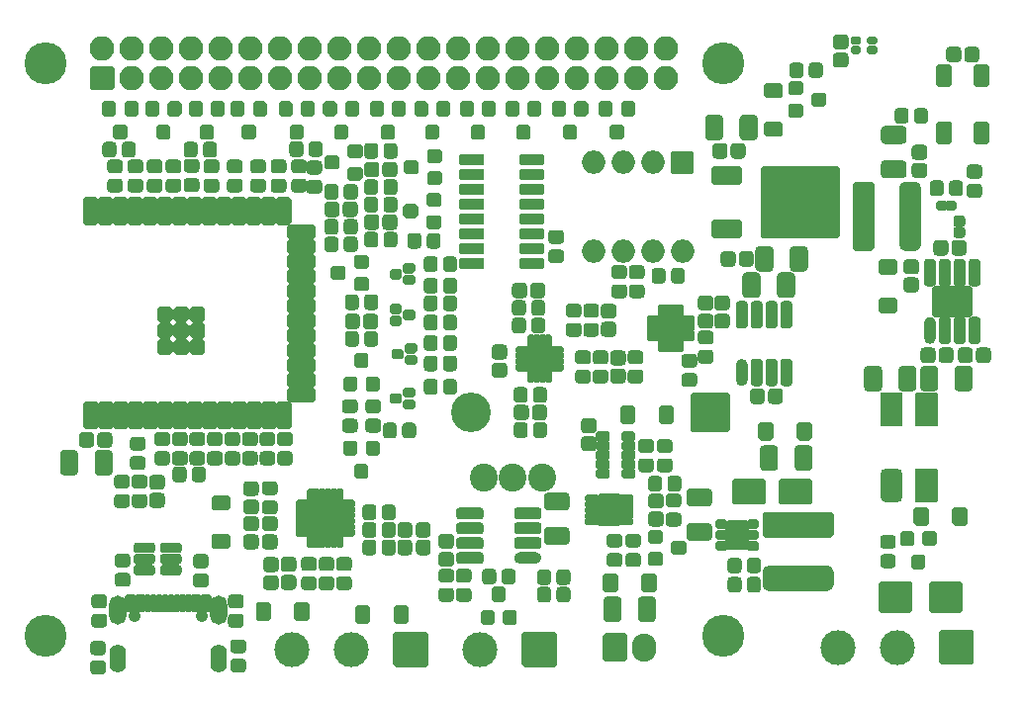
<source format=gbr>
G04 #@! TF.GenerationSoftware,KiCad,Pcbnew,(5.1.9)-1*
G04 #@! TF.CreationDate,2022-02-23T20:10:39+01:00*
G04 #@! TF.ProjectId,AnthC,416e7468-432e-46b6-9963-61645f706362,rev?*
G04 #@! TF.SameCoordinates,Original*
G04 #@! TF.FileFunction,Soldermask,Top*
G04 #@! TF.FilePolarity,Negative*
%FSLAX46Y46*%
G04 Gerber Fmt 4.6, Leading zero omitted, Abs format (unit mm)*
G04 Created by KiCad (PCBNEW (5.1.9)-1) date 2022-02-23 20:10:39*
%MOMM*%
%LPD*%
G01*
G04 APERTURE LIST*
%ADD10C,0.900000*%
%ADD11C,3.400000*%
%ADD12C,0.850000*%
%ADD13O,2.100000X2.100000*%
%ADD14C,2.400000*%
%ADD15C,3.000000*%
%ADD16C,1.000000*%
%ADD17O,2.000000X2.000000*%
%ADD18C,1.050000*%
%ADD19O,1.450000X2.500000*%
%ADD20O,1.400000X2.400000*%
%ADD21O,2.100000X2.400000*%
%ADD22C,3.600000*%
G04 APERTURE END LIST*
G04 #@! TO.C,D12*
G36*
G01*
X263100000Y-98600000D02*
X264100000Y-98600000D01*
G75*
G02*
X264300000Y-98800000I0J-200000D01*
G01*
X264300000Y-100300000D01*
G75*
G02*
X264100000Y-100500000I-200000J0D01*
G01*
X263100000Y-100500000D01*
G75*
G02*
X262900000Y-100300000I0J200000D01*
G01*
X262900000Y-98800000D01*
G75*
G02*
X263100000Y-98600000I200000J0D01*
G01*
G37*
G36*
G01*
X259900000Y-98600000D02*
X260900000Y-98600000D01*
G75*
G02*
X261100000Y-98800000I0J-200000D01*
G01*
X261100000Y-100300000D01*
G75*
G02*
X260900000Y-100500000I-200000J0D01*
G01*
X259900000Y-100500000D01*
G75*
G02*
X259700000Y-100300000I0J200000D01*
G01*
X259700000Y-98800000D01*
G75*
G02*
X259900000Y-98600000I200000J0D01*
G01*
G37*
G36*
G01*
X263100000Y-103500000D02*
X264100000Y-103500000D01*
G75*
G02*
X264300000Y-103700000I0J-200000D01*
G01*
X264300000Y-105200000D01*
G75*
G02*
X264100000Y-105400000I-200000J0D01*
G01*
X263100000Y-105400000D01*
G75*
G02*
X262900000Y-105200000I0J200000D01*
G01*
X262900000Y-103700000D01*
G75*
G02*
X263100000Y-103500000I200000J0D01*
G01*
G37*
G36*
G01*
X259900000Y-103500000D02*
X260900000Y-103500000D01*
G75*
G02*
X261100000Y-103700000I0J-200000D01*
G01*
X261100000Y-105200000D01*
G75*
G02*
X260900000Y-105400000I-200000J0D01*
G01*
X259900000Y-105400000D01*
G75*
G02*
X259700000Y-105200000I0J200000D01*
G01*
X259700000Y-103700000D01*
G75*
G02*
X259900000Y-103500000I200000J0D01*
G01*
G37*
G04 #@! TD*
G04 #@! TO.C,D21*
G36*
G01*
X213350000Y-101750000D02*
X214150000Y-101750000D01*
G75*
G02*
X214350000Y-101950000I0J-200000D01*
G01*
X214350000Y-102850000D01*
G75*
G02*
X214150000Y-103050000I-200000J0D01*
G01*
X213350000Y-103050000D01*
G75*
G02*
X213150000Y-102850000I0J200000D01*
G01*
X213150000Y-101950000D01*
G75*
G02*
X213350000Y-101750000I200000J0D01*
G01*
G37*
G36*
G01*
X211450000Y-101750000D02*
X212250000Y-101750000D01*
G75*
G02*
X212450000Y-101950000I0J-200000D01*
G01*
X212450000Y-102850000D01*
G75*
G02*
X212250000Y-103050000I-200000J0D01*
G01*
X211450000Y-103050000D01*
G75*
G02*
X211250000Y-102850000I0J200000D01*
G01*
X211250000Y-101950000D01*
G75*
G02*
X211450000Y-101750000I200000J0D01*
G01*
G37*
G36*
G01*
X212400000Y-103750000D02*
X213200000Y-103750000D01*
G75*
G02*
X213400000Y-103950000I0J-200000D01*
G01*
X213400000Y-104850000D01*
G75*
G02*
X213200000Y-105050000I-200000J0D01*
G01*
X212400000Y-105050000D01*
G75*
G02*
X212200000Y-104850000I0J200000D01*
G01*
X212200000Y-103950000D01*
G75*
G02*
X212400000Y-103750000I200000J0D01*
G01*
G37*
G04 #@! TD*
G04 #@! TO.C,D32*
G36*
G01*
X194150000Y-101750000D02*
X194950000Y-101750000D01*
G75*
G02*
X195150000Y-101950000I0J-200000D01*
G01*
X195150000Y-102850000D01*
G75*
G02*
X194950000Y-103050000I-200000J0D01*
G01*
X194150000Y-103050000D01*
G75*
G02*
X193950000Y-102850000I0J200000D01*
G01*
X193950000Y-101950000D01*
G75*
G02*
X194150000Y-101750000I200000J0D01*
G01*
G37*
G36*
G01*
X192250000Y-101750000D02*
X193050000Y-101750000D01*
G75*
G02*
X193250000Y-101950000I0J-200000D01*
G01*
X193250000Y-102850000D01*
G75*
G02*
X193050000Y-103050000I-200000J0D01*
G01*
X192250000Y-103050000D01*
G75*
G02*
X192050000Y-102850000I0J200000D01*
G01*
X192050000Y-101950000D01*
G75*
G02*
X192250000Y-101750000I200000J0D01*
G01*
G37*
G36*
G01*
X193200000Y-103750000D02*
X194000000Y-103750000D01*
G75*
G02*
X194200000Y-103950000I0J-200000D01*
G01*
X194200000Y-104850000D01*
G75*
G02*
X194000000Y-105050000I-200000J0D01*
G01*
X193200000Y-105050000D01*
G75*
G02*
X193000000Y-104850000I0J200000D01*
G01*
X193000000Y-103950000D01*
G75*
G02*
X193200000Y-103750000I200000J0D01*
G01*
G37*
G04 #@! TD*
G04 #@! TO.C,D33*
G36*
G01*
X197850000Y-101750000D02*
X198650000Y-101750000D01*
G75*
G02*
X198850000Y-101950000I0J-200000D01*
G01*
X198850000Y-102850000D01*
G75*
G02*
X198650000Y-103050000I-200000J0D01*
G01*
X197850000Y-103050000D01*
G75*
G02*
X197650000Y-102850000I0J200000D01*
G01*
X197650000Y-101950000D01*
G75*
G02*
X197850000Y-101750000I200000J0D01*
G01*
G37*
G36*
G01*
X195950000Y-101750000D02*
X196750000Y-101750000D01*
G75*
G02*
X196950000Y-101950000I0J-200000D01*
G01*
X196950000Y-102850000D01*
G75*
G02*
X196750000Y-103050000I-200000J0D01*
G01*
X195950000Y-103050000D01*
G75*
G02*
X195750000Y-102850000I0J200000D01*
G01*
X195750000Y-101950000D01*
G75*
G02*
X195950000Y-101750000I200000J0D01*
G01*
G37*
G36*
G01*
X196900000Y-103750000D02*
X197700000Y-103750000D01*
G75*
G02*
X197900000Y-103950000I0J-200000D01*
G01*
X197900000Y-104850000D01*
G75*
G02*
X197700000Y-105050000I-200000J0D01*
G01*
X196900000Y-105050000D01*
G75*
G02*
X196700000Y-104850000I0J200000D01*
G01*
X196700000Y-103950000D01*
G75*
G02*
X196900000Y-103750000I200000J0D01*
G01*
G37*
G04 #@! TD*
G04 #@! TO.C,D17*
G36*
G01*
X209350000Y-101750000D02*
X210150000Y-101750000D01*
G75*
G02*
X210350000Y-101950000I0J-200000D01*
G01*
X210350000Y-102850000D01*
G75*
G02*
X210150000Y-103050000I-200000J0D01*
G01*
X209350000Y-103050000D01*
G75*
G02*
X209150000Y-102850000I0J200000D01*
G01*
X209150000Y-101950000D01*
G75*
G02*
X209350000Y-101750000I200000J0D01*
G01*
G37*
G36*
G01*
X207450000Y-101750000D02*
X208250000Y-101750000D01*
G75*
G02*
X208450000Y-101950000I0J-200000D01*
G01*
X208450000Y-102850000D01*
G75*
G02*
X208250000Y-103050000I-200000J0D01*
G01*
X207450000Y-103050000D01*
G75*
G02*
X207250000Y-102850000I0J200000D01*
G01*
X207250000Y-101950000D01*
G75*
G02*
X207450000Y-101750000I200000J0D01*
G01*
G37*
G36*
G01*
X208400000Y-103750000D02*
X209200000Y-103750000D01*
G75*
G02*
X209400000Y-103950000I0J-200000D01*
G01*
X209400000Y-104850000D01*
G75*
G02*
X209200000Y-105050000I-200000J0D01*
G01*
X208400000Y-105050000D01*
G75*
G02*
X208200000Y-104850000I0J200000D01*
G01*
X208200000Y-103950000D01*
G75*
G02*
X208400000Y-103750000I200000J0D01*
G01*
G37*
G04 #@! TD*
G04 #@! TO.C,D15*
G36*
G01*
X201450000Y-101750000D02*
X202250000Y-101750000D01*
G75*
G02*
X202450000Y-101950000I0J-200000D01*
G01*
X202450000Y-102850000D01*
G75*
G02*
X202250000Y-103050000I-200000J0D01*
G01*
X201450000Y-103050000D01*
G75*
G02*
X201250000Y-102850000I0J200000D01*
G01*
X201250000Y-101950000D01*
G75*
G02*
X201450000Y-101750000I200000J0D01*
G01*
G37*
G36*
G01*
X199550000Y-101750000D02*
X200350000Y-101750000D01*
G75*
G02*
X200550000Y-101950000I0J-200000D01*
G01*
X200550000Y-102850000D01*
G75*
G02*
X200350000Y-103050000I-200000J0D01*
G01*
X199550000Y-103050000D01*
G75*
G02*
X199350000Y-102850000I0J200000D01*
G01*
X199350000Y-101950000D01*
G75*
G02*
X199550000Y-101750000I200000J0D01*
G01*
G37*
G36*
G01*
X200500000Y-103750000D02*
X201300000Y-103750000D01*
G75*
G02*
X201500000Y-103950000I0J-200000D01*
G01*
X201500000Y-104850000D01*
G75*
G02*
X201300000Y-105050000I-200000J0D01*
G01*
X200500000Y-105050000D01*
G75*
G02*
X200300000Y-104850000I0J200000D01*
G01*
X200300000Y-103950000D01*
G75*
G02*
X200500000Y-103750000I200000J0D01*
G01*
G37*
G04 #@! TD*
G04 #@! TO.C,D30*
G36*
G01*
X221750000Y-146600000D02*
X220950000Y-146600000D01*
G75*
G02*
X220750000Y-146400000I0J200000D01*
G01*
X220750000Y-145500000D01*
G75*
G02*
X220950000Y-145300000I200000J0D01*
G01*
X221750000Y-145300000D01*
G75*
G02*
X221950000Y-145500000I0J-200000D01*
G01*
X221950000Y-146400000D01*
G75*
G02*
X221750000Y-146600000I-200000J0D01*
G01*
G37*
G36*
G01*
X223650000Y-146600000D02*
X222850000Y-146600000D01*
G75*
G02*
X222650000Y-146400000I0J200000D01*
G01*
X222650000Y-145500000D01*
G75*
G02*
X222850000Y-145300000I200000J0D01*
G01*
X223650000Y-145300000D01*
G75*
G02*
X223850000Y-145500000I0J-200000D01*
G01*
X223850000Y-146400000D01*
G75*
G02*
X223650000Y-146600000I-200000J0D01*
G01*
G37*
G36*
G01*
X222700000Y-144600000D02*
X221900000Y-144600000D01*
G75*
G02*
X221700000Y-144400000I0J200000D01*
G01*
X221700000Y-143500000D01*
G75*
G02*
X221900000Y-143300000I200000J0D01*
G01*
X222700000Y-143300000D01*
G75*
G02*
X222900000Y-143500000I0J-200000D01*
G01*
X222900000Y-144400000D01*
G75*
G02*
X222700000Y-144600000I-200000J0D01*
G01*
G37*
G04 #@! TD*
G04 #@! TO.C,D29*
G36*
G01*
X232950000Y-101750000D02*
X233750000Y-101750000D01*
G75*
G02*
X233950000Y-101950000I0J-200000D01*
G01*
X233950000Y-102850000D01*
G75*
G02*
X233750000Y-103050000I-200000J0D01*
G01*
X232950000Y-103050000D01*
G75*
G02*
X232750000Y-102850000I0J200000D01*
G01*
X232750000Y-101950000D01*
G75*
G02*
X232950000Y-101750000I200000J0D01*
G01*
G37*
G36*
G01*
X231050000Y-101750000D02*
X231850000Y-101750000D01*
G75*
G02*
X232050000Y-101950000I0J-200000D01*
G01*
X232050000Y-102850000D01*
G75*
G02*
X231850000Y-103050000I-200000J0D01*
G01*
X231050000Y-103050000D01*
G75*
G02*
X230850000Y-102850000I0J200000D01*
G01*
X230850000Y-101950000D01*
G75*
G02*
X231050000Y-101750000I200000J0D01*
G01*
G37*
G36*
G01*
X232000000Y-103750000D02*
X232800000Y-103750000D01*
G75*
G02*
X233000000Y-103950000I0J-200000D01*
G01*
X233000000Y-104850000D01*
G75*
G02*
X232800000Y-105050000I-200000J0D01*
G01*
X232000000Y-105050000D01*
G75*
G02*
X231800000Y-104850000I0J200000D01*
G01*
X231800000Y-103950000D01*
G75*
G02*
X232000000Y-103750000I200000J0D01*
G01*
G37*
G04 #@! TD*
G04 #@! TO.C,D28*
G36*
G01*
X224950000Y-101750000D02*
X225750000Y-101750000D01*
G75*
G02*
X225950000Y-101950000I0J-200000D01*
G01*
X225950000Y-102850000D01*
G75*
G02*
X225750000Y-103050000I-200000J0D01*
G01*
X224950000Y-103050000D01*
G75*
G02*
X224750000Y-102850000I0J200000D01*
G01*
X224750000Y-101950000D01*
G75*
G02*
X224950000Y-101750000I200000J0D01*
G01*
G37*
G36*
G01*
X223050000Y-101750000D02*
X223850000Y-101750000D01*
G75*
G02*
X224050000Y-101950000I0J-200000D01*
G01*
X224050000Y-102850000D01*
G75*
G02*
X223850000Y-103050000I-200000J0D01*
G01*
X223050000Y-103050000D01*
G75*
G02*
X222850000Y-102850000I0J200000D01*
G01*
X222850000Y-101950000D01*
G75*
G02*
X223050000Y-101750000I200000J0D01*
G01*
G37*
G36*
G01*
X224000000Y-103750000D02*
X224800000Y-103750000D01*
G75*
G02*
X225000000Y-103950000I0J-200000D01*
G01*
X225000000Y-104850000D01*
G75*
G02*
X224800000Y-105050000I-200000J0D01*
G01*
X224000000Y-105050000D01*
G75*
G02*
X223800000Y-104850000I0J200000D01*
G01*
X223800000Y-103950000D01*
G75*
G02*
X224000000Y-103750000I200000J0D01*
G01*
G37*
G04 #@! TD*
G04 #@! TO.C,D27*
G36*
G01*
X217150000Y-101750000D02*
X217950000Y-101750000D01*
G75*
G02*
X218150000Y-101950000I0J-200000D01*
G01*
X218150000Y-102850000D01*
G75*
G02*
X217950000Y-103050000I-200000J0D01*
G01*
X217150000Y-103050000D01*
G75*
G02*
X216950000Y-102850000I0J200000D01*
G01*
X216950000Y-101950000D01*
G75*
G02*
X217150000Y-101750000I200000J0D01*
G01*
G37*
G36*
G01*
X215250000Y-101750000D02*
X216050000Y-101750000D01*
G75*
G02*
X216250000Y-101950000I0J-200000D01*
G01*
X216250000Y-102850000D01*
G75*
G02*
X216050000Y-103050000I-200000J0D01*
G01*
X215250000Y-103050000D01*
G75*
G02*
X215050000Y-102850000I0J200000D01*
G01*
X215050000Y-101950000D01*
G75*
G02*
X215250000Y-101750000I200000J0D01*
G01*
G37*
G36*
G01*
X216200000Y-103750000D02*
X217000000Y-103750000D01*
G75*
G02*
X217200000Y-103950000I0J-200000D01*
G01*
X217200000Y-104850000D01*
G75*
G02*
X217000000Y-105050000I-200000J0D01*
G01*
X216200000Y-105050000D01*
G75*
G02*
X216000000Y-104850000I0J200000D01*
G01*
X216000000Y-103950000D01*
G75*
G02*
X216200000Y-103750000I200000J0D01*
G01*
G37*
G04 #@! TD*
G04 #@! TO.C,D26*
G36*
G01*
X205550000Y-101750000D02*
X206350000Y-101750000D01*
G75*
G02*
X206550000Y-101950000I0J-200000D01*
G01*
X206550000Y-102850000D01*
G75*
G02*
X206350000Y-103050000I-200000J0D01*
G01*
X205550000Y-103050000D01*
G75*
G02*
X205350000Y-102850000I0J200000D01*
G01*
X205350000Y-101950000D01*
G75*
G02*
X205550000Y-101750000I200000J0D01*
G01*
G37*
G36*
G01*
X203650000Y-101750000D02*
X204450000Y-101750000D01*
G75*
G02*
X204650000Y-101950000I0J-200000D01*
G01*
X204650000Y-102850000D01*
G75*
G02*
X204450000Y-103050000I-200000J0D01*
G01*
X203650000Y-103050000D01*
G75*
G02*
X203450000Y-102850000I0J200000D01*
G01*
X203450000Y-101950000D01*
G75*
G02*
X203650000Y-101750000I200000J0D01*
G01*
G37*
G36*
G01*
X204600000Y-103750000D02*
X205400000Y-103750000D01*
G75*
G02*
X205600000Y-103950000I0J-200000D01*
G01*
X205600000Y-104850000D01*
G75*
G02*
X205400000Y-105050000I-200000J0D01*
G01*
X204600000Y-105050000D01*
G75*
G02*
X204400000Y-104850000I0J200000D01*
G01*
X204400000Y-103950000D01*
G75*
G02*
X204600000Y-103750000I200000J0D01*
G01*
G37*
G04 #@! TD*
G04 #@! TO.C,D25*
G36*
G01*
X228950000Y-101750000D02*
X229750000Y-101750000D01*
G75*
G02*
X229950000Y-101950000I0J-200000D01*
G01*
X229950000Y-102850000D01*
G75*
G02*
X229750000Y-103050000I-200000J0D01*
G01*
X228950000Y-103050000D01*
G75*
G02*
X228750000Y-102850000I0J200000D01*
G01*
X228750000Y-101950000D01*
G75*
G02*
X228950000Y-101750000I200000J0D01*
G01*
G37*
G36*
G01*
X227050000Y-101750000D02*
X227850000Y-101750000D01*
G75*
G02*
X228050000Y-101950000I0J-200000D01*
G01*
X228050000Y-102850000D01*
G75*
G02*
X227850000Y-103050000I-200000J0D01*
G01*
X227050000Y-103050000D01*
G75*
G02*
X226850000Y-102850000I0J200000D01*
G01*
X226850000Y-101950000D01*
G75*
G02*
X227050000Y-101750000I200000J0D01*
G01*
G37*
G36*
G01*
X228000000Y-103750000D02*
X228800000Y-103750000D01*
G75*
G02*
X229000000Y-103950000I0J-200000D01*
G01*
X229000000Y-104850000D01*
G75*
G02*
X228800000Y-105050000I-200000J0D01*
G01*
X228000000Y-105050000D01*
G75*
G02*
X227800000Y-104850000I0J200000D01*
G01*
X227800000Y-103950000D01*
G75*
G02*
X228000000Y-103750000I200000J0D01*
G01*
G37*
G04 #@! TD*
G04 #@! TO.C,D22*
G36*
G01*
X221050000Y-101750000D02*
X221850000Y-101750000D01*
G75*
G02*
X222050000Y-101950000I0J-200000D01*
G01*
X222050000Y-102850000D01*
G75*
G02*
X221850000Y-103050000I-200000J0D01*
G01*
X221050000Y-103050000D01*
G75*
G02*
X220850000Y-102850000I0J200000D01*
G01*
X220850000Y-101950000D01*
G75*
G02*
X221050000Y-101750000I200000J0D01*
G01*
G37*
G36*
G01*
X219150000Y-101750000D02*
X219950000Y-101750000D01*
G75*
G02*
X220150000Y-101950000I0J-200000D01*
G01*
X220150000Y-102850000D01*
G75*
G02*
X219950000Y-103050000I-200000J0D01*
G01*
X219150000Y-103050000D01*
G75*
G02*
X218950000Y-102850000I0J200000D01*
G01*
X218950000Y-101950000D01*
G75*
G02*
X219150000Y-101750000I200000J0D01*
G01*
G37*
G36*
G01*
X220100000Y-103750000D02*
X220900000Y-103750000D01*
G75*
G02*
X221100000Y-103950000I0J-200000D01*
G01*
X221100000Y-104850000D01*
G75*
G02*
X220900000Y-105050000I-200000J0D01*
G01*
X220100000Y-105050000D01*
G75*
G02*
X219900000Y-104850000I0J200000D01*
G01*
X219900000Y-103950000D01*
G75*
G02*
X220100000Y-103750000I200000J0D01*
G01*
G37*
G04 #@! TD*
G04 #@! TO.C,D2*
G36*
G01*
X190450000Y-101750000D02*
X191250000Y-101750000D01*
G75*
G02*
X191450000Y-101950000I0J-200000D01*
G01*
X191450000Y-102850000D01*
G75*
G02*
X191250000Y-103050000I-200000J0D01*
G01*
X190450000Y-103050000D01*
G75*
G02*
X190250000Y-102850000I0J200000D01*
G01*
X190250000Y-101950000D01*
G75*
G02*
X190450000Y-101750000I200000J0D01*
G01*
G37*
G36*
G01*
X188550000Y-101750000D02*
X189350000Y-101750000D01*
G75*
G02*
X189550000Y-101950000I0J-200000D01*
G01*
X189550000Y-102850000D01*
G75*
G02*
X189350000Y-103050000I-200000J0D01*
G01*
X188550000Y-103050000D01*
G75*
G02*
X188350000Y-102850000I0J200000D01*
G01*
X188350000Y-101950000D01*
G75*
G02*
X188550000Y-101750000I200000J0D01*
G01*
G37*
G36*
G01*
X189500000Y-103750000D02*
X190300000Y-103750000D01*
G75*
G02*
X190500000Y-103950000I0J-200000D01*
G01*
X190500000Y-104850000D01*
G75*
G02*
X190300000Y-105050000I-200000J0D01*
G01*
X189500000Y-105050000D01*
G75*
G02*
X189300000Y-104850000I0J200000D01*
G01*
X189300000Y-103950000D01*
G75*
G02*
X189500000Y-103750000I200000J0D01*
G01*
G37*
G04 #@! TD*
G04 #@! TO.C,U2*
G36*
G01*
X230725000Y-137940000D02*
X230725000Y-135560000D01*
G75*
G02*
X230925000Y-135360000I200000J0D01*
G01*
X232575000Y-135360000D01*
G75*
G02*
X232775000Y-135560000I0J-200000D01*
G01*
X232775000Y-137940000D01*
G75*
G02*
X232575000Y-138140000I-200000J0D01*
G01*
X230925000Y-138140000D01*
G75*
G02*
X230725000Y-137940000I0J200000D01*
G01*
G37*
G36*
G01*
X232575000Y-135912500D02*
X232575000Y-135587500D01*
G75*
G02*
X232737500Y-135425000I162500J0D01*
G01*
X233662500Y-135425000D01*
G75*
G02*
X233825000Y-135587500I0J-162500D01*
G01*
X233825000Y-135912500D01*
G75*
G02*
X233662500Y-136075000I-162500J0D01*
G01*
X232737500Y-136075000D01*
G75*
G02*
X232575000Y-135912500I0J162500D01*
G01*
G37*
G36*
G01*
X232575000Y-136412500D02*
X232575000Y-136087500D01*
G75*
G02*
X232737500Y-135925000I162500J0D01*
G01*
X233662500Y-135925000D01*
G75*
G02*
X233825000Y-136087500I0J-162500D01*
G01*
X233825000Y-136412500D01*
G75*
G02*
X233662500Y-136575000I-162500J0D01*
G01*
X232737500Y-136575000D01*
G75*
G02*
X232575000Y-136412500I0J162500D01*
G01*
G37*
G36*
G01*
X232575000Y-136912500D02*
X232575000Y-136587500D01*
G75*
G02*
X232737500Y-136425000I162500J0D01*
G01*
X233662500Y-136425000D01*
G75*
G02*
X233825000Y-136587500I0J-162500D01*
G01*
X233825000Y-136912500D01*
G75*
G02*
X233662500Y-137075000I-162500J0D01*
G01*
X232737500Y-137075000D01*
G75*
G02*
X232575000Y-136912500I0J162500D01*
G01*
G37*
G36*
G01*
X232575000Y-137412500D02*
X232575000Y-137087500D01*
G75*
G02*
X232737500Y-136925000I162500J0D01*
G01*
X233662500Y-136925000D01*
G75*
G02*
X233825000Y-137087500I0J-162500D01*
G01*
X233825000Y-137412500D01*
G75*
G02*
X233662500Y-137575000I-162500J0D01*
G01*
X232737500Y-137575000D01*
G75*
G02*
X232575000Y-137412500I0J162500D01*
G01*
G37*
G36*
G01*
X232575000Y-137912500D02*
X232575000Y-137587500D01*
G75*
G02*
X232737500Y-137425000I162500J0D01*
G01*
X233662500Y-137425000D01*
G75*
G02*
X233825000Y-137587500I0J-162500D01*
G01*
X233825000Y-137912500D01*
G75*
G02*
X233662500Y-138075000I-162500J0D01*
G01*
X232737500Y-138075000D01*
G75*
G02*
X232575000Y-137912500I0J162500D01*
G01*
G37*
G36*
G01*
X229675000Y-137912500D02*
X229675000Y-137587500D01*
G75*
G02*
X229837500Y-137425000I162500J0D01*
G01*
X230762500Y-137425000D01*
G75*
G02*
X230925000Y-137587500I0J-162500D01*
G01*
X230925000Y-137912500D01*
G75*
G02*
X230762500Y-138075000I-162500J0D01*
G01*
X229837500Y-138075000D01*
G75*
G02*
X229675000Y-137912500I0J162500D01*
G01*
G37*
G36*
G01*
X229675000Y-137412500D02*
X229675000Y-137087500D01*
G75*
G02*
X229837500Y-136925000I162500J0D01*
G01*
X230762500Y-136925000D01*
G75*
G02*
X230925000Y-137087500I0J-162500D01*
G01*
X230925000Y-137412500D01*
G75*
G02*
X230762500Y-137575000I-162500J0D01*
G01*
X229837500Y-137575000D01*
G75*
G02*
X229675000Y-137412500I0J162500D01*
G01*
G37*
G36*
G01*
X229675000Y-136912500D02*
X229675000Y-136587500D01*
G75*
G02*
X229837500Y-136425000I162500J0D01*
G01*
X230762500Y-136425000D01*
G75*
G02*
X230925000Y-136587500I0J-162500D01*
G01*
X230925000Y-136912500D01*
G75*
G02*
X230762500Y-137075000I-162500J0D01*
G01*
X229837500Y-137075000D01*
G75*
G02*
X229675000Y-136912500I0J162500D01*
G01*
G37*
G36*
G01*
X229675000Y-136412500D02*
X229675000Y-136087500D01*
G75*
G02*
X229837500Y-135925000I162500J0D01*
G01*
X230762500Y-135925000D01*
G75*
G02*
X230925000Y-136087500I0J-162500D01*
G01*
X230925000Y-136412500D01*
G75*
G02*
X230762500Y-136575000I-162500J0D01*
G01*
X229837500Y-136575000D01*
G75*
G02*
X229675000Y-136412500I0J162500D01*
G01*
G37*
G36*
G01*
X229675000Y-135912500D02*
X229675000Y-135587500D01*
G75*
G02*
X229837500Y-135425000I162500J0D01*
G01*
X230762500Y-135425000D01*
G75*
G02*
X230925000Y-135587500I0J-162500D01*
G01*
X230925000Y-135912500D01*
G75*
G02*
X230762500Y-136075000I-162500J0D01*
G01*
X229837500Y-136075000D01*
G75*
G02*
X229675000Y-135912500I0J162500D01*
G01*
G37*
G04 #@! TD*
G04 #@! TO.C,Q7*
G36*
G01*
X214010000Y-120300000D02*
X214010000Y-120800000D01*
G75*
G02*
X213810000Y-121000000I-200000J0D01*
G01*
X213150000Y-121000000D01*
G75*
G02*
X212950000Y-120800000I0J200000D01*
G01*
X212950000Y-120300000D01*
G75*
G02*
X213150000Y-120100000I200000J0D01*
G01*
X213810000Y-120100000D01*
G75*
G02*
X214010000Y-120300000I0J-200000D01*
G01*
G37*
G36*
G01*
X215150000Y-119800000D02*
X215150000Y-120300000D01*
G75*
G02*
X214950000Y-120500000I-200000J0D01*
G01*
X214290000Y-120500000D01*
G75*
G02*
X214090000Y-120300000I0J200000D01*
G01*
X214090000Y-119800000D01*
G75*
G02*
X214290000Y-119600000I200000J0D01*
G01*
X214950000Y-119600000D01*
G75*
G02*
X215150000Y-119800000I0J-200000D01*
G01*
G37*
G36*
G01*
X214010000Y-119300000D02*
X214010000Y-119800000D01*
G75*
G02*
X213810000Y-120000000I-200000J0D01*
G01*
X213150000Y-120000000D01*
G75*
G02*
X212950000Y-119800000I0J200000D01*
G01*
X212950000Y-119300000D01*
G75*
G02*
X213150000Y-119100000I200000J0D01*
G01*
X213810000Y-119100000D01*
G75*
G02*
X214010000Y-119300000I0J-200000D01*
G01*
G37*
G04 #@! TD*
G04 #@! TO.C,Q5*
G36*
G01*
X214090000Y-126950000D02*
X214090000Y-126450000D01*
G75*
G02*
X214290000Y-126250000I200000J0D01*
G01*
X214950000Y-126250000D01*
G75*
G02*
X215150000Y-126450000I0J-200000D01*
G01*
X215150000Y-126950000D01*
G75*
G02*
X214950000Y-127150000I-200000J0D01*
G01*
X214290000Y-127150000D01*
G75*
G02*
X214090000Y-126950000I0J200000D01*
G01*
G37*
G36*
G01*
X212950000Y-127450000D02*
X212950000Y-126950000D01*
G75*
G02*
X213150000Y-126750000I200000J0D01*
G01*
X213810000Y-126750000D01*
G75*
G02*
X214010000Y-126950000I0J-200000D01*
G01*
X214010000Y-127450000D01*
G75*
G02*
X213810000Y-127650000I-200000J0D01*
G01*
X213150000Y-127650000D01*
G75*
G02*
X212950000Y-127450000I0J200000D01*
G01*
G37*
G36*
G01*
X214090000Y-127950000D02*
X214090000Y-127450000D01*
G75*
G02*
X214290000Y-127250000I200000J0D01*
G01*
X214950000Y-127250000D01*
G75*
G02*
X215150000Y-127450000I0J-200000D01*
G01*
X215150000Y-127950000D01*
G75*
G02*
X214950000Y-128150000I-200000J0D01*
G01*
X214290000Y-128150000D01*
G75*
G02*
X214090000Y-127950000I0J200000D01*
G01*
G37*
G04 #@! TD*
G04 #@! TO.C,Q2*
G36*
G01*
X214090000Y-116300000D02*
X214090000Y-115800000D01*
G75*
G02*
X214290000Y-115600000I200000J0D01*
G01*
X214950000Y-115600000D01*
G75*
G02*
X215150000Y-115800000I0J-200000D01*
G01*
X215150000Y-116300000D01*
G75*
G02*
X214950000Y-116500000I-200000J0D01*
G01*
X214290000Y-116500000D01*
G75*
G02*
X214090000Y-116300000I0J200000D01*
G01*
G37*
G36*
G01*
X212950000Y-116800000D02*
X212950000Y-116300000D01*
G75*
G02*
X213150000Y-116100000I200000J0D01*
G01*
X213810000Y-116100000D01*
G75*
G02*
X214010000Y-116300000I0J-200000D01*
G01*
X214010000Y-116800000D01*
G75*
G02*
X213810000Y-117000000I-200000J0D01*
G01*
X213150000Y-117000000D01*
G75*
G02*
X212950000Y-116800000I0J200000D01*
G01*
G37*
G36*
G01*
X214090000Y-117300000D02*
X214090000Y-116800000D01*
G75*
G02*
X214290000Y-116600000I200000J0D01*
G01*
X214950000Y-116600000D01*
G75*
G02*
X215150000Y-116800000I0J-200000D01*
G01*
X215150000Y-117300000D01*
G75*
G02*
X214950000Y-117500000I-200000J0D01*
G01*
X214290000Y-117500000D01*
G75*
G02*
X214090000Y-117300000I0J200000D01*
G01*
G37*
G04 #@! TD*
G04 #@! TO.C,Q1*
G36*
G01*
X214240000Y-123150000D02*
X214240000Y-122650000D01*
G75*
G02*
X214440000Y-122450000I200000J0D01*
G01*
X215100000Y-122450000D01*
G75*
G02*
X215300000Y-122650000I0J-200000D01*
G01*
X215300000Y-123150000D01*
G75*
G02*
X215100000Y-123350000I-200000J0D01*
G01*
X214440000Y-123350000D01*
G75*
G02*
X214240000Y-123150000I0J200000D01*
G01*
G37*
G36*
G01*
X213100000Y-123650000D02*
X213100000Y-123150000D01*
G75*
G02*
X213300000Y-122950000I200000J0D01*
G01*
X213960000Y-122950000D01*
G75*
G02*
X214160000Y-123150000I0J-200000D01*
G01*
X214160000Y-123650000D01*
G75*
G02*
X213960000Y-123850000I-200000J0D01*
G01*
X213300000Y-123850000D01*
G75*
G02*
X213100000Y-123650000I0J200000D01*
G01*
G37*
G36*
G01*
X214240000Y-124150000D02*
X214240000Y-123650000D01*
G75*
G02*
X214440000Y-123450000I200000J0D01*
G01*
X215100000Y-123450000D01*
G75*
G02*
X215300000Y-123650000I0J-200000D01*
G01*
X215300000Y-124150000D01*
G75*
G02*
X215100000Y-124350000I-200000J0D01*
G01*
X214440000Y-124350000D01*
G75*
G02*
X214240000Y-124150000I0J200000D01*
G01*
G37*
G04 #@! TD*
G04 #@! TO.C,R2*
G36*
G01*
X260710000Y-110500000D02*
X260710000Y-110900000D01*
G75*
G02*
X260510000Y-111100000I-200000J0D01*
G01*
X259875000Y-111100000D01*
G75*
G02*
X259675000Y-110900000I0J200000D01*
G01*
X259675000Y-110500000D01*
G75*
G02*
X259875000Y-110300000I200000J0D01*
G01*
X260510000Y-110300000D01*
G75*
G02*
X260710000Y-110500000I0J-200000D01*
G01*
G37*
G36*
G01*
X261525000Y-110500000D02*
X261525000Y-110900000D01*
G75*
G02*
X261325000Y-111100000I-200000J0D01*
G01*
X260690000Y-111100000D01*
G75*
G02*
X260490000Y-110900000I0J200000D01*
G01*
X260490000Y-110500000D01*
G75*
G02*
X260690000Y-110300000I200000J0D01*
G01*
X261325000Y-110300000D01*
G75*
G02*
X261525000Y-110500000I0J-200000D01*
G01*
G37*
G04 #@! TD*
G04 #@! TO.C,U10*
G36*
G01*
X236075000Y-120075000D02*
X237925000Y-120075000D01*
G75*
G02*
X238125000Y-120275000I0J-200000D01*
G01*
X238125000Y-122125000D01*
G75*
G02*
X237925000Y-122325000I-200000J0D01*
G01*
X236075000Y-122325000D01*
G75*
G02*
X235875000Y-122125000I0J200000D01*
G01*
X235875000Y-120275000D01*
G75*
G02*
X236075000Y-120075000I200000J0D01*
G01*
G37*
G36*
G01*
X238075000Y-120100000D02*
X238900000Y-120100000D01*
G75*
G02*
X239050000Y-120250000I0J-150000D01*
G01*
X239050000Y-120550000D01*
G75*
G02*
X238900000Y-120700000I-150000J0D01*
G01*
X238075000Y-120700000D01*
G75*
G02*
X237925000Y-120550000I0J150000D01*
G01*
X237925000Y-120250000D01*
G75*
G02*
X238075000Y-120100000I150000J0D01*
G01*
G37*
G36*
G01*
X238075000Y-120500000D02*
X238900000Y-120500000D01*
G75*
G02*
X239050000Y-120650000I0J-150000D01*
G01*
X239050000Y-120950000D01*
G75*
G02*
X238900000Y-121100000I-150000J0D01*
G01*
X238075000Y-121100000D01*
G75*
G02*
X237925000Y-120950000I0J150000D01*
G01*
X237925000Y-120650000D01*
G75*
G02*
X238075000Y-120500000I150000J0D01*
G01*
G37*
G36*
G01*
X238075000Y-120900000D02*
X238900000Y-120900000D01*
G75*
G02*
X239050000Y-121050000I0J-150000D01*
G01*
X239050000Y-121350000D01*
G75*
G02*
X238900000Y-121500000I-150000J0D01*
G01*
X238075000Y-121500000D01*
G75*
G02*
X237925000Y-121350000I0J150000D01*
G01*
X237925000Y-121050000D01*
G75*
G02*
X238075000Y-120900000I150000J0D01*
G01*
G37*
G36*
G01*
X238075000Y-121300000D02*
X238900000Y-121300000D01*
G75*
G02*
X239050000Y-121450000I0J-150000D01*
G01*
X239050000Y-121750000D01*
G75*
G02*
X238900000Y-121900000I-150000J0D01*
G01*
X238075000Y-121900000D01*
G75*
G02*
X237925000Y-121750000I0J150000D01*
G01*
X237925000Y-121450000D01*
G75*
G02*
X238075000Y-121300000I150000J0D01*
G01*
G37*
G36*
G01*
X238075000Y-121700000D02*
X238900000Y-121700000D01*
G75*
G02*
X239050000Y-121850000I0J-150000D01*
G01*
X239050000Y-122150000D01*
G75*
G02*
X238900000Y-122300000I-150000J0D01*
G01*
X238075000Y-122300000D01*
G75*
G02*
X237925000Y-122150000I0J150000D01*
G01*
X237925000Y-121850000D01*
G75*
G02*
X238075000Y-121700000I150000J0D01*
G01*
G37*
G36*
G01*
X237650000Y-122125000D02*
X237950000Y-122125000D01*
G75*
G02*
X238100000Y-122275000I0J-150000D01*
G01*
X238100000Y-123100000D01*
G75*
G02*
X237950000Y-123250000I-150000J0D01*
G01*
X237650000Y-123250000D01*
G75*
G02*
X237500000Y-123100000I0J150000D01*
G01*
X237500000Y-122275000D01*
G75*
G02*
X237650000Y-122125000I150000J0D01*
G01*
G37*
G36*
G01*
X237250000Y-122125000D02*
X237550000Y-122125000D01*
G75*
G02*
X237700000Y-122275000I0J-150000D01*
G01*
X237700000Y-123100000D01*
G75*
G02*
X237550000Y-123250000I-150000J0D01*
G01*
X237250000Y-123250000D01*
G75*
G02*
X237100000Y-123100000I0J150000D01*
G01*
X237100000Y-122275000D01*
G75*
G02*
X237250000Y-122125000I150000J0D01*
G01*
G37*
G36*
G01*
X236850000Y-122125000D02*
X237150000Y-122125000D01*
G75*
G02*
X237300000Y-122275000I0J-150000D01*
G01*
X237300000Y-123100000D01*
G75*
G02*
X237150000Y-123250000I-150000J0D01*
G01*
X236850000Y-123250000D01*
G75*
G02*
X236700000Y-123100000I0J150000D01*
G01*
X236700000Y-122275000D01*
G75*
G02*
X236850000Y-122125000I150000J0D01*
G01*
G37*
G36*
G01*
X236450000Y-122125000D02*
X236750000Y-122125000D01*
G75*
G02*
X236900000Y-122275000I0J-150000D01*
G01*
X236900000Y-123100000D01*
G75*
G02*
X236750000Y-123250000I-150000J0D01*
G01*
X236450000Y-123250000D01*
G75*
G02*
X236300000Y-123100000I0J150000D01*
G01*
X236300000Y-122275000D01*
G75*
G02*
X236450000Y-122125000I150000J0D01*
G01*
G37*
G36*
G01*
X236050000Y-122125000D02*
X236350000Y-122125000D01*
G75*
G02*
X236500000Y-122275000I0J-150000D01*
G01*
X236500000Y-123100000D01*
G75*
G02*
X236350000Y-123250000I-150000J0D01*
G01*
X236050000Y-123250000D01*
G75*
G02*
X235900000Y-123100000I0J150000D01*
G01*
X235900000Y-122275000D01*
G75*
G02*
X236050000Y-122125000I150000J0D01*
G01*
G37*
G36*
G01*
X235100000Y-121700000D02*
X235925000Y-121700000D01*
G75*
G02*
X236075000Y-121850000I0J-150000D01*
G01*
X236075000Y-122150000D01*
G75*
G02*
X235925000Y-122300000I-150000J0D01*
G01*
X235100000Y-122300000D01*
G75*
G02*
X234950000Y-122150000I0J150000D01*
G01*
X234950000Y-121850000D01*
G75*
G02*
X235100000Y-121700000I150000J0D01*
G01*
G37*
G36*
G01*
X235100000Y-121300000D02*
X235925000Y-121300000D01*
G75*
G02*
X236075000Y-121450000I0J-150000D01*
G01*
X236075000Y-121750000D01*
G75*
G02*
X235925000Y-121900000I-150000J0D01*
G01*
X235100000Y-121900000D01*
G75*
G02*
X234950000Y-121750000I0J150000D01*
G01*
X234950000Y-121450000D01*
G75*
G02*
X235100000Y-121300000I150000J0D01*
G01*
G37*
G36*
G01*
X235100000Y-120900000D02*
X235925000Y-120900000D01*
G75*
G02*
X236075000Y-121050000I0J-150000D01*
G01*
X236075000Y-121350000D01*
G75*
G02*
X235925000Y-121500000I-150000J0D01*
G01*
X235100000Y-121500000D01*
G75*
G02*
X234950000Y-121350000I0J150000D01*
G01*
X234950000Y-121050000D01*
G75*
G02*
X235100000Y-120900000I150000J0D01*
G01*
G37*
G36*
G01*
X235100000Y-120500000D02*
X235925000Y-120500000D01*
G75*
G02*
X236075000Y-120650000I0J-150000D01*
G01*
X236075000Y-120950000D01*
G75*
G02*
X235925000Y-121100000I-150000J0D01*
G01*
X235100000Y-121100000D01*
G75*
G02*
X234950000Y-120950000I0J150000D01*
G01*
X234950000Y-120650000D01*
G75*
G02*
X235100000Y-120500000I150000J0D01*
G01*
G37*
G36*
G01*
X235100000Y-120100000D02*
X235925000Y-120100000D01*
G75*
G02*
X236075000Y-120250000I0J-150000D01*
G01*
X236075000Y-120550000D01*
G75*
G02*
X235925000Y-120700000I-150000J0D01*
G01*
X235100000Y-120700000D01*
G75*
G02*
X234950000Y-120550000I0J150000D01*
G01*
X234950000Y-120250000D01*
G75*
G02*
X235100000Y-120100000I150000J0D01*
G01*
G37*
G36*
G01*
X236050000Y-119150000D02*
X236350000Y-119150000D01*
G75*
G02*
X236500000Y-119300000I0J-150000D01*
G01*
X236500000Y-120125000D01*
G75*
G02*
X236350000Y-120275000I-150000J0D01*
G01*
X236050000Y-120275000D01*
G75*
G02*
X235900000Y-120125000I0J150000D01*
G01*
X235900000Y-119300000D01*
G75*
G02*
X236050000Y-119150000I150000J0D01*
G01*
G37*
G36*
G01*
X236450000Y-119150000D02*
X236750000Y-119150000D01*
G75*
G02*
X236900000Y-119300000I0J-150000D01*
G01*
X236900000Y-120125000D01*
G75*
G02*
X236750000Y-120275000I-150000J0D01*
G01*
X236450000Y-120275000D01*
G75*
G02*
X236300000Y-120125000I0J150000D01*
G01*
X236300000Y-119300000D01*
G75*
G02*
X236450000Y-119150000I150000J0D01*
G01*
G37*
G36*
G01*
X236850000Y-119150000D02*
X237150000Y-119150000D01*
G75*
G02*
X237300000Y-119300000I0J-150000D01*
G01*
X237300000Y-120125000D01*
G75*
G02*
X237150000Y-120275000I-150000J0D01*
G01*
X236850000Y-120275000D01*
G75*
G02*
X236700000Y-120125000I0J150000D01*
G01*
X236700000Y-119300000D01*
G75*
G02*
X236850000Y-119150000I150000J0D01*
G01*
G37*
G36*
G01*
X237250000Y-119150000D02*
X237550000Y-119150000D01*
G75*
G02*
X237700000Y-119300000I0J-150000D01*
G01*
X237700000Y-120125000D01*
G75*
G02*
X237550000Y-120275000I-150000J0D01*
G01*
X237250000Y-120275000D01*
G75*
G02*
X237100000Y-120125000I0J150000D01*
G01*
X237100000Y-119300000D01*
G75*
G02*
X237250000Y-119150000I150000J0D01*
G01*
G37*
G36*
G01*
X237650000Y-119150000D02*
X237950000Y-119150000D01*
G75*
G02*
X238100000Y-119300000I0J-150000D01*
G01*
X238100000Y-120125000D01*
G75*
G02*
X237950000Y-120275000I-150000J0D01*
G01*
X237650000Y-120275000D01*
G75*
G02*
X237500000Y-120125000I0J150000D01*
G01*
X237500000Y-119300000D01*
G75*
G02*
X237650000Y-119150000I150000J0D01*
G01*
G37*
G04 #@! TD*
G04 #@! TO.C,R83*
G36*
G01*
X240375000Y-122575000D02*
X239625000Y-122575000D01*
G75*
G02*
X239325000Y-122275000I0J300000D01*
G01*
X239325000Y-121675000D01*
G75*
G02*
X239625000Y-121375000I300000J0D01*
G01*
X240375000Y-121375000D01*
G75*
G02*
X240675000Y-121675000I0J-300000D01*
G01*
X240675000Y-122275000D01*
G75*
G02*
X240375000Y-122575000I-300000J0D01*
G01*
G37*
G36*
G01*
X240375000Y-124225000D02*
X239625000Y-124225000D01*
G75*
G02*
X239325000Y-123925000I0J300000D01*
G01*
X239325000Y-123325000D01*
G75*
G02*
X239625000Y-123025000I300000J0D01*
G01*
X240375000Y-123025000D01*
G75*
G02*
X240675000Y-123325000I0J-300000D01*
G01*
X240675000Y-123925000D01*
G75*
G02*
X240375000Y-124225000I-300000J0D01*
G01*
G37*
G04 #@! TD*
D10*
G04 #@! TO.C,U6*
X195810000Y-120000000D03*
X195810000Y-121400000D03*
X195810000Y-122800000D03*
X194410000Y-120000000D03*
X194410000Y-121400000D03*
X194410000Y-122800000D03*
X193710000Y-120700000D03*
X195110000Y-120700000D03*
X196510000Y-120700000D03*
X196510000Y-122100000D03*
X195110000Y-122100000D03*
X193710000Y-122100000D03*
G36*
G01*
X196960000Y-123450000D02*
X196060000Y-123450000D01*
G75*
G02*
X195860000Y-123250000I0J200000D01*
G01*
X195860000Y-122350000D01*
G75*
G02*
X196060000Y-122150000I200000J0D01*
G01*
X196960000Y-122150000D01*
G75*
G02*
X197160000Y-122350000I0J-200000D01*
G01*
X197160000Y-123250000D01*
G75*
G02*
X196960000Y-123450000I-200000J0D01*
G01*
G37*
G36*
G01*
X196960000Y-122050000D02*
X196060000Y-122050000D01*
G75*
G02*
X195860000Y-121850000I0J200000D01*
G01*
X195860000Y-120950000D01*
G75*
G02*
X196060000Y-120750000I200000J0D01*
G01*
X196960000Y-120750000D01*
G75*
G02*
X197160000Y-120950000I0J-200000D01*
G01*
X197160000Y-121850000D01*
G75*
G02*
X196960000Y-122050000I-200000J0D01*
G01*
G37*
G36*
G01*
X196960000Y-120650000D02*
X196060000Y-120650000D01*
G75*
G02*
X195860000Y-120450000I0J200000D01*
G01*
X195860000Y-119550000D01*
G75*
G02*
X196060000Y-119350000I200000J0D01*
G01*
X196960000Y-119350000D01*
G75*
G02*
X197160000Y-119550000I0J-200000D01*
G01*
X197160000Y-120450000D01*
G75*
G02*
X196960000Y-120650000I-200000J0D01*
G01*
G37*
G36*
G01*
X194160000Y-123450000D02*
X193260000Y-123450000D01*
G75*
G02*
X193060000Y-123250000I0J200000D01*
G01*
X193060000Y-122350000D01*
G75*
G02*
X193260000Y-122150000I200000J0D01*
G01*
X194160000Y-122150000D01*
G75*
G02*
X194360000Y-122350000I0J-200000D01*
G01*
X194360000Y-123250000D01*
G75*
G02*
X194160000Y-123450000I-200000J0D01*
G01*
G37*
G36*
G01*
X194160000Y-122050000D02*
X193260000Y-122050000D01*
G75*
G02*
X193060000Y-121850000I0J200000D01*
G01*
X193060000Y-120950000D01*
G75*
G02*
X193260000Y-120750000I200000J0D01*
G01*
X194160000Y-120750000D01*
G75*
G02*
X194360000Y-120950000I0J-200000D01*
G01*
X194360000Y-121850000D01*
G75*
G02*
X194160000Y-122050000I-200000J0D01*
G01*
G37*
G36*
G01*
X194160000Y-120650000D02*
X193260000Y-120650000D01*
G75*
G02*
X193060000Y-120450000I0J200000D01*
G01*
X193060000Y-119550000D01*
G75*
G02*
X193260000Y-119350000I200000J0D01*
G01*
X194160000Y-119350000D01*
G75*
G02*
X194360000Y-119550000I0J-200000D01*
G01*
X194360000Y-120450000D01*
G75*
G02*
X194160000Y-120650000I-200000J0D01*
G01*
G37*
G36*
G01*
X195560000Y-123450000D02*
X194660000Y-123450000D01*
G75*
G02*
X194460000Y-123250000I0J200000D01*
G01*
X194460000Y-122350000D01*
G75*
G02*
X194660000Y-122150000I200000J0D01*
G01*
X195560000Y-122150000D01*
G75*
G02*
X195760000Y-122350000I0J-200000D01*
G01*
X195760000Y-123250000D01*
G75*
G02*
X195560000Y-123450000I-200000J0D01*
G01*
G37*
G36*
G01*
X195560000Y-120650000D02*
X194660000Y-120650000D01*
G75*
G02*
X194460000Y-120450000I0J200000D01*
G01*
X194460000Y-119550000D01*
G75*
G02*
X194660000Y-119350000I200000J0D01*
G01*
X195560000Y-119350000D01*
G75*
G02*
X195760000Y-119550000I0J-200000D01*
G01*
X195760000Y-120450000D01*
G75*
G02*
X195560000Y-120650000I-200000J0D01*
G01*
G37*
G36*
G01*
X206600000Y-112465000D02*
X206600000Y-113365000D01*
G75*
G02*
X206400000Y-113565000I-200000J0D01*
G01*
X204400000Y-113565000D01*
G75*
G02*
X204200000Y-113365000I0J200000D01*
G01*
X204200000Y-112465000D01*
G75*
G02*
X204400000Y-112265000I200000J0D01*
G01*
X206400000Y-112265000D01*
G75*
G02*
X206600000Y-112465000I0J-200000D01*
G01*
G37*
G36*
G01*
X206600000Y-113735000D02*
X206600000Y-114635000D01*
G75*
G02*
X206400000Y-114835000I-200000J0D01*
G01*
X204400000Y-114835000D01*
G75*
G02*
X204200000Y-114635000I0J200000D01*
G01*
X204200000Y-113735000D01*
G75*
G02*
X204400000Y-113535000I200000J0D01*
G01*
X206400000Y-113535000D01*
G75*
G02*
X206600000Y-113735000I0J-200000D01*
G01*
G37*
G36*
G01*
X187840000Y-112350000D02*
X186940000Y-112350000D01*
G75*
G02*
X186740000Y-112150000I0J200000D01*
G01*
X186740000Y-110150000D01*
G75*
G02*
X186940000Y-109950000I200000J0D01*
G01*
X187840000Y-109950000D01*
G75*
G02*
X188040000Y-110150000I0J-200000D01*
G01*
X188040000Y-112150000D01*
G75*
G02*
X187840000Y-112350000I-200000J0D01*
G01*
G37*
G36*
G01*
X189110000Y-112350000D02*
X188210000Y-112350000D01*
G75*
G02*
X188010000Y-112150000I0J200000D01*
G01*
X188010000Y-110150000D01*
G75*
G02*
X188210000Y-109950000I200000J0D01*
G01*
X189110000Y-109950000D01*
G75*
G02*
X189310000Y-110150000I0J-200000D01*
G01*
X189310000Y-112150000D01*
G75*
G02*
X189110000Y-112350000I-200000J0D01*
G01*
G37*
G36*
G01*
X190380000Y-112350000D02*
X189480000Y-112350000D01*
G75*
G02*
X189280000Y-112150000I0J200000D01*
G01*
X189280000Y-110150000D01*
G75*
G02*
X189480000Y-109950000I200000J0D01*
G01*
X190380000Y-109950000D01*
G75*
G02*
X190580000Y-110150000I0J-200000D01*
G01*
X190580000Y-112150000D01*
G75*
G02*
X190380000Y-112350000I-200000J0D01*
G01*
G37*
G36*
G01*
X191650000Y-112350000D02*
X190750000Y-112350000D01*
G75*
G02*
X190550000Y-112150000I0J200000D01*
G01*
X190550000Y-110150000D01*
G75*
G02*
X190750000Y-109950000I200000J0D01*
G01*
X191650000Y-109950000D01*
G75*
G02*
X191850000Y-110150000I0J-200000D01*
G01*
X191850000Y-112150000D01*
G75*
G02*
X191650000Y-112350000I-200000J0D01*
G01*
G37*
G36*
G01*
X192920000Y-112350000D02*
X192020000Y-112350000D01*
G75*
G02*
X191820000Y-112150000I0J200000D01*
G01*
X191820000Y-110150000D01*
G75*
G02*
X192020000Y-109950000I200000J0D01*
G01*
X192920000Y-109950000D01*
G75*
G02*
X193120000Y-110150000I0J-200000D01*
G01*
X193120000Y-112150000D01*
G75*
G02*
X192920000Y-112350000I-200000J0D01*
G01*
G37*
G36*
G01*
X194190000Y-112350000D02*
X193290000Y-112350000D01*
G75*
G02*
X193090000Y-112150000I0J200000D01*
G01*
X193090000Y-110150000D01*
G75*
G02*
X193290000Y-109950000I200000J0D01*
G01*
X194190000Y-109950000D01*
G75*
G02*
X194390000Y-110150000I0J-200000D01*
G01*
X194390000Y-112150000D01*
G75*
G02*
X194190000Y-112350000I-200000J0D01*
G01*
G37*
G36*
G01*
X195460000Y-112350000D02*
X194560000Y-112350000D01*
G75*
G02*
X194360000Y-112150000I0J200000D01*
G01*
X194360000Y-110150000D01*
G75*
G02*
X194560000Y-109950000I200000J0D01*
G01*
X195460000Y-109950000D01*
G75*
G02*
X195660000Y-110150000I0J-200000D01*
G01*
X195660000Y-112150000D01*
G75*
G02*
X195460000Y-112350000I-200000J0D01*
G01*
G37*
G36*
G01*
X196730000Y-112350000D02*
X195830000Y-112350000D01*
G75*
G02*
X195630000Y-112150000I0J200000D01*
G01*
X195630000Y-110150000D01*
G75*
G02*
X195830000Y-109950000I200000J0D01*
G01*
X196730000Y-109950000D01*
G75*
G02*
X196930000Y-110150000I0J-200000D01*
G01*
X196930000Y-112150000D01*
G75*
G02*
X196730000Y-112350000I-200000J0D01*
G01*
G37*
G36*
G01*
X198000000Y-112350000D02*
X197100000Y-112350000D01*
G75*
G02*
X196900000Y-112150000I0J200000D01*
G01*
X196900000Y-110150000D01*
G75*
G02*
X197100000Y-109950000I200000J0D01*
G01*
X198000000Y-109950000D01*
G75*
G02*
X198200000Y-110150000I0J-200000D01*
G01*
X198200000Y-112150000D01*
G75*
G02*
X198000000Y-112350000I-200000J0D01*
G01*
G37*
G36*
G01*
X199270000Y-112350000D02*
X198370000Y-112350000D01*
G75*
G02*
X198170000Y-112150000I0J200000D01*
G01*
X198170000Y-110150000D01*
G75*
G02*
X198370000Y-109950000I200000J0D01*
G01*
X199270000Y-109950000D01*
G75*
G02*
X199470000Y-110150000I0J-200000D01*
G01*
X199470000Y-112150000D01*
G75*
G02*
X199270000Y-112350000I-200000J0D01*
G01*
G37*
G36*
G01*
X200540000Y-112350000D02*
X199640000Y-112350000D01*
G75*
G02*
X199440000Y-112150000I0J200000D01*
G01*
X199440000Y-110150000D01*
G75*
G02*
X199640000Y-109950000I200000J0D01*
G01*
X200540000Y-109950000D01*
G75*
G02*
X200740000Y-110150000I0J-200000D01*
G01*
X200740000Y-112150000D01*
G75*
G02*
X200540000Y-112350000I-200000J0D01*
G01*
G37*
G36*
G01*
X201810000Y-112350000D02*
X200910000Y-112350000D01*
G75*
G02*
X200710000Y-112150000I0J200000D01*
G01*
X200710000Y-110150000D01*
G75*
G02*
X200910000Y-109950000I200000J0D01*
G01*
X201810000Y-109950000D01*
G75*
G02*
X202010000Y-110150000I0J-200000D01*
G01*
X202010000Y-112150000D01*
G75*
G02*
X201810000Y-112350000I-200000J0D01*
G01*
G37*
G36*
G01*
X203080000Y-112350000D02*
X202180000Y-112350000D01*
G75*
G02*
X201980000Y-112150000I0J200000D01*
G01*
X201980000Y-110150000D01*
G75*
G02*
X202180000Y-109950000I200000J0D01*
G01*
X203080000Y-109950000D01*
G75*
G02*
X203280000Y-110150000I0J-200000D01*
G01*
X203280000Y-112150000D01*
G75*
G02*
X203080000Y-112350000I-200000J0D01*
G01*
G37*
G36*
G01*
X204350000Y-112350000D02*
X203450000Y-112350000D01*
G75*
G02*
X203250000Y-112150000I0J200000D01*
G01*
X203250000Y-110150000D01*
G75*
G02*
X203450000Y-109950000I200000J0D01*
G01*
X204350000Y-109950000D01*
G75*
G02*
X204550000Y-110150000I0J-200000D01*
G01*
X204550000Y-112150000D01*
G75*
G02*
X204350000Y-112350000I-200000J0D01*
G01*
G37*
G36*
G01*
X206600000Y-115005000D02*
X206600000Y-115905000D01*
G75*
G02*
X206400000Y-116105000I-200000J0D01*
G01*
X204400000Y-116105000D01*
G75*
G02*
X204200000Y-115905000I0J200000D01*
G01*
X204200000Y-115005000D01*
G75*
G02*
X204400000Y-114805000I200000J0D01*
G01*
X206400000Y-114805000D01*
G75*
G02*
X206600000Y-115005000I0J-200000D01*
G01*
G37*
G36*
G01*
X206600000Y-116275000D02*
X206600000Y-117175000D01*
G75*
G02*
X206400000Y-117375000I-200000J0D01*
G01*
X204400000Y-117375000D01*
G75*
G02*
X204200000Y-117175000I0J200000D01*
G01*
X204200000Y-116275000D01*
G75*
G02*
X204400000Y-116075000I200000J0D01*
G01*
X206400000Y-116075000D01*
G75*
G02*
X206600000Y-116275000I0J-200000D01*
G01*
G37*
G36*
G01*
X206600000Y-117545000D02*
X206600000Y-118445000D01*
G75*
G02*
X206400000Y-118645000I-200000J0D01*
G01*
X204400000Y-118645000D01*
G75*
G02*
X204200000Y-118445000I0J200000D01*
G01*
X204200000Y-117545000D01*
G75*
G02*
X204400000Y-117345000I200000J0D01*
G01*
X206400000Y-117345000D01*
G75*
G02*
X206600000Y-117545000I0J-200000D01*
G01*
G37*
G36*
G01*
X206600000Y-118815000D02*
X206600000Y-119715000D01*
G75*
G02*
X206400000Y-119915000I-200000J0D01*
G01*
X204400000Y-119915000D01*
G75*
G02*
X204200000Y-119715000I0J200000D01*
G01*
X204200000Y-118815000D01*
G75*
G02*
X204400000Y-118615000I200000J0D01*
G01*
X206400000Y-118615000D01*
G75*
G02*
X206600000Y-118815000I0J-200000D01*
G01*
G37*
G36*
G01*
X206600000Y-120085000D02*
X206600000Y-120985000D01*
G75*
G02*
X206400000Y-121185000I-200000J0D01*
G01*
X204400000Y-121185000D01*
G75*
G02*
X204200000Y-120985000I0J200000D01*
G01*
X204200000Y-120085000D01*
G75*
G02*
X204400000Y-119885000I200000J0D01*
G01*
X206400000Y-119885000D01*
G75*
G02*
X206600000Y-120085000I0J-200000D01*
G01*
G37*
G36*
G01*
X206600000Y-121355000D02*
X206600000Y-122255000D01*
G75*
G02*
X206400000Y-122455000I-200000J0D01*
G01*
X204400000Y-122455000D01*
G75*
G02*
X204200000Y-122255000I0J200000D01*
G01*
X204200000Y-121355000D01*
G75*
G02*
X204400000Y-121155000I200000J0D01*
G01*
X206400000Y-121155000D01*
G75*
G02*
X206600000Y-121355000I0J-200000D01*
G01*
G37*
G36*
G01*
X206600000Y-122625000D02*
X206600000Y-123525000D01*
G75*
G02*
X206400000Y-123725000I-200000J0D01*
G01*
X204400000Y-123725000D01*
G75*
G02*
X204200000Y-123525000I0J200000D01*
G01*
X204200000Y-122625000D01*
G75*
G02*
X204400000Y-122425000I200000J0D01*
G01*
X206400000Y-122425000D01*
G75*
G02*
X206600000Y-122625000I0J-200000D01*
G01*
G37*
G36*
G01*
X206600000Y-123895000D02*
X206600000Y-124795000D01*
G75*
G02*
X206400000Y-124995000I-200000J0D01*
G01*
X204400000Y-124995000D01*
G75*
G02*
X204200000Y-124795000I0J200000D01*
G01*
X204200000Y-123895000D01*
G75*
G02*
X204400000Y-123695000I200000J0D01*
G01*
X206400000Y-123695000D01*
G75*
G02*
X206600000Y-123895000I0J-200000D01*
G01*
G37*
G36*
G01*
X206600000Y-125165000D02*
X206600000Y-126065000D01*
G75*
G02*
X206400000Y-126265000I-200000J0D01*
G01*
X204400000Y-126265000D01*
G75*
G02*
X204200000Y-126065000I0J200000D01*
G01*
X204200000Y-125165000D01*
G75*
G02*
X204400000Y-124965000I200000J0D01*
G01*
X206400000Y-124965000D01*
G75*
G02*
X206600000Y-125165000I0J-200000D01*
G01*
G37*
G36*
G01*
X206600000Y-126435000D02*
X206600000Y-127335000D01*
G75*
G02*
X206400000Y-127535000I-200000J0D01*
G01*
X204400000Y-127535000D01*
G75*
G02*
X204200000Y-127335000I0J200000D01*
G01*
X204200000Y-126435000D01*
G75*
G02*
X204400000Y-126235000I200000J0D01*
G01*
X206400000Y-126235000D01*
G75*
G02*
X206600000Y-126435000I0J-200000D01*
G01*
G37*
G36*
G01*
X204350000Y-129850000D02*
X203450000Y-129850000D01*
G75*
G02*
X203250000Y-129650000I0J200000D01*
G01*
X203250000Y-127650000D01*
G75*
G02*
X203450000Y-127450000I200000J0D01*
G01*
X204350000Y-127450000D01*
G75*
G02*
X204550000Y-127650000I0J-200000D01*
G01*
X204550000Y-129650000D01*
G75*
G02*
X204350000Y-129850000I-200000J0D01*
G01*
G37*
G36*
G01*
X203080000Y-129850000D02*
X202180000Y-129850000D01*
G75*
G02*
X201980000Y-129650000I0J200000D01*
G01*
X201980000Y-127650000D01*
G75*
G02*
X202180000Y-127450000I200000J0D01*
G01*
X203080000Y-127450000D01*
G75*
G02*
X203280000Y-127650000I0J-200000D01*
G01*
X203280000Y-129650000D01*
G75*
G02*
X203080000Y-129850000I-200000J0D01*
G01*
G37*
G36*
G01*
X201810000Y-129850000D02*
X200910000Y-129850000D01*
G75*
G02*
X200710000Y-129650000I0J200000D01*
G01*
X200710000Y-127650000D01*
G75*
G02*
X200910000Y-127450000I200000J0D01*
G01*
X201810000Y-127450000D01*
G75*
G02*
X202010000Y-127650000I0J-200000D01*
G01*
X202010000Y-129650000D01*
G75*
G02*
X201810000Y-129850000I-200000J0D01*
G01*
G37*
G36*
G01*
X200540000Y-129850000D02*
X199640000Y-129850000D01*
G75*
G02*
X199440000Y-129650000I0J200000D01*
G01*
X199440000Y-127650000D01*
G75*
G02*
X199640000Y-127450000I200000J0D01*
G01*
X200540000Y-127450000D01*
G75*
G02*
X200740000Y-127650000I0J-200000D01*
G01*
X200740000Y-129650000D01*
G75*
G02*
X200540000Y-129850000I-200000J0D01*
G01*
G37*
G36*
G01*
X199270000Y-129850000D02*
X198370000Y-129850000D01*
G75*
G02*
X198170000Y-129650000I0J200000D01*
G01*
X198170000Y-127650000D01*
G75*
G02*
X198370000Y-127450000I200000J0D01*
G01*
X199270000Y-127450000D01*
G75*
G02*
X199470000Y-127650000I0J-200000D01*
G01*
X199470000Y-129650000D01*
G75*
G02*
X199270000Y-129850000I-200000J0D01*
G01*
G37*
G36*
G01*
X198000000Y-129850000D02*
X197100000Y-129850000D01*
G75*
G02*
X196900000Y-129650000I0J200000D01*
G01*
X196900000Y-127650000D01*
G75*
G02*
X197100000Y-127450000I200000J0D01*
G01*
X198000000Y-127450000D01*
G75*
G02*
X198200000Y-127650000I0J-200000D01*
G01*
X198200000Y-129650000D01*
G75*
G02*
X198000000Y-129850000I-200000J0D01*
G01*
G37*
G36*
G01*
X196730000Y-129850000D02*
X195830000Y-129850000D01*
G75*
G02*
X195630000Y-129650000I0J200000D01*
G01*
X195630000Y-127650000D01*
G75*
G02*
X195830000Y-127450000I200000J0D01*
G01*
X196730000Y-127450000D01*
G75*
G02*
X196930000Y-127650000I0J-200000D01*
G01*
X196930000Y-129650000D01*
G75*
G02*
X196730000Y-129850000I-200000J0D01*
G01*
G37*
G36*
G01*
X195460000Y-129850000D02*
X194560000Y-129850000D01*
G75*
G02*
X194360000Y-129650000I0J200000D01*
G01*
X194360000Y-127650000D01*
G75*
G02*
X194560000Y-127450000I200000J0D01*
G01*
X195460000Y-127450000D01*
G75*
G02*
X195660000Y-127650000I0J-200000D01*
G01*
X195660000Y-129650000D01*
G75*
G02*
X195460000Y-129850000I-200000J0D01*
G01*
G37*
G36*
G01*
X194190000Y-129850000D02*
X193290000Y-129850000D01*
G75*
G02*
X193090000Y-129650000I0J200000D01*
G01*
X193090000Y-127650000D01*
G75*
G02*
X193290000Y-127450000I200000J0D01*
G01*
X194190000Y-127450000D01*
G75*
G02*
X194390000Y-127650000I0J-200000D01*
G01*
X194390000Y-129650000D01*
G75*
G02*
X194190000Y-129850000I-200000J0D01*
G01*
G37*
G36*
G01*
X192920000Y-129850000D02*
X192020000Y-129850000D01*
G75*
G02*
X191820000Y-129650000I0J200000D01*
G01*
X191820000Y-127650000D01*
G75*
G02*
X192020000Y-127450000I200000J0D01*
G01*
X192920000Y-127450000D01*
G75*
G02*
X193120000Y-127650000I0J-200000D01*
G01*
X193120000Y-129650000D01*
G75*
G02*
X192920000Y-129850000I-200000J0D01*
G01*
G37*
G36*
G01*
X191650000Y-129850000D02*
X190750000Y-129850000D01*
G75*
G02*
X190550000Y-129650000I0J200000D01*
G01*
X190550000Y-127650000D01*
G75*
G02*
X190750000Y-127450000I200000J0D01*
G01*
X191650000Y-127450000D01*
G75*
G02*
X191850000Y-127650000I0J-200000D01*
G01*
X191850000Y-129650000D01*
G75*
G02*
X191650000Y-129850000I-200000J0D01*
G01*
G37*
G36*
G01*
X190380000Y-129850000D02*
X189480000Y-129850000D01*
G75*
G02*
X189280000Y-129650000I0J200000D01*
G01*
X189280000Y-127650000D01*
G75*
G02*
X189480000Y-127450000I200000J0D01*
G01*
X190380000Y-127450000D01*
G75*
G02*
X190580000Y-127650000I0J-200000D01*
G01*
X190580000Y-129650000D01*
G75*
G02*
X190380000Y-129850000I-200000J0D01*
G01*
G37*
G36*
G01*
X189110000Y-129850000D02*
X188210000Y-129850000D01*
G75*
G02*
X188010000Y-129650000I0J200000D01*
G01*
X188010000Y-127650000D01*
G75*
G02*
X188210000Y-127450000I200000J0D01*
G01*
X189110000Y-127450000D01*
G75*
G02*
X189310000Y-127650000I0J-200000D01*
G01*
X189310000Y-129650000D01*
G75*
G02*
X189110000Y-129850000I-200000J0D01*
G01*
G37*
G36*
G01*
X187840000Y-129850000D02*
X186940000Y-129850000D01*
G75*
G02*
X186740000Y-129650000I0J200000D01*
G01*
X186740000Y-127650000D01*
G75*
G02*
X186940000Y-127450000I200000J0D01*
G01*
X187840000Y-127450000D01*
G75*
G02*
X188040000Y-127650000I0J-200000D01*
G01*
X188040000Y-129650000D01*
G75*
G02*
X187840000Y-129850000I-200000J0D01*
G01*
G37*
G36*
G01*
X195560000Y-122050000D02*
X194660000Y-122050000D01*
G75*
G02*
X194460000Y-121850000I0J200000D01*
G01*
X194460000Y-120950000D01*
G75*
G02*
X194660000Y-120750000I200000J0D01*
G01*
X195560000Y-120750000D01*
G75*
G02*
X195760000Y-120950000I0J-200000D01*
G01*
X195760000Y-121850000D01*
G75*
G02*
X195560000Y-122050000I-200000J0D01*
G01*
G37*
G04 #@! TD*
G04 #@! TO.C,C9*
G36*
G01*
X256863045Y-105400000D02*
X255336955Y-105400000D01*
G75*
G02*
X255000000Y-105063045I0J336955D01*
G01*
X255000000Y-104186955D01*
G75*
G02*
X255336955Y-103850000I336955J0D01*
G01*
X256863045Y-103850000D01*
G75*
G02*
X257200000Y-104186955I0J-336955D01*
G01*
X257200000Y-105063045D01*
G75*
G02*
X256863045Y-105400000I-336955J0D01*
G01*
G37*
G36*
G01*
X256863045Y-108350000D02*
X255336955Y-108350000D01*
G75*
G02*
X255000000Y-108013045I0J336955D01*
G01*
X255000000Y-107136955D01*
G75*
G02*
X255336955Y-106800000I336955J0D01*
G01*
X256863045Y-106800000D01*
G75*
G02*
X257200000Y-107136955I0J-336955D01*
G01*
X257200000Y-108013045D01*
G75*
G02*
X256863045Y-108350000I-336955J0D01*
G01*
G37*
G04 #@! TD*
G04 #@! TO.C,R30*
G36*
G01*
X236275000Y-134125000D02*
X236275000Y-134875000D01*
G75*
G02*
X235975000Y-135175000I-300000J0D01*
G01*
X235375000Y-135175000D01*
G75*
G02*
X235075000Y-134875000I0J300000D01*
G01*
X235075000Y-134125000D01*
G75*
G02*
X235375000Y-133825000I300000J0D01*
G01*
X235975000Y-133825000D01*
G75*
G02*
X236275000Y-134125000I0J-300000D01*
G01*
G37*
G36*
G01*
X237925000Y-134125000D02*
X237925000Y-134875000D01*
G75*
G02*
X237625000Y-135175000I-300000J0D01*
G01*
X237025000Y-135175000D01*
G75*
G02*
X236725000Y-134875000I0J300000D01*
G01*
X236725000Y-134125000D01*
G75*
G02*
X237025000Y-133825000I300000J0D01*
G01*
X237625000Y-133825000D01*
G75*
G02*
X237925000Y-134125000I0J-300000D01*
G01*
G37*
G04 #@! TD*
G04 #@! TO.C,BT1*
G36*
G01*
X242100000Y-126900000D02*
X242100000Y-129900000D01*
G75*
G02*
X241900000Y-130100000I-200000J0D01*
G01*
X238900000Y-130100000D01*
G75*
G02*
X238700000Y-129900000I0J200000D01*
G01*
X238700000Y-126900000D01*
G75*
G02*
X238900000Y-126700000I200000J0D01*
G01*
X241900000Y-126700000D01*
G75*
G02*
X242100000Y-126900000I0J-200000D01*
G01*
G37*
D11*
X219910000Y-128400000D03*
G04 #@! TD*
G04 #@! TO.C,C20*
G36*
G01*
X241875000Y-105650000D02*
X241875000Y-106350000D01*
G75*
G02*
X241550000Y-106675000I-325000J0D01*
G01*
X240900000Y-106675000D01*
G75*
G02*
X240575000Y-106350000I0J325000D01*
G01*
X240575000Y-105650000D01*
G75*
G02*
X240900000Y-105325000I325000J0D01*
G01*
X241550000Y-105325000D01*
G75*
G02*
X241875000Y-105650000I0J-325000D01*
G01*
G37*
G36*
G01*
X243425000Y-105650000D02*
X243425000Y-106350000D01*
G75*
G02*
X243100000Y-106675000I-325000J0D01*
G01*
X242450000Y-106675000D01*
G75*
G02*
X242125000Y-106350000I0J325000D01*
G01*
X242125000Y-105650000D01*
G75*
G02*
X242450000Y-105325000I325000J0D01*
G01*
X243100000Y-105325000D01*
G75*
G02*
X243425000Y-105650000I0J-325000D01*
G01*
G37*
G04 #@! TD*
G04 #@! TO.C,U3*
G36*
G01*
X244700000Y-113300000D02*
X244700000Y-107500000D01*
G75*
G02*
X244900000Y-107300000I200000J0D01*
G01*
X251300000Y-107300000D01*
G75*
G02*
X251500000Y-107500000I0J-200000D01*
G01*
X251500000Y-113300000D01*
G75*
G02*
X251300000Y-113500000I-200000J0D01*
G01*
X244900000Y-113500000D01*
G75*
G02*
X244700000Y-113300000I0J200000D01*
G01*
G37*
G36*
G01*
X240500000Y-113280000D02*
X240500000Y-112080000D01*
G75*
G02*
X240700000Y-111880000I200000J0D01*
G01*
X242900000Y-111880000D01*
G75*
G02*
X243100000Y-112080000I0J-200000D01*
G01*
X243100000Y-113280000D01*
G75*
G02*
X242900000Y-113480000I-200000J0D01*
G01*
X240700000Y-113480000D01*
G75*
G02*
X240500000Y-113280000I0J200000D01*
G01*
G37*
G36*
G01*
X240500000Y-108720000D02*
X240500000Y-107520000D01*
G75*
G02*
X240700000Y-107320000I200000J0D01*
G01*
X242900000Y-107320000D01*
G75*
G02*
X243100000Y-107520000I0J-200000D01*
G01*
X243100000Y-108720000D01*
G75*
G02*
X242900000Y-108920000I-200000J0D01*
G01*
X240700000Y-108920000D01*
G75*
G02*
X240500000Y-108720000I0J200000D01*
G01*
G37*
G04 #@! TD*
G04 #@! TO.C,Q6*
G36*
G01*
X237050000Y-140400000D02*
X237050000Y-139600000D01*
G75*
G02*
X237250000Y-139400000I200000J0D01*
G01*
X238150000Y-139400000D01*
G75*
G02*
X238350000Y-139600000I0J-200000D01*
G01*
X238350000Y-140400000D01*
G75*
G02*
X238150000Y-140600000I-200000J0D01*
G01*
X237250000Y-140600000D01*
G75*
G02*
X237050000Y-140400000I0J200000D01*
G01*
G37*
G36*
G01*
X235050000Y-141350000D02*
X235050000Y-140550000D01*
G75*
G02*
X235250000Y-140350000I200000J0D01*
G01*
X236150000Y-140350000D01*
G75*
G02*
X236350000Y-140550000I0J-200000D01*
G01*
X236350000Y-141350000D01*
G75*
G02*
X236150000Y-141550000I-200000J0D01*
G01*
X235250000Y-141550000D01*
G75*
G02*
X235050000Y-141350000I0J200000D01*
G01*
G37*
G36*
G01*
X235050000Y-139450000D02*
X235050000Y-138650000D01*
G75*
G02*
X235250000Y-138450000I200000J0D01*
G01*
X236150000Y-138450000D01*
G75*
G02*
X236350000Y-138650000I0J-200000D01*
G01*
X236350000Y-139450000D01*
G75*
G02*
X236150000Y-139650000I-200000J0D01*
G01*
X235250000Y-139650000D01*
G75*
G02*
X235050000Y-139450000I0J200000D01*
G01*
G37*
G04 #@! TD*
D12*
G04 #@! TO.C,U12*
X243100000Y-139500000D03*
X242300000Y-139500000D03*
X243100000Y-138300000D03*
X242300000Y-138300000D03*
G36*
G01*
X241700000Y-138900000D02*
X241700000Y-137850000D01*
G75*
G02*
X241900000Y-137650000I200000J0D01*
G01*
X242700000Y-137650000D01*
G75*
G02*
X242900000Y-137850000I0J-200000D01*
G01*
X242900000Y-138900000D01*
G75*
G02*
X242700000Y-139100000I-200000J0D01*
G01*
X241900000Y-139100000D01*
G75*
G02*
X241700000Y-138900000I0J200000D01*
G01*
G37*
G36*
G01*
X241700000Y-139950000D02*
X241700000Y-138900000D01*
G75*
G02*
X241900000Y-138700000I200000J0D01*
G01*
X242700000Y-138700000D01*
G75*
G02*
X242900000Y-138900000I0J-200000D01*
G01*
X242900000Y-139950000D01*
G75*
G02*
X242700000Y-140150000I-200000J0D01*
G01*
X241900000Y-140150000D01*
G75*
G02*
X241700000Y-139950000I0J200000D01*
G01*
G37*
G36*
G01*
X242500000Y-138900000D02*
X242500000Y-137850000D01*
G75*
G02*
X242700000Y-137650000I200000J0D01*
G01*
X243500000Y-137650000D01*
G75*
G02*
X243700000Y-137850000I0J-200000D01*
G01*
X243700000Y-138900000D01*
G75*
G02*
X243500000Y-139100000I-200000J0D01*
G01*
X242700000Y-139100000D01*
G75*
G02*
X242500000Y-138900000I0J200000D01*
G01*
G37*
G36*
G01*
X242500000Y-139950000D02*
X242500000Y-138900000D01*
G75*
G02*
X242700000Y-138700000I200000J0D01*
G01*
X243500000Y-138700000D01*
G75*
G02*
X243700000Y-138900000I0J-200000D01*
G01*
X243700000Y-139950000D01*
G75*
G02*
X243500000Y-140150000I-200000J0D01*
G01*
X242700000Y-140150000D01*
G75*
G02*
X242500000Y-139950000I0J200000D01*
G01*
G37*
G36*
G01*
X243525000Y-138175000D02*
X243525000Y-137725000D01*
G75*
G02*
X243725000Y-137525000I200000J0D01*
G01*
X244355000Y-137525000D01*
G75*
G02*
X244555000Y-137725000I0J-200000D01*
G01*
X244555000Y-138175000D01*
G75*
G02*
X244355000Y-138375000I-200000J0D01*
G01*
X243725000Y-138375000D01*
G75*
G02*
X243525000Y-138175000I0J200000D01*
G01*
G37*
G36*
G01*
X243525000Y-139125000D02*
X243525000Y-138675000D01*
G75*
G02*
X243725000Y-138475000I200000J0D01*
G01*
X244355000Y-138475000D01*
G75*
G02*
X244555000Y-138675000I0J-200000D01*
G01*
X244555000Y-139125000D01*
G75*
G02*
X244355000Y-139325000I-200000J0D01*
G01*
X243725000Y-139325000D01*
G75*
G02*
X243525000Y-139125000I0J200000D01*
G01*
G37*
G36*
G01*
X243525000Y-140075000D02*
X243525000Y-139625000D01*
G75*
G02*
X243725000Y-139425000I200000J0D01*
G01*
X244355000Y-139425000D01*
G75*
G02*
X244555000Y-139625000I0J-200000D01*
G01*
X244555000Y-140075000D01*
G75*
G02*
X244355000Y-140275000I-200000J0D01*
G01*
X243725000Y-140275000D01*
G75*
G02*
X243525000Y-140075000I0J200000D01*
G01*
G37*
G36*
G01*
X240845000Y-140075000D02*
X240845000Y-139625000D01*
G75*
G02*
X241045000Y-139425000I200000J0D01*
G01*
X241675000Y-139425000D01*
G75*
G02*
X241875000Y-139625000I0J-200000D01*
G01*
X241875000Y-140075000D01*
G75*
G02*
X241675000Y-140275000I-200000J0D01*
G01*
X241045000Y-140275000D01*
G75*
G02*
X240845000Y-140075000I0J200000D01*
G01*
G37*
G36*
G01*
X240845000Y-139125000D02*
X240845000Y-138675000D01*
G75*
G02*
X241045000Y-138475000I200000J0D01*
G01*
X241675000Y-138475000D01*
G75*
G02*
X241875000Y-138675000I0J-200000D01*
G01*
X241875000Y-139125000D01*
G75*
G02*
X241675000Y-139325000I-200000J0D01*
G01*
X241045000Y-139325000D01*
G75*
G02*
X240845000Y-139125000I0J200000D01*
G01*
G37*
G36*
G01*
X240845000Y-138162500D02*
X240845000Y-137737500D01*
G75*
G02*
X241057500Y-137525000I212500J0D01*
G01*
X241662500Y-137525000D01*
G75*
G02*
X241875000Y-137737500I0J-212500D01*
G01*
X241875000Y-138162500D01*
G75*
G02*
X241662500Y-138375000I-212500J0D01*
G01*
X241057500Y-138375000D01*
G75*
G02*
X240845000Y-138162500I0J212500D01*
G01*
G37*
G04 #@! TD*
G04 #@! TO.C,R37*
G36*
G01*
X243525000Y-141875000D02*
X243525000Y-141125000D01*
G75*
G02*
X243825000Y-140825000I300000J0D01*
G01*
X244425000Y-140825000D01*
G75*
G02*
X244725000Y-141125000I0J-300000D01*
G01*
X244725000Y-141875000D01*
G75*
G02*
X244425000Y-142175000I-300000J0D01*
G01*
X243825000Y-142175000D01*
G75*
G02*
X243525000Y-141875000I0J300000D01*
G01*
G37*
G36*
G01*
X241875000Y-141875000D02*
X241875000Y-141125000D01*
G75*
G02*
X242175000Y-140825000I300000J0D01*
G01*
X242775000Y-140825000D01*
G75*
G02*
X243075000Y-141125000I0J-300000D01*
G01*
X243075000Y-141875000D01*
G75*
G02*
X242775000Y-142175000I-300000J0D01*
G01*
X242175000Y-142175000D01*
G75*
G02*
X241875000Y-141875000I0J300000D01*
G01*
G37*
G04 #@! TD*
G04 #@! TO.C,D7*
G36*
G01*
X246250000Y-136100000D02*
X246250000Y-134300000D01*
G75*
G02*
X246450000Y-134100000I200000J0D01*
G01*
X248950000Y-134100000D01*
G75*
G02*
X249150000Y-134300000I0J-200000D01*
G01*
X249150000Y-136100000D01*
G75*
G02*
X248950000Y-136300000I-200000J0D01*
G01*
X246450000Y-136300000D01*
G75*
G02*
X246250000Y-136100000I0J200000D01*
G01*
G37*
G36*
G01*
X242250000Y-136100000D02*
X242250000Y-134300000D01*
G75*
G02*
X242450000Y-134100000I200000J0D01*
G01*
X244950000Y-134100000D01*
G75*
G02*
X245150000Y-134300000I0J-200000D01*
G01*
X245150000Y-136100000D01*
G75*
G02*
X244950000Y-136300000I-200000J0D01*
G01*
X242450000Y-136300000D01*
G75*
G02*
X242250000Y-136100000I0J200000D01*
G01*
G37*
G04 #@! TD*
G04 #@! TO.C,L2*
G36*
G01*
X250400000Y-143700000D02*
X245400000Y-143700000D01*
G75*
G02*
X244850000Y-143150000I0J550000D01*
G01*
X244850000Y-142050000D01*
G75*
G02*
X245400000Y-141500000I550000J0D01*
G01*
X250400000Y-141500000D01*
G75*
G02*
X250950000Y-142050000I0J-550000D01*
G01*
X250950000Y-143150000D01*
G75*
G02*
X250400000Y-143700000I-550000J0D01*
G01*
G37*
G36*
G01*
X250750000Y-139100000D02*
X245050000Y-139100000D01*
G75*
G02*
X244850000Y-138900000I0J200000D01*
G01*
X244850000Y-137100000D01*
G75*
G02*
X245050000Y-136900000I200000J0D01*
G01*
X250750000Y-136900000D01*
G75*
G02*
X250950000Y-137100000I0J-200000D01*
G01*
X250950000Y-138900000D01*
G75*
G02*
X250750000Y-139100000I-200000J0D01*
G01*
G37*
G04 #@! TD*
G04 #@! TO.C,Q4*
G36*
G01*
X210950000Y-124600000D02*
X210150000Y-124600000D01*
G75*
G02*
X209950000Y-124400000I0J200000D01*
G01*
X209950000Y-123500000D01*
G75*
G02*
X210150000Y-123300000I200000J0D01*
G01*
X210950000Y-123300000D01*
G75*
G02*
X211150000Y-123500000I0J-200000D01*
G01*
X211150000Y-124400000D01*
G75*
G02*
X210950000Y-124600000I-200000J0D01*
G01*
G37*
G36*
G01*
X211900000Y-126600000D02*
X211100000Y-126600000D01*
G75*
G02*
X210900000Y-126400000I0J200000D01*
G01*
X210900000Y-125500000D01*
G75*
G02*
X211100000Y-125300000I200000J0D01*
G01*
X211900000Y-125300000D01*
G75*
G02*
X212100000Y-125500000I0J-200000D01*
G01*
X212100000Y-126400000D01*
G75*
G02*
X211900000Y-126600000I-200000J0D01*
G01*
G37*
G36*
G01*
X210000000Y-126600000D02*
X209200000Y-126600000D01*
G75*
G02*
X209000000Y-126400000I0J200000D01*
G01*
X209000000Y-125500000D01*
G75*
G02*
X209200000Y-125300000I200000J0D01*
G01*
X210000000Y-125300000D01*
G75*
G02*
X210200000Y-125500000I0J-200000D01*
G01*
X210200000Y-126400000D01*
G75*
G02*
X210000000Y-126600000I-200000J0D01*
G01*
G37*
G04 #@! TD*
G04 #@! TO.C,Q3*
G36*
G01*
X210150000Y-132800000D02*
X210950000Y-132800000D01*
G75*
G02*
X211150000Y-133000000I0J-200000D01*
G01*
X211150000Y-133900000D01*
G75*
G02*
X210950000Y-134100000I-200000J0D01*
G01*
X210150000Y-134100000D01*
G75*
G02*
X209950000Y-133900000I0J200000D01*
G01*
X209950000Y-133000000D01*
G75*
G02*
X210150000Y-132800000I200000J0D01*
G01*
G37*
G36*
G01*
X209200000Y-130800000D02*
X210000000Y-130800000D01*
G75*
G02*
X210200000Y-131000000I0J-200000D01*
G01*
X210200000Y-131900000D01*
G75*
G02*
X210000000Y-132100000I-200000J0D01*
G01*
X209200000Y-132100000D01*
G75*
G02*
X209000000Y-131900000I0J200000D01*
G01*
X209000000Y-131000000D01*
G75*
G02*
X209200000Y-130800000I200000J0D01*
G01*
G37*
G36*
G01*
X211100000Y-130800000D02*
X211900000Y-130800000D01*
G75*
G02*
X212100000Y-131000000I0J-200000D01*
G01*
X212100000Y-131900000D01*
G75*
G02*
X211900000Y-132100000I-200000J0D01*
G01*
X211100000Y-132100000D01*
G75*
G02*
X210900000Y-131900000I0J200000D01*
G01*
X210900000Y-131000000D01*
G75*
G02*
X211100000Y-130800000I200000J0D01*
G01*
G37*
G04 #@! TD*
D13*
G04 #@! TO.C,J3*
X236632600Y-97232300D03*
X236632600Y-99772300D03*
X234092600Y-97232300D03*
X234092600Y-99772300D03*
X231552600Y-97232300D03*
X231552600Y-99772300D03*
X229012600Y-97232300D03*
X229012600Y-99772300D03*
X226472600Y-97232300D03*
X226472600Y-99772300D03*
X223932600Y-97232300D03*
X223932600Y-99772300D03*
X221392600Y-97232300D03*
X221392600Y-99772300D03*
X218852600Y-97232300D03*
X218852600Y-99772300D03*
X216312600Y-97232300D03*
X216312600Y-99772300D03*
X213772600Y-97232300D03*
X213772600Y-99772300D03*
X211232600Y-97232300D03*
X211232600Y-99772300D03*
X208692600Y-97232300D03*
X208692600Y-99772300D03*
X206152600Y-97232300D03*
X206152600Y-99772300D03*
X203612600Y-97232300D03*
X203612600Y-99772300D03*
X201072600Y-97232300D03*
X201072600Y-99772300D03*
X198532600Y-97232300D03*
X198532600Y-99772300D03*
X195992600Y-97232300D03*
X195992600Y-99772300D03*
X193452600Y-97232300D03*
X193452600Y-99772300D03*
X190912600Y-97232300D03*
X190912600Y-99772300D03*
X188372600Y-97232300D03*
G36*
G01*
X189222600Y-100822300D02*
X187522600Y-100822300D01*
G75*
G02*
X187322600Y-100622300I0J200000D01*
G01*
X187322600Y-98922300D01*
G75*
G02*
X187522600Y-98722300I200000J0D01*
G01*
X189222600Y-98722300D01*
G75*
G02*
X189422600Y-98922300I0J-200000D01*
G01*
X189422600Y-100622300D01*
G75*
G02*
X189222600Y-100822300I-200000J0D01*
G01*
G37*
G04 #@! TD*
G04 #@! TO.C,C43*
G36*
G01*
X240213045Y-136450000D02*
X238686955Y-136450000D01*
G75*
G02*
X238350000Y-136113045I0J336955D01*
G01*
X238350000Y-135236955D01*
G75*
G02*
X238686955Y-134900000I336955J0D01*
G01*
X240213045Y-134900000D01*
G75*
G02*
X240550000Y-135236955I0J-336955D01*
G01*
X240550000Y-136113045D01*
G75*
G02*
X240213045Y-136450000I-336955J0D01*
G01*
G37*
G36*
G01*
X240213045Y-139400000D02*
X238686955Y-139400000D01*
G75*
G02*
X238350000Y-139063045I0J336955D01*
G01*
X238350000Y-138186955D01*
G75*
G02*
X238686955Y-137850000I336955J0D01*
G01*
X240213045Y-137850000D01*
G75*
G02*
X240550000Y-138186955I0J-336955D01*
G01*
X240550000Y-139063045D01*
G75*
G02*
X240213045Y-139400000I-336955J0D01*
G01*
G37*
G04 #@! TD*
G04 #@! TO.C,U11*
G36*
G01*
X224050000Y-107005000D02*
X224050000Y-106505000D01*
G75*
G02*
X224300000Y-106255000I250000J0D01*
G01*
X225950000Y-106255000D01*
G75*
G02*
X226200000Y-106505000I0J-250000D01*
G01*
X226200000Y-107005000D01*
G75*
G02*
X225950000Y-107255000I-250000J0D01*
G01*
X224300000Y-107255000D01*
G75*
G02*
X224050000Y-107005000I0J250000D01*
G01*
G37*
G36*
G01*
X224050000Y-108275000D02*
X224050000Y-107775000D01*
G75*
G02*
X224300000Y-107525000I250000J0D01*
G01*
X225950000Y-107525000D01*
G75*
G02*
X226200000Y-107775000I0J-250000D01*
G01*
X226200000Y-108275000D01*
G75*
G02*
X225950000Y-108525000I-250000J0D01*
G01*
X224300000Y-108525000D01*
G75*
G02*
X224050000Y-108275000I0J250000D01*
G01*
G37*
G36*
G01*
X224050000Y-109545000D02*
X224050000Y-109045000D01*
G75*
G02*
X224300000Y-108795000I250000J0D01*
G01*
X225950000Y-108795000D01*
G75*
G02*
X226200000Y-109045000I0J-250000D01*
G01*
X226200000Y-109545000D01*
G75*
G02*
X225950000Y-109795000I-250000J0D01*
G01*
X224300000Y-109795000D01*
G75*
G02*
X224050000Y-109545000I0J250000D01*
G01*
G37*
G36*
G01*
X224050000Y-110815000D02*
X224050000Y-110315000D01*
G75*
G02*
X224300000Y-110065000I250000J0D01*
G01*
X225950000Y-110065000D01*
G75*
G02*
X226200000Y-110315000I0J-250000D01*
G01*
X226200000Y-110815000D01*
G75*
G02*
X225950000Y-111065000I-250000J0D01*
G01*
X224300000Y-111065000D01*
G75*
G02*
X224050000Y-110815000I0J250000D01*
G01*
G37*
G36*
G01*
X224050000Y-112085000D02*
X224050000Y-111585000D01*
G75*
G02*
X224300000Y-111335000I250000J0D01*
G01*
X225950000Y-111335000D01*
G75*
G02*
X226200000Y-111585000I0J-250000D01*
G01*
X226200000Y-112085000D01*
G75*
G02*
X225950000Y-112335000I-250000J0D01*
G01*
X224300000Y-112335000D01*
G75*
G02*
X224050000Y-112085000I0J250000D01*
G01*
G37*
G36*
G01*
X224050000Y-113355000D02*
X224050000Y-112855000D01*
G75*
G02*
X224300000Y-112605000I250000J0D01*
G01*
X225950000Y-112605000D01*
G75*
G02*
X226200000Y-112855000I0J-250000D01*
G01*
X226200000Y-113355000D01*
G75*
G02*
X225950000Y-113605000I-250000J0D01*
G01*
X224300000Y-113605000D01*
G75*
G02*
X224050000Y-113355000I0J250000D01*
G01*
G37*
G36*
G01*
X224050000Y-114625000D02*
X224050000Y-114125000D01*
G75*
G02*
X224300000Y-113875000I250000J0D01*
G01*
X225950000Y-113875000D01*
G75*
G02*
X226200000Y-114125000I0J-250000D01*
G01*
X226200000Y-114625000D01*
G75*
G02*
X225950000Y-114875000I-250000J0D01*
G01*
X224300000Y-114875000D01*
G75*
G02*
X224050000Y-114625000I0J250000D01*
G01*
G37*
G36*
G01*
X224050000Y-115895000D02*
X224050000Y-115395000D01*
G75*
G02*
X224300000Y-115145000I250000J0D01*
G01*
X225950000Y-115145000D01*
G75*
G02*
X226200000Y-115395000I0J-250000D01*
G01*
X226200000Y-115895000D01*
G75*
G02*
X225950000Y-116145000I-250000J0D01*
G01*
X224300000Y-116145000D01*
G75*
G02*
X224050000Y-115895000I0J250000D01*
G01*
G37*
G36*
G01*
X218900000Y-115895000D02*
X218900000Y-115395000D01*
G75*
G02*
X219150000Y-115145000I250000J0D01*
G01*
X220800000Y-115145000D01*
G75*
G02*
X221050000Y-115395000I0J-250000D01*
G01*
X221050000Y-115895000D01*
G75*
G02*
X220800000Y-116145000I-250000J0D01*
G01*
X219150000Y-116145000D01*
G75*
G02*
X218900000Y-115895000I0J250000D01*
G01*
G37*
G36*
G01*
X218900000Y-114625000D02*
X218900000Y-114125000D01*
G75*
G02*
X219150000Y-113875000I250000J0D01*
G01*
X220800000Y-113875000D01*
G75*
G02*
X221050000Y-114125000I0J-250000D01*
G01*
X221050000Y-114625000D01*
G75*
G02*
X220800000Y-114875000I-250000J0D01*
G01*
X219150000Y-114875000D01*
G75*
G02*
X218900000Y-114625000I0J250000D01*
G01*
G37*
G36*
G01*
X218900000Y-113355000D02*
X218900000Y-112855000D01*
G75*
G02*
X219150000Y-112605000I250000J0D01*
G01*
X220800000Y-112605000D01*
G75*
G02*
X221050000Y-112855000I0J-250000D01*
G01*
X221050000Y-113355000D01*
G75*
G02*
X220800000Y-113605000I-250000J0D01*
G01*
X219150000Y-113605000D01*
G75*
G02*
X218900000Y-113355000I0J250000D01*
G01*
G37*
G36*
G01*
X218900000Y-112085000D02*
X218900000Y-111585000D01*
G75*
G02*
X219150000Y-111335000I250000J0D01*
G01*
X220800000Y-111335000D01*
G75*
G02*
X221050000Y-111585000I0J-250000D01*
G01*
X221050000Y-112085000D01*
G75*
G02*
X220800000Y-112335000I-250000J0D01*
G01*
X219150000Y-112335000D01*
G75*
G02*
X218900000Y-112085000I0J250000D01*
G01*
G37*
G36*
G01*
X218900000Y-110815000D02*
X218900000Y-110315000D01*
G75*
G02*
X219150000Y-110065000I250000J0D01*
G01*
X220800000Y-110065000D01*
G75*
G02*
X221050000Y-110315000I0J-250000D01*
G01*
X221050000Y-110815000D01*
G75*
G02*
X220800000Y-111065000I-250000J0D01*
G01*
X219150000Y-111065000D01*
G75*
G02*
X218900000Y-110815000I0J250000D01*
G01*
G37*
G36*
G01*
X218900000Y-109545000D02*
X218900000Y-109045000D01*
G75*
G02*
X219150000Y-108795000I250000J0D01*
G01*
X220800000Y-108795000D01*
G75*
G02*
X221050000Y-109045000I0J-250000D01*
G01*
X221050000Y-109545000D01*
G75*
G02*
X220800000Y-109795000I-250000J0D01*
G01*
X219150000Y-109795000D01*
G75*
G02*
X218900000Y-109545000I0J250000D01*
G01*
G37*
G36*
G01*
X218900000Y-108275000D02*
X218900000Y-107775000D01*
G75*
G02*
X219150000Y-107525000I250000J0D01*
G01*
X220800000Y-107525000D01*
G75*
G02*
X221050000Y-107775000I0J-250000D01*
G01*
X221050000Y-108275000D01*
G75*
G02*
X220800000Y-108525000I-250000J0D01*
G01*
X219150000Y-108525000D01*
G75*
G02*
X218900000Y-108275000I0J250000D01*
G01*
G37*
G36*
G01*
X218900000Y-107005000D02*
X218900000Y-106505000D01*
G75*
G02*
X219150000Y-106255000I250000J0D01*
G01*
X220800000Y-106255000D01*
G75*
G02*
X221050000Y-106505000I0J-250000D01*
G01*
X221050000Y-107005000D01*
G75*
G02*
X220800000Y-107255000I-250000J0D01*
G01*
X219150000Y-107255000D01*
G75*
G02*
X218900000Y-107005000I0J250000D01*
G01*
G37*
G04 #@! TD*
G04 #@! TO.C,D5*
G36*
G01*
X193325000Y-140225000D02*
X193325000Y-139775000D01*
G75*
G02*
X193550000Y-139550000I225000J0D01*
G01*
X194925000Y-139550000D01*
G75*
G02*
X195150000Y-139775000I0J-225000D01*
G01*
X195150000Y-140225000D01*
G75*
G02*
X194925000Y-140450000I-225000J0D01*
G01*
X193550000Y-140450000D01*
G75*
G02*
X193325000Y-140225000I0J225000D01*
G01*
G37*
G36*
G01*
X193325000Y-141175000D02*
X193325000Y-140725000D01*
G75*
G02*
X193550000Y-140500000I225000J0D01*
G01*
X194925000Y-140500000D01*
G75*
G02*
X195150000Y-140725000I0J-225000D01*
G01*
X195150000Y-141175000D01*
G75*
G02*
X194925000Y-141400000I-225000J0D01*
G01*
X193550000Y-141400000D01*
G75*
G02*
X193325000Y-141175000I0J225000D01*
G01*
G37*
G36*
G01*
X193325000Y-142125000D02*
X193325000Y-141675000D01*
G75*
G02*
X193550000Y-141450000I225000J0D01*
G01*
X194925000Y-141450000D01*
G75*
G02*
X195150000Y-141675000I0J-225000D01*
G01*
X195150000Y-142125000D01*
G75*
G02*
X194925000Y-142350000I-225000J0D01*
G01*
X193550000Y-142350000D01*
G75*
G02*
X193325000Y-142125000I0J225000D01*
G01*
G37*
G36*
G01*
X191050000Y-142125000D02*
X191050000Y-141675000D01*
G75*
G02*
X191275000Y-141450000I225000J0D01*
G01*
X192650000Y-141450000D01*
G75*
G02*
X192875000Y-141675000I0J-225000D01*
G01*
X192875000Y-142125000D01*
G75*
G02*
X192650000Y-142350000I-225000J0D01*
G01*
X191275000Y-142350000D01*
G75*
G02*
X191050000Y-142125000I0J225000D01*
G01*
G37*
G36*
G01*
X191050000Y-141175000D02*
X191050000Y-140725000D01*
G75*
G02*
X191275000Y-140500000I225000J0D01*
G01*
X192650000Y-140500000D01*
G75*
G02*
X192875000Y-140725000I0J-225000D01*
G01*
X192875000Y-141175000D01*
G75*
G02*
X192650000Y-141400000I-225000J0D01*
G01*
X191275000Y-141400000D01*
G75*
G02*
X191050000Y-141175000I0J225000D01*
G01*
G37*
G36*
G01*
X191050000Y-140225000D02*
X191050000Y-139775000D01*
G75*
G02*
X191275000Y-139550000I225000J0D01*
G01*
X192650000Y-139550000D01*
G75*
G02*
X192875000Y-139775000I0J-225000D01*
G01*
X192875000Y-140225000D01*
G75*
G02*
X192650000Y-140450000I-225000J0D01*
G01*
X191275000Y-140450000D01*
G75*
G02*
X191050000Y-140225000I0J225000D01*
G01*
G37*
G04 #@! TD*
G04 #@! TO.C,R33*
G36*
G01*
X217525000Y-121075000D02*
X217525000Y-120325000D01*
G75*
G02*
X217825000Y-120025000I300000J0D01*
G01*
X218425000Y-120025000D01*
G75*
G02*
X218725000Y-120325000I0J-300000D01*
G01*
X218725000Y-121075000D01*
G75*
G02*
X218425000Y-121375000I-300000J0D01*
G01*
X217825000Y-121375000D01*
G75*
G02*
X217525000Y-121075000I0J300000D01*
G01*
G37*
G36*
G01*
X215875000Y-121075000D02*
X215875000Y-120325000D01*
G75*
G02*
X216175000Y-120025000I300000J0D01*
G01*
X216775000Y-120025000D01*
G75*
G02*
X217075000Y-120325000I0J-300000D01*
G01*
X217075000Y-121075000D01*
G75*
G02*
X216775000Y-121375000I-300000J0D01*
G01*
X216175000Y-121375000D01*
G75*
G02*
X215875000Y-121075000I0J300000D01*
G01*
G37*
G04 #@! TD*
G04 #@! TO.C,R6*
G36*
G01*
X202325000Y-135925000D02*
X203075000Y-135925000D01*
G75*
G02*
X203375000Y-136225000I0J-300000D01*
G01*
X203375000Y-136825000D01*
G75*
G02*
X203075000Y-137125000I-300000J0D01*
G01*
X202325000Y-137125000D01*
G75*
G02*
X202025000Y-136825000I0J300000D01*
G01*
X202025000Y-136225000D01*
G75*
G02*
X202325000Y-135925000I300000J0D01*
G01*
G37*
G36*
G01*
X202325000Y-134275000D02*
X203075000Y-134275000D01*
G75*
G02*
X203375000Y-134575000I0J-300000D01*
G01*
X203375000Y-135175000D01*
G75*
G02*
X203075000Y-135475000I-300000J0D01*
G01*
X202325000Y-135475000D01*
G75*
G02*
X202025000Y-135175000I0J300000D01*
G01*
X202025000Y-134575000D01*
G75*
G02*
X202325000Y-134275000I300000J0D01*
G01*
G37*
G04 #@! TD*
D14*
G04 #@! TO.C,TP3*
X223500000Y-134000000D03*
G04 #@! TD*
G04 #@! TO.C,TP2*
X221000000Y-134000000D03*
G04 #@! TD*
G04 #@! TO.C,TP1*
X226000000Y-134000000D03*
G04 #@! TD*
G04 #@! TO.C,TH1*
G36*
G01*
X233425000Y-140425000D02*
X234175000Y-140425000D01*
G75*
G02*
X234475000Y-140725000I0J-300000D01*
G01*
X234475000Y-141325000D01*
G75*
G02*
X234175000Y-141625000I-300000J0D01*
G01*
X233425000Y-141625000D01*
G75*
G02*
X233125000Y-141325000I0J300000D01*
G01*
X233125000Y-140725000D01*
G75*
G02*
X233425000Y-140425000I300000J0D01*
G01*
G37*
G36*
G01*
X233425000Y-138775000D02*
X234175000Y-138775000D01*
G75*
G02*
X234475000Y-139075000I0J-300000D01*
G01*
X234475000Y-139675000D01*
G75*
G02*
X234175000Y-139975000I-300000J0D01*
G01*
X233425000Y-139975000D01*
G75*
G02*
X233125000Y-139675000I0J300000D01*
G01*
X233125000Y-139075000D01*
G75*
G02*
X233425000Y-138775000I300000J0D01*
G01*
G37*
G04 #@! TD*
G04 #@! TO.C,R12*
G36*
G01*
X231825000Y-140425000D02*
X232575000Y-140425000D01*
G75*
G02*
X232875000Y-140725000I0J-300000D01*
G01*
X232875000Y-141325000D01*
G75*
G02*
X232575000Y-141625000I-300000J0D01*
G01*
X231825000Y-141625000D01*
G75*
G02*
X231525000Y-141325000I0J300000D01*
G01*
X231525000Y-140725000D01*
G75*
G02*
X231825000Y-140425000I300000J0D01*
G01*
G37*
G36*
G01*
X231825000Y-138775000D02*
X232575000Y-138775000D01*
G75*
G02*
X232875000Y-139075000I0J-300000D01*
G01*
X232875000Y-139675000D01*
G75*
G02*
X232575000Y-139975000I-300000J0D01*
G01*
X231825000Y-139975000D01*
G75*
G02*
X231525000Y-139675000I0J300000D01*
G01*
X231525000Y-139075000D01*
G75*
G02*
X231825000Y-138775000I300000J0D01*
G01*
G37*
G04 #@! TD*
G04 #@! TO.C,C42*
G36*
G01*
X241750000Y-119675000D02*
X241050000Y-119675000D01*
G75*
G02*
X240725000Y-119350000I0J325000D01*
G01*
X240725000Y-118700000D01*
G75*
G02*
X241050000Y-118375000I325000J0D01*
G01*
X241750000Y-118375000D01*
G75*
G02*
X242075000Y-118700000I0J-325000D01*
G01*
X242075000Y-119350000D01*
G75*
G02*
X241750000Y-119675000I-325000J0D01*
G01*
G37*
G36*
G01*
X241750000Y-121225000D02*
X241050000Y-121225000D01*
G75*
G02*
X240725000Y-120900000I0J325000D01*
G01*
X240725000Y-120250000D01*
G75*
G02*
X241050000Y-119925000I325000J0D01*
G01*
X241750000Y-119925000D01*
G75*
G02*
X242075000Y-120250000I0J-325000D01*
G01*
X242075000Y-120900000D01*
G75*
G02*
X241750000Y-121225000I-325000J0D01*
G01*
G37*
G04 #@! TD*
G04 #@! TO.C,C39*
G36*
G01*
X203950000Y-142300000D02*
X204650000Y-142300000D01*
G75*
G02*
X204975000Y-142625000I0J-325000D01*
G01*
X204975000Y-143275000D01*
G75*
G02*
X204650000Y-143600000I-325000J0D01*
G01*
X203950000Y-143600000D01*
G75*
G02*
X203625000Y-143275000I0J325000D01*
G01*
X203625000Y-142625000D01*
G75*
G02*
X203950000Y-142300000I325000J0D01*
G01*
G37*
G36*
G01*
X203950000Y-140750000D02*
X204650000Y-140750000D01*
G75*
G02*
X204975000Y-141075000I0J-325000D01*
G01*
X204975000Y-141725000D01*
G75*
G02*
X204650000Y-142050000I-325000J0D01*
G01*
X203950000Y-142050000D01*
G75*
G02*
X203625000Y-141725000I0J325000D01*
G01*
X203625000Y-141075000D01*
G75*
G02*
X203950000Y-140750000I325000J0D01*
G01*
G37*
G04 #@! TD*
G04 #@! TO.C,C19*
G36*
G01*
X201450000Y-138575000D02*
X200750000Y-138575000D01*
G75*
G02*
X200425000Y-138250000I0J325000D01*
G01*
X200425000Y-137600000D01*
G75*
G02*
X200750000Y-137275000I325000J0D01*
G01*
X201450000Y-137275000D01*
G75*
G02*
X201775000Y-137600000I0J-325000D01*
G01*
X201775000Y-138250000D01*
G75*
G02*
X201450000Y-138575000I-325000J0D01*
G01*
G37*
G36*
G01*
X201450000Y-140125000D02*
X200750000Y-140125000D01*
G75*
G02*
X200425000Y-139800000I0J325000D01*
G01*
X200425000Y-139150000D01*
G75*
G02*
X200750000Y-138825000I325000J0D01*
G01*
X201450000Y-138825000D01*
G75*
G02*
X201775000Y-139150000I0J-325000D01*
G01*
X201775000Y-139800000D01*
G75*
G02*
X201450000Y-140125000I-325000J0D01*
G01*
G37*
G04 #@! TD*
G04 #@! TO.C,U8*
G36*
G01*
X253300000Y-97175000D02*
X253300000Y-97525000D01*
G75*
G02*
X253125000Y-97700000I-175000J0D01*
G01*
X252575000Y-97700000D01*
G75*
G02*
X252400000Y-97525000I0J175000D01*
G01*
X252400000Y-97175000D01*
G75*
G02*
X252575000Y-97000000I175000J0D01*
G01*
X253125000Y-97000000D01*
G75*
G02*
X253300000Y-97175000I0J-175000D01*
G01*
G37*
G36*
G01*
X253300000Y-96375000D02*
X253300000Y-96725000D01*
G75*
G02*
X253125000Y-96900000I-175000J0D01*
G01*
X252575000Y-96900000D01*
G75*
G02*
X252400000Y-96725000I0J175000D01*
G01*
X252400000Y-96375000D01*
G75*
G02*
X252575000Y-96200000I175000J0D01*
G01*
X253125000Y-96200000D01*
G75*
G02*
X253300000Y-96375000I0J-175000D01*
G01*
G37*
G36*
G01*
X254700000Y-96375000D02*
X254700000Y-96725000D01*
G75*
G02*
X254525000Y-96900000I-175000J0D01*
G01*
X253975000Y-96900000D01*
G75*
G02*
X253800000Y-96725000I0J175000D01*
G01*
X253800000Y-96375000D01*
G75*
G02*
X253975000Y-96200000I175000J0D01*
G01*
X254525000Y-96200000D01*
G75*
G02*
X254700000Y-96375000I0J-175000D01*
G01*
G37*
G36*
G01*
X254700000Y-97175000D02*
X254700000Y-97525000D01*
G75*
G02*
X254525000Y-97700000I-175000J0D01*
G01*
X253975000Y-97700000D01*
G75*
G02*
X253800000Y-97525000I0J175000D01*
G01*
X253800000Y-97175000D01*
G75*
G02*
X253975000Y-97000000I175000J0D01*
G01*
X254525000Y-97000000D01*
G75*
G02*
X254700000Y-97175000I0J-175000D01*
G01*
G37*
G04 #@! TD*
G04 #@! TO.C,U7*
G36*
G01*
X233000000Y-133200000D02*
X233800000Y-133200000D01*
G75*
G02*
X234000000Y-133400000I0J-200000D01*
G01*
X234000000Y-133900000D01*
G75*
G02*
X233800000Y-134100000I-200000J0D01*
G01*
X233000000Y-134100000D01*
G75*
G02*
X232800000Y-133900000I0J200000D01*
G01*
X232800000Y-133400000D01*
G75*
G02*
X233000000Y-133200000I200000J0D01*
G01*
G37*
G36*
G01*
X230800000Y-133200000D02*
X231600000Y-133200000D01*
G75*
G02*
X231800000Y-133400000I0J-200000D01*
G01*
X231800000Y-133900000D01*
G75*
G02*
X231600000Y-134100000I-200000J0D01*
G01*
X230800000Y-134100000D01*
G75*
G02*
X230600000Y-133900000I0J200000D01*
G01*
X230600000Y-133400000D01*
G75*
G02*
X230800000Y-133200000I200000J0D01*
G01*
G37*
G36*
G01*
X233000000Y-130000000D02*
X233800000Y-130000000D01*
G75*
G02*
X234000000Y-130200000I0J-200000D01*
G01*
X234000000Y-130700000D01*
G75*
G02*
X233800000Y-130900000I-200000J0D01*
G01*
X233000000Y-130900000D01*
G75*
G02*
X232800000Y-130700000I0J200000D01*
G01*
X232800000Y-130200000D01*
G75*
G02*
X233000000Y-130000000I200000J0D01*
G01*
G37*
G36*
G01*
X233000000Y-130800000D02*
X233800000Y-130800000D01*
G75*
G02*
X234000000Y-131000000I0J-200000D01*
G01*
X234000000Y-131500000D01*
G75*
G02*
X233800000Y-131700000I-200000J0D01*
G01*
X233000000Y-131700000D01*
G75*
G02*
X232800000Y-131500000I0J200000D01*
G01*
X232800000Y-131000000D01*
G75*
G02*
X233000000Y-130800000I200000J0D01*
G01*
G37*
G36*
G01*
X233000000Y-131600000D02*
X233800000Y-131600000D01*
G75*
G02*
X234000000Y-131800000I0J-200000D01*
G01*
X234000000Y-132300000D01*
G75*
G02*
X233800000Y-132500000I-200000J0D01*
G01*
X233000000Y-132500000D01*
G75*
G02*
X232800000Y-132300000I0J200000D01*
G01*
X232800000Y-131800000D01*
G75*
G02*
X233000000Y-131600000I200000J0D01*
G01*
G37*
G36*
G01*
X233000000Y-132400000D02*
X233800000Y-132400000D01*
G75*
G02*
X234000000Y-132600000I0J-200000D01*
G01*
X234000000Y-133100000D01*
G75*
G02*
X233800000Y-133300000I-200000J0D01*
G01*
X233000000Y-133300000D01*
G75*
G02*
X232800000Y-133100000I0J200000D01*
G01*
X232800000Y-132600000D01*
G75*
G02*
X233000000Y-132400000I200000J0D01*
G01*
G37*
G36*
G01*
X230800000Y-132400000D02*
X231600000Y-132400000D01*
G75*
G02*
X231800000Y-132600000I0J-200000D01*
G01*
X231800000Y-133100000D01*
G75*
G02*
X231600000Y-133300000I-200000J0D01*
G01*
X230800000Y-133300000D01*
G75*
G02*
X230600000Y-133100000I0J200000D01*
G01*
X230600000Y-132600000D01*
G75*
G02*
X230800000Y-132400000I200000J0D01*
G01*
G37*
G36*
G01*
X230800000Y-131600000D02*
X231600000Y-131600000D01*
G75*
G02*
X231800000Y-131800000I0J-200000D01*
G01*
X231800000Y-132300000D01*
G75*
G02*
X231600000Y-132500000I-200000J0D01*
G01*
X230800000Y-132500000D01*
G75*
G02*
X230600000Y-132300000I0J200000D01*
G01*
X230600000Y-131800000D01*
G75*
G02*
X230800000Y-131600000I200000J0D01*
G01*
G37*
G36*
G01*
X230800000Y-130800000D02*
X231600000Y-130800000D01*
G75*
G02*
X231800000Y-131000000I0J-200000D01*
G01*
X231800000Y-131500000D01*
G75*
G02*
X231600000Y-131700000I-200000J0D01*
G01*
X230800000Y-131700000D01*
G75*
G02*
X230600000Y-131500000I0J200000D01*
G01*
X230600000Y-131000000D01*
G75*
G02*
X230800000Y-130800000I200000J0D01*
G01*
G37*
G36*
G01*
X230825000Y-130000000D02*
X231575000Y-130000000D01*
G75*
G02*
X231800000Y-130225000I0J-225000D01*
G01*
X231800000Y-130675000D01*
G75*
G02*
X231575000Y-130900000I-225000J0D01*
G01*
X230825000Y-130900000D01*
G75*
G02*
X230600000Y-130675000I0J225000D01*
G01*
X230600000Y-130225000D01*
G75*
G02*
X230825000Y-130000000I225000J0D01*
G01*
G37*
G04 #@! TD*
G04 #@! TO.C,U5*
G36*
G01*
X205950000Y-138750000D02*
X205950000Y-136150000D01*
G75*
G02*
X206150000Y-135950000I200000J0D01*
G01*
X208750000Y-135950000D01*
G75*
G02*
X208950000Y-136150000I0J-200000D01*
G01*
X208950000Y-138750000D01*
G75*
G02*
X208750000Y-138950000I-200000J0D01*
G01*
X206150000Y-138950000D01*
G75*
G02*
X205950000Y-138750000I0J200000D01*
G01*
G37*
G36*
G01*
X205875000Y-135962500D02*
X205875000Y-135062500D01*
G75*
G02*
X206037500Y-134900000I162500J0D01*
G01*
X206362500Y-134900000D01*
G75*
G02*
X206525000Y-135062500I0J-162500D01*
G01*
X206525000Y-135962500D01*
G75*
G02*
X206362500Y-136125000I-162500J0D01*
G01*
X206037500Y-136125000D01*
G75*
G02*
X205875000Y-135962500I0J162500D01*
G01*
G37*
G36*
G01*
X206375000Y-135962500D02*
X206375000Y-135062500D01*
G75*
G02*
X206537500Y-134900000I162500J0D01*
G01*
X206862500Y-134900000D01*
G75*
G02*
X207025000Y-135062500I0J-162500D01*
G01*
X207025000Y-135962500D01*
G75*
G02*
X206862500Y-136125000I-162500J0D01*
G01*
X206537500Y-136125000D01*
G75*
G02*
X206375000Y-135962500I0J162500D01*
G01*
G37*
G36*
G01*
X206875000Y-135962500D02*
X206875000Y-135062500D01*
G75*
G02*
X207037500Y-134900000I162500J0D01*
G01*
X207362500Y-134900000D01*
G75*
G02*
X207525000Y-135062500I0J-162500D01*
G01*
X207525000Y-135962500D01*
G75*
G02*
X207362500Y-136125000I-162500J0D01*
G01*
X207037500Y-136125000D01*
G75*
G02*
X206875000Y-135962500I0J162500D01*
G01*
G37*
G36*
G01*
X207375000Y-135962500D02*
X207375000Y-135062500D01*
G75*
G02*
X207537500Y-134900000I162500J0D01*
G01*
X207862500Y-134900000D01*
G75*
G02*
X208025000Y-135062500I0J-162500D01*
G01*
X208025000Y-135962500D01*
G75*
G02*
X207862500Y-136125000I-162500J0D01*
G01*
X207537500Y-136125000D01*
G75*
G02*
X207375000Y-135962500I0J162500D01*
G01*
G37*
G36*
G01*
X207875000Y-135962500D02*
X207875000Y-135062500D01*
G75*
G02*
X208037500Y-134900000I162500J0D01*
G01*
X208362500Y-134900000D01*
G75*
G02*
X208525000Y-135062500I0J-162500D01*
G01*
X208525000Y-135962500D01*
G75*
G02*
X208362500Y-136125000I-162500J0D01*
G01*
X208037500Y-136125000D01*
G75*
G02*
X207875000Y-135962500I0J162500D01*
G01*
G37*
G36*
G01*
X208375000Y-135962500D02*
X208375000Y-135062500D01*
G75*
G02*
X208537500Y-134900000I162500J0D01*
G01*
X208862500Y-134900000D01*
G75*
G02*
X209025000Y-135062500I0J-162500D01*
G01*
X209025000Y-135962500D01*
G75*
G02*
X208862500Y-136125000I-162500J0D01*
G01*
X208537500Y-136125000D01*
G75*
G02*
X208375000Y-135962500I0J162500D01*
G01*
G37*
G36*
G01*
X208775000Y-136362500D02*
X208775000Y-136037500D01*
G75*
G02*
X208937500Y-135875000I162500J0D01*
G01*
X209837500Y-135875000D01*
G75*
G02*
X210000000Y-136037500I0J-162500D01*
G01*
X210000000Y-136362500D01*
G75*
G02*
X209837500Y-136525000I-162500J0D01*
G01*
X208937500Y-136525000D01*
G75*
G02*
X208775000Y-136362500I0J162500D01*
G01*
G37*
G36*
G01*
X208775000Y-136862500D02*
X208775000Y-136537500D01*
G75*
G02*
X208937500Y-136375000I162500J0D01*
G01*
X209837500Y-136375000D01*
G75*
G02*
X210000000Y-136537500I0J-162500D01*
G01*
X210000000Y-136862500D01*
G75*
G02*
X209837500Y-137025000I-162500J0D01*
G01*
X208937500Y-137025000D01*
G75*
G02*
X208775000Y-136862500I0J162500D01*
G01*
G37*
G36*
G01*
X208775000Y-137362500D02*
X208775000Y-137037500D01*
G75*
G02*
X208937500Y-136875000I162500J0D01*
G01*
X209837500Y-136875000D01*
G75*
G02*
X210000000Y-137037500I0J-162500D01*
G01*
X210000000Y-137362500D01*
G75*
G02*
X209837500Y-137525000I-162500J0D01*
G01*
X208937500Y-137525000D01*
G75*
G02*
X208775000Y-137362500I0J162500D01*
G01*
G37*
G36*
G01*
X208775000Y-137862500D02*
X208775000Y-137537500D01*
G75*
G02*
X208937500Y-137375000I162500J0D01*
G01*
X209837500Y-137375000D01*
G75*
G02*
X210000000Y-137537500I0J-162500D01*
G01*
X210000000Y-137862500D01*
G75*
G02*
X209837500Y-138025000I-162500J0D01*
G01*
X208937500Y-138025000D01*
G75*
G02*
X208775000Y-137862500I0J162500D01*
G01*
G37*
G36*
G01*
X208775000Y-138362500D02*
X208775000Y-138037500D01*
G75*
G02*
X208937500Y-137875000I162500J0D01*
G01*
X209837500Y-137875000D01*
G75*
G02*
X210000000Y-138037500I0J-162500D01*
G01*
X210000000Y-138362500D01*
G75*
G02*
X209837500Y-138525000I-162500J0D01*
G01*
X208937500Y-138525000D01*
G75*
G02*
X208775000Y-138362500I0J162500D01*
G01*
G37*
G36*
G01*
X208775000Y-138862500D02*
X208775000Y-138537500D01*
G75*
G02*
X208937500Y-138375000I162500J0D01*
G01*
X209837500Y-138375000D01*
G75*
G02*
X210000000Y-138537500I0J-162500D01*
G01*
X210000000Y-138862500D01*
G75*
G02*
X209837500Y-139025000I-162500J0D01*
G01*
X208937500Y-139025000D01*
G75*
G02*
X208775000Y-138862500I0J162500D01*
G01*
G37*
G36*
G01*
X208375000Y-139837500D02*
X208375000Y-138937500D01*
G75*
G02*
X208537500Y-138775000I162500J0D01*
G01*
X208862500Y-138775000D01*
G75*
G02*
X209025000Y-138937500I0J-162500D01*
G01*
X209025000Y-139837500D01*
G75*
G02*
X208862500Y-140000000I-162500J0D01*
G01*
X208537500Y-140000000D01*
G75*
G02*
X208375000Y-139837500I0J162500D01*
G01*
G37*
G36*
G01*
X207875000Y-139837500D02*
X207875000Y-138937500D01*
G75*
G02*
X208037500Y-138775000I162500J0D01*
G01*
X208362500Y-138775000D01*
G75*
G02*
X208525000Y-138937500I0J-162500D01*
G01*
X208525000Y-139837500D01*
G75*
G02*
X208362500Y-140000000I-162500J0D01*
G01*
X208037500Y-140000000D01*
G75*
G02*
X207875000Y-139837500I0J162500D01*
G01*
G37*
G36*
G01*
X207375000Y-139837500D02*
X207375000Y-138937500D01*
G75*
G02*
X207537500Y-138775000I162500J0D01*
G01*
X207862500Y-138775000D01*
G75*
G02*
X208025000Y-138937500I0J-162500D01*
G01*
X208025000Y-139837500D01*
G75*
G02*
X207862500Y-140000000I-162500J0D01*
G01*
X207537500Y-140000000D01*
G75*
G02*
X207375000Y-139837500I0J162500D01*
G01*
G37*
G36*
G01*
X206875000Y-139837500D02*
X206875000Y-138937500D01*
G75*
G02*
X207037500Y-138775000I162500J0D01*
G01*
X207362500Y-138775000D01*
G75*
G02*
X207525000Y-138937500I0J-162500D01*
G01*
X207525000Y-139837500D01*
G75*
G02*
X207362500Y-140000000I-162500J0D01*
G01*
X207037500Y-140000000D01*
G75*
G02*
X206875000Y-139837500I0J162500D01*
G01*
G37*
G36*
G01*
X206375000Y-139837500D02*
X206375000Y-138937500D01*
G75*
G02*
X206537500Y-138775000I162500J0D01*
G01*
X206862500Y-138775000D01*
G75*
G02*
X207025000Y-138937500I0J-162500D01*
G01*
X207025000Y-139837500D01*
G75*
G02*
X206862500Y-140000000I-162500J0D01*
G01*
X206537500Y-140000000D01*
G75*
G02*
X206375000Y-139837500I0J162500D01*
G01*
G37*
G36*
G01*
X205875000Y-139837500D02*
X205875000Y-138937500D01*
G75*
G02*
X206037500Y-138775000I162500J0D01*
G01*
X206362500Y-138775000D01*
G75*
G02*
X206525000Y-138937500I0J-162500D01*
G01*
X206525000Y-139837500D01*
G75*
G02*
X206362500Y-140000000I-162500J0D01*
G01*
X206037500Y-140000000D01*
G75*
G02*
X205875000Y-139837500I0J162500D01*
G01*
G37*
G36*
G01*
X204900000Y-138862500D02*
X204900000Y-138537500D01*
G75*
G02*
X205062500Y-138375000I162500J0D01*
G01*
X205962500Y-138375000D01*
G75*
G02*
X206125000Y-138537500I0J-162500D01*
G01*
X206125000Y-138862500D01*
G75*
G02*
X205962500Y-139025000I-162500J0D01*
G01*
X205062500Y-139025000D01*
G75*
G02*
X204900000Y-138862500I0J162500D01*
G01*
G37*
G36*
G01*
X204900000Y-138362500D02*
X204900000Y-138037500D01*
G75*
G02*
X205062500Y-137875000I162500J0D01*
G01*
X205962500Y-137875000D01*
G75*
G02*
X206125000Y-138037500I0J-162500D01*
G01*
X206125000Y-138362500D01*
G75*
G02*
X205962500Y-138525000I-162500J0D01*
G01*
X205062500Y-138525000D01*
G75*
G02*
X204900000Y-138362500I0J162500D01*
G01*
G37*
G36*
G01*
X204900000Y-137862500D02*
X204900000Y-137537500D01*
G75*
G02*
X205062500Y-137375000I162500J0D01*
G01*
X205962500Y-137375000D01*
G75*
G02*
X206125000Y-137537500I0J-162500D01*
G01*
X206125000Y-137862500D01*
G75*
G02*
X205962500Y-138025000I-162500J0D01*
G01*
X205062500Y-138025000D01*
G75*
G02*
X204900000Y-137862500I0J162500D01*
G01*
G37*
G36*
G01*
X204900000Y-137362500D02*
X204900000Y-137037500D01*
G75*
G02*
X205062500Y-136875000I162500J0D01*
G01*
X205962500Y-136875000D01*
G75*
G02*
X206125000Y-137037500I0J-162500D01*
G01*
X206125000Y-137362500D01*
G75*
G02*
X205962500Y-137525000I-162500J0D01*
G01*
X205062500Y-137525000D01*
G75*
G02*
X204900000Y-137362500I0J162500D01*
G01*
G37*
G36*
G01*
X204900000Y-136862500D02*
X204900000Y-136537500D01*
G75*
G02*
X205062500Y-136375000I162500J0D01*
G01*
X205962500Y-136375000D01*
G75*
G02*
X206125000Y-136537500I0J-162500D01*
G01*
X206125000Y-136862500D01*
G75*
G02*
X205962500Y-137025000I-162500J0D01*
G01*
X205062500Y-137025000D01*
G75*
G02*
X204900000Y-136862500I0J162500D01*
G01*
G37*
G36*
G01*
X204900000Y-136362500D02*
X204900000Y-136037500D01*
G75*
G02*
X205062500Y-135875000I162500J0D01*
G01*
X205962500Y-135875000D01*
G75*
G02*
X206125000Y-136037500I0J-162500D01*
G01*
X206125000Y-136362500D01*
G75*
G02*
X205962500Y-136525000I-162500J0D01*
G01*
X205062500Y-136525000D01*
G75*
G02*
X204900000Y-136362500I0J162500D01*
G01*
G37*
G04 #@! TD*
G04 #@! TO.C,R92*
G36*
G01*
X212275000Y-137325000D02*
X212275000Y-136575000D01*
G75*
G02*
X212575000Y-136275000I300000J0D01*
G01*
X213175000Y-136275000D01*
G75*
G02*
X213475000Y-136575000I0J-300000D01*
G01*
X213475000Y-137325000D01*
G75*
G02*
X213175000Y-137625000I-300000J0D01*
G01*
X212575000Y-137625000D01*
G75*
G02*
X212275000Y-137325000I0J300000D01*
G01*
G37*
G36*
G01*
X210625000Y-137325000D02*
X210625000Y-136575000D01*
G75*
G02*
X210925000Y-136275000I300000J0D01*
G01*
X211525000Y-136275000D01*
G75*
G02*
X211825000Y-136575000I0J-300000D01*
G01*
X211825000Y-137325000D01*
G75*
G02*
X211525000Y-137625000I-300000J0D01*
G01*
X210925000Y-137625000D01*
G75*
G02*
X210625000Y-137325000I0J300000D01*
G01*
G37*
G04 #@! TD*
G04 #@! TO.C,R91*
G36*
G01*
X236125000Y-132325000D02*
X236875000Y-132325000D01*
G75*
G02*
X237175000Y-132625000I0J-300000D01*
G01*
X237175000Y-133225000D01*
G75*
G02*
X236875000Y-133525000I-300000J0D01*
G01*
X236125000Y-133525000D01*
G75*
G02*
X235825000Y-133225000I0J300000D01*
G01*
X235825000Y-132625000D01*
G75*
G02*
X236125000Y-132325000I300000J0D01*
G01*
G37*
G36*
G01*
X236125000Y-130675000D02*
X236875000Y-130675000D01*
G75*
G02*
X237175000Y-130975000I0J-300000D01*
G01*
X237175000Y-131575000D01*
G75*
G02*
X236875000Y-131875000I-300000J0D01*
G01*
X236125000Y-131875000D01*
G75*
G02*
X235825000Y-131575000I0J300000D01*
G01*
X235825000Y-130975000D01*
G75*
G02*
X236125000Y-130675000I300000J0D01*
G01*
G37*
G04 #@! TD*
G04 #@! TO.C,R90*
G36*
G01*
X234525000Y-132325000D02*
X235275000Y-132325000D01*
G75*
G02*
X235575000Y-132625000I0J-300000D01*
G01*
X235575000Y-133225000D01*
G75*
G02*
X235275000Y-133525000I-300000J0D01*
G01*
X234525000Y-133525000D01*
G75*
G02*
X234225000Y-133225000I0J300000D01*
G01*
X234225000Y-132625000D01*
G75*
G02*
X234525000Y-132325000I300000J0D01*
G01*
G37*
G36*
G01*
X234525000Y-130675000D02*
X235275000Y-130675000D01*
G75*
G02*
X235575000Y-130975000I0J-300000D01*
G01*
X235575000Y-131575000D01*
G75*
G02*
X235275000Y-131875000I-300000J0D01*
G01*
X234525000Y-131875000D01*
G75*
G02*
X234225000Y-131575000I0J300000D01*
G01*
X234225000Y-130975000D01*
G75*
G02*
X234525000Y-130675000I300000J0D01*
G01*
G37*
G04 #@! TD*
G04 #@! TO.C,R65*
G36*
G01*
X217425000Y-143425000D02*
X218175000Y-143425000D01*
G75*
G02*
X218475000Y-143725000I0J-300000D01*
G01*
X218475000Y-144325000D01*
G75*
G02*
X218175000Y-144625000I-300000J0D01*
G01*
X217425000Y-144625000D01*
G75*
G02*
X217125000Y-144325000I0J300000D01*
G01*
X217125000Y-143725000D01*
G75*
G02*
X217425000Y-143425000I300000J0D01*
G01*
G37*
G36*
G01*
X217425000Y-141775000D02*
X218175000Y-141775000D01*
G75*
G02*
X218475000Y-142075000I0J-300000D01*
G01*
X218475000Y-142675000D01*
G75*
G02*
X218175000Y-142975000I-300000J0D01*
G01*
X217425000Y-142975000D01*
G75*
G02*
X217125000Y-142675000I0J300000D01*
G01*
X217125000Y-142075000D01*
G75*
G02*
X217425000Y-141775000I300000J0D01*
G01*
G37*
G04 #@! TD*
G04 #@! TO.C,R64*
G36*
G01*
X218925000Y-143425000D02*
X219675000Y-143425000D01*
G75*
G02*
X219975000Y-143725000I0J-300000D01*
G01*
X219975000Y-144325000D01*
G75*
G02*
X219675000Y-144625000I-300000J0D01*
G01*
X218925000Y-144625000D01*
G75*
G02*
X218625000Y-144325000I0J300000D01*
G01*
X218625000Y-143725000D01*
G75*
G02*
X218925000Y-143425000I300000J0D01*
G01*
G37*
G36*
G01*
X218925000Y-141775000D02*
X219675000Y-141775000D01*
G75*
G02*
X219975000Y-142075000I0J-300000D01*
G01*
X219975000Y-142675000D01*
G75*
G02*
X219675000Y-142975000I-300000J0D01*
G01*
X218925000Y-142975000D01*
G75*
G02*
X218625000Y-142675000I0J300000D01*
G01*
X218625000Y-142075000D01*
G75*
G02*
X218925000Y-141775000I300000J0D01*
G01*
G37*
G04 #@! TD*
G04 #@! TO.C,R7*
G36*
G01*
X191925000Y-134925000D02*
X191175000Y-134925000D01*
G75*
G02*
X190875000Y-134625000I0J300000D01*
G01*
X190875000Y-134025000D01*
G75*
G02*
X191175000Y-133725000I300000J0D01*
G01*
X191925000Y-133725000D01*
G75*
G02*
X192225000Y-134025000I0J-300000D01*
G01*
X192225000Y-134625000D01*
G75*
G02*
X191925000Y-134925000I-300000J0D01*
G01*
G37*
G36*
G01*
X191925000Y-136575000D02*
X191175000Y-136575000D01*
G75*
G02*
X190875000Y-136275000I0J300000D01*
G01*
X190875000Y-135675000D01*
G75*
G02*
X191175000Y-135375000I300000J0D01*
G01*
X191925000Y-135375000D01*
G75*
G02*
X192225000Y-135675000I0J-300000D01*
G01*
X192225000Y-136275000D01*
G75*
G02*
X191925000Y-136575000I-300000J0D01*
G01*
G37*
G04 #@! TD*
G04 #@! TO.C,D34*
G36*
G01*
X200743750Y-135850000D02*
X201456250Y-135850000D01*
G75*
G02*
X201775000Y-136168750I0J-318750D01*
G01*
X201775000Y-136806250D01*
G75*
G02*
X201456250Y-137125000I-318750J0D01*
G01*
X200743750Y-137125000D01*
G75*
G02*
X200425000Y-136806250I0J318750D01*
G01*
X200425000Y-136168750D01*
G75*
G02*
X200743750Y-135850000I318750J0D01*
G01*
G37*
G36*
G01*
X200743750Y-134275000D02*
X201456250Y-134275000D01*
G75*
G02*
X201775000Y-134593750I0J-318750D01*
G01*
X201775000Y-135231250D01*
G75*
G02*
X201456250Y-135550000I-318750J0D01*
G01*
X200743750Y-135550000D01*
G75*
G02*
X200425000Y-135231250I0J318750D01*
G01*
X200425000Y-134593750D01*
G75*
G02*
X200743750Y-134275000I318750J0D01*
G01*
G37*
G04 #@! TD*
G04 #@! TO.C,C40*
G36*
G01*
X192700000Y-135275000D02*
X193400000Y-135275000D01*
G75*
G02*
X193725000Y-135600000I0J-325000D01*
G01*
X193725000Y-136250000D01*
G75*
G02*
X193400000Y-136575000I-325000J0D01*
G01*
X192700000Y-136575000D01*
G75*
G02*
X192375000Y-136250000I0J325000D01*
G01*
X192375000Y-135600000D01*
G75*
G02*
X192700000Y-135275000I325000J0D01*
G01*
G37*
G36*
G01*
X192700000Y-133725000D02*
X193400000Y-133725000D01*
G75*
G02*
X193725000Y-134050000I0J-325000D01*
G01*
X193725000Y-134700000D01*
G75*
G02*
X193400000Y-135025000I-325000J0D01*
G01*
X192700000Y-135025000D01*
G75*
G02*
X192375000Y-134700000I0J325000D01*
G01*
X192375000Y-134050000D01*
G75*
G02*
X192700000Y-133725000I325000J0D01*
G01*
G37*
G04 #@! TD*
G04 #@! TO.C,C31*
G36*
G01*
X202450000Y-142325000D02*
X203150000Y-142325000D01*
G75*
G02*
X203475000Y-142650000I0J-325000D01*
G01*
X203475000Y-143300000D01*
G75*
G02*
X203150000Y-143625000I-325000J0D01*
G01*
X202450000Y-143625000D01*
G75*
G02*
X202125000Y-143300000I0J325000D01*
G01*
X202125000Y-142650000D01*
G75*
G02*
X202450000Y-142325000I325000J0D01*
G01*
G37*
G36*
G01*
X202450000Y-140775000D02*
X203150000Y-140775000D01*
G75*
G02*
X203475000Y-141100000I0J-325000D01*
G01*
X203475000Y-141750000D01*
G75*
G02*
X203150000Y-142075000I-325000J0D01*
G01*
X202450000Y-142075000D01*
G75*
G02*
X202125000Y-141750000I0J325000D01*
G01*
X202125000Y-141100000D01*
G75*
G02*
X202450000Y-140775000I325000J0D01*
G01*
G37*
G04 #@! TD*
G04 #@! TO.C,C16*
G36*
G01*
X226486955Y-138200000D02*
X228013045Y-138200000D01*
G75*
G02*
X228350000Y-138536955I0J-336955D01*
G01*
X228350000Y-139413045D01*
G75*
G02*
X228013045Y-139750000I-336955J0D01*
G01*
X226486955Y-139750000D01*
G75*
G02*
X226150000Y-139413045I0J336955D01*
G01*
X226150000Y-138536955D01*
G75*
G02*
X226486955Y-138200000I336955J0D01*
G01*
G37*
G36*
G01*
X226486955Y-135250000D02*
X228013045Y-135250000D01*
G75*
G02*
X228350000Y-135586955I0J-336955D01*
G01*
X228350000Y-136463045D01*
G75*
G02*
X228013045Y-136800000I-336955J0D01*
G01*
X226486955Y-136800000D01*
G75*
G02*
X226150000Y-136463045I0J336955D01*
G01*
X226150000Y-135586955D01*
G75*
G02*
X226486955Y-135250000I336955J0D01*
G01*
G37*
G04 #@! TD*
G04 #@! TO.C,U1*
G36*
G01*
X262600000Y-120245000D02*
X259600000Y-120245000D01*
G75*
G02*
X259400000Y-120045000I0J200000D01*
G01*
X259400000Y-117755000D01*
G75*
G02*
X259600000Y-117555000I200000J0D01*
G01*
X262600000Y-117555000D01*
G75*
G02*
X262800000Y-117755000I0J-200000D01*
G01*
X262800000Y-120045000D01*
G75*
G02*
X262600000Y-120245000I-200000J0D01*
G01*
G37*
G36*
G01*
X259445000Y-117600000D02*
X258945000Y-117600000D01*
G75*
G02*
X258695000Y-117350000I0J250000D01*
G01*
X258695000Y-115500000D01*
G75*
G02*
X258945000Y-115250000I250000J0D01*
G01*
X259445000Y-115250000D01*
G75*
G02*
X259695000Y-115500000I0J-250000D01*
G01*
X259695000Y-117350000D01*
G75*
G02*
X259445000Y-117600000I-250000J0D01*
G01*
G37*
G36*
G01*
X260715000Y-117600000D02*
X260215000Y-117600000D01*
G75*
G02*
X259965000Y-117350000I0J250000D01*
G01*
X259965000Y-115500000D01*
G75*
G02*
X260215000Y-115250000I250000J0D01*
G01*
X260715000Y-115250000D01*
G75*
G02*
X260965000Y-115500000I0J-250000D01*
G01*
X260965000Y-117350000D01*
G75*
G02*
X260715000Y-117600000I-250000J0D01*
G01*
G37*
G36*
G01*
X261985000Y-117600000D02*
X261485000Y-117600000D01*
G75*
G02*
X261235000Y-117350000I0J250000D01*
G01*
X261235000Y-115500000D01*
G75*
G02*
X261485000Y-115250000I250000J0D01*
G01*
X261985000Y-115250000D01*
G75*
G02*
X262235000Y-115500000I0J-250000D01*
G01*
X262235000Y-117350000D01*
G75*
G02*
X261985000Y-117600000I-250000J0D01*
G01*
G37*
G36*
G01*
X263255000Y-117600000D02*
X262755000Y-117600000D01*
G75*
G02*
X262505000Y-117350000I0J250000D01*
G01*
X262505000Y-115500000D01*
G75*
G02*
X262755000Y-115250000I250000J0D01*
G01*
X263255000Y-115250000D01*
G75*
G02*
X263505000Y-115500000I0J-250000D01*
G01*
X263505000Y-117350000D01*
G75*
G02*
X263255000Y-117600000I-250000J0D01*
G01*
G37*
G36*
G01*
X263255000Y-122550000D02*
X262755000Y-122550000D01*
G75*
G02*
X262505000Y-122300000I0J250000D01*
G01*
X262505000Y-120450000D01*
G75*
G02*
X262755000Y-120200000I250000J0D01*
G01*
X263255000Y-120200000D01*
G75*
G02*
X263505000Y-120450000I0J-250000D01*
G01*
X263505000Y-122300000D01*
G75*
G02*
X263255000Y-122550000I-250000J0D01*
G01*
G37*
G36*
G01*
X261985000Y-122550000D02*
X261485000Y-122550000D01*
G75*
G02*
X261235000Y-122300000I0J250000D01*
G01*
X261235000Y-120450000D01*
G75*
G02*
X261485000Y-120200000I250000J0D01*
G01*
X261985000Y-120200000D01*
G75*
G02*
X262235000Y-120450000I0J-250000D01*
G01*
X262235000Y-122300000D01*
G75*
G02*
X261985000Y-122550000I-250000J0D01*
G01*
G37*
G36*
G01*
X260715000Y-122550000D02*
X260215000Y-122550000D01*
G75*
G02*
X259965000Y-122300000I0J250000D01*
G01*
X259965000Y-120450000D01*
G75*
G02*
X260215000Y-120200000I250000J0D01*
G01*
X260715000Y-120200000D01*
G75*
G02*
X260965000Y-120450000I0J-250000D01*
G01*
X260965000Y-122300000D01*
G75*
G02*
X260715000Y-122550000I-250000J0D01*
G01*
G37*
G36*
G01*
X259195000Y-122550000D02*
X259195000Y-122550000D01*
G75*
G02*
X258695000Y-122050000I0J500000D01*
G01*
X258695000Y-120700000D01*
G75*
G02*
X259195000Y-120200000I500000J0D01*
G01*
X259195000Y-120200000D01*
G75*
G02*
X259695000Y-120700000I0J-500000D01*
G01*
X259695000Y-122050000D01*
G75*
G02*
X259195000Y-122550000I-500000J0D01*
G01*
G37*
G04 #@! TD*
G04 #@! TO.C,R20*
G36*
G01*
X190475000Y-141675000D02*
X189725000Y-141675000D01*
G75*
G02*
X189425000Y-141375000I0J300000D01*
G01*
X189425000Y-140775000D01*
G75*
G02*
X189725000Y-140475000I300000J0D01*
G01*
X190475000Y-140475000D01*
G75*
G02*
X190775000Y-140775000I0J-300000D01*
G01*
X190775000Y-141375000D01*
G75*
G02*
X190475000Y-141675000I-300000J0D01*
G01*
G37*
G36*
G01*
X190475000Y-143325000D02*
X189725000Y-143325000D01*
G75*
G02*
X189425000Y-143025000I0J300000D01*
G01*
X189425000Y-142425000D01*
G75*
G02*
X189725000Y-142125000I300000J0D01*
G01*
X190475000Y-142125000D01*
G75*
G02*
X190775000Y-142425000I0J-300000D01*
G01*
X190775000Y-143025000D01*
G75*
G02*
X190475000Y-143325000I-300000J0D01*
G01*
G37*
G04 #@! TD*
G04 #@! TO.C,J4*
G36*
G01*
X216260000Y-147400000D02*
X216260000Y-150000000D01*
G75*
G02*
X216060000Y-150200000I-200000J0D01*
G01*
X213460000Y-150200000D01*
G75*
G02*
X213260000Y-150000000I0J200000D01*
G01*
X213260000Y-147400000D01*
G75*
G02*
X213460000Y-147200000I200000J0D01*
G01*
X216060000Y-147200000D01*
G75*
G02*
X216260000Y-147400000I0J-200000D01*
G01*
G37*
D15*
X209680000Y-148700000D03*
X204600000Y-148700000D03*
G04 #@! TD*
G04 #@! TO.C,U4*
G36*
G01*
X221000000Y-140605000D02*
X221000000Y-141105000D01*
G75*
G02*
X220750000Y-141355000I-250000J0D01*
G01*
X218900000Y-141355000D01*
G75*
G02*
X218650000Y-141105000I0J250000D01*
G01*
X218650000Y-140605000D01*
G75*
G02*
X218900000Y-140355000I250000J0D01*
G01*
X220750000Y-140355000D01*
G75*
G02*
X221000000Y-140605000I0J-250000D01*
G01*
G37*
G36*
G01*
X221000000Y-139335000D02*
X221000000Y-139835000D01*
G75*
G02*
X220750000Y-140085000I-250000J0D01*
G01*
X218900000Y-140085000D01*
G75*
G02*
X218650000Y-139835000I0J250000D01*
G01*
X218650000Y-139335000D01*
G75*
G02*
X218900000Y-139085000I250000J0D01*
G01*
X220750000Y-139085000D01*
G75*
G02*
X221000000Y-139335000I0J-250000D01*
G01*
G37*
G36*
G01*
X221000000Y-138065000D02*
X221000000Y-138565000D01*
G75*
G02*
X220750000Y-138815000I-250000J0D01*
G01*
X218900000Y-138815000D01*
G75*
G02*
X218650000Y-138565000I0J250000D01*
G01*
X218650000Y-138065000D01*
G75*
G02*
X218900000Y-137815000I250000J0D01*
G01*
X220750000Y-137815000D01*
G75*
G02*
X221000000Y-138065000I0J-250000D01*
G01*
G37*
G36*
G01*
X221000000Y-136795000D02*
X221000000Y-137295000D01*
G75*
G02*
X220750000Y-137545000I-250000J0D01*
G01*
X218900000Y-137545000D01*
G75*
G02*
X218650000Y-137295000I0J250000D01*
G01*
X218650000Y-136795000D01*
G75*
G02*
X218900000Y-136545000I250000J0D01*
G01*
X220750000Y-136545000D01*
G75*
G02*
X221000000Y-136795000I0J-250000D01*
G01*
G37*
G36*
G01*
X225950000Y-136795000D02*
X225950000Y-137295000D01*
G75*
G02*
X225700000Y-137545000I-250000J0D01*
G01*
X223850000Y-137545000D01*
G75*
G02*
X223600000Y-137295000I0J250000D01*
G01*
X223600000Y-136795000D01*
G75*
G02*
X223850000Y-136545000I250000J0D01*
G01*
X225700000Y-136545000D01*
G75*
G02*
X225950000Y-136795000I0J-250000D01*
G01*
G37*
G36*
G01*
X225950000Y-138065000D02*
X225950000Y-138565000D01*
G75*
G02*
X225700000Y-138815000I-250000J0D01*
G01*
X223850000Y-138815000D01*
G75*
G02*
X223600000Y-138565000I0J250000D01*
G01*
X223600000Y-138065000D01*
G75*
G02*
X223850000Y-137815000I250000J0D01*
G01*
X225700000Y-137815000D01*
G75*
G02*
X225950000Y-138065000I0J-250000D01*
G01*
G37*
G36*
G01*
X225950000Y-139335000D02*
X225950000Y-139835000D01*
G75*
G02*
X225700000Y-140085000I-250000J0D01*
G01*
X223850000Y-140085000D01*
G75*
G02*
X223600000Y-139835000I0J250000D01*
G01*
X223600000Y-139335000D01*
G75*
G02*
X223850000Y-139085000I250000J0D01*
G01*
X225700000Y-139085000D01*
G75*
G02*
X225950000Y-139335000I0J-250000D01*
G01*
G37*
G36*
G01*
X225950000Y-140855000D02*
X225950000Y-140855000D01*
G75*
G02*
X225450000Y-141355000I-500000J0D01*
G01*
X224100000Y-141355000D01*
G75*
G02*
X223600000Y-140855000I0J500000D01*
G01*
X223600000Y-140855000D01*
G75*
G02*
X224100000Y-140355000I500000J0D01*
G01*
X225450000Y-140355000D01*
G75*
G02*
X225950000Y-140855000I0J-500000D01*
G01*
G37*
G04 #@! TD*
G04 #@! TO.C,U13*
G36*
G01*
X243345000Y-121200000D02*
X242845000Y-121200000D01*
G75*
G02*
X242595000Y-120950000I0J250000D01*
G01*
X242595000Y-119100000D01*
G75*
G02*
X242845000Y-118850000I250000J0D01*
G01*
X243345000Y-118850000D01*
G75*
G02*
X243595000Y-119100000I0J-250000D01*
G01*
X243595000Y-120950000D01*
G75*
G02*
X243345000Y-121200000I-250000J0D01*
G01*
G37*
G36*
G01*
X244615000Y-121200000D02*
X244115000Y-121200000D01*
G75*
G02*
X243865000Y-120950000I0J250000D01*
G01*
X243865000Y-119100000D01*
G75*
G02*
X244115000Y-118850000I250000J0D01*
G01*
X244615000Y-118850000D01*
G75*
G02*
X244865000Y-119100000I0J-250000D01*
G01*
X244865000Y-120950000D01*
G75*
G02*
X244615000Y-121200000I-250000J0D01*
G01*
G37*
G36*
G01*
X245885000Y-121200000D02*
X245385000Y-121200000D01*
G75*
G02*
X245135000Y-120950000I0J250000D01*
G01*
X245135000Y-119100000D01*
G75*
G02*
X245385000Y-118850000I250000J0D01*
G01*
X245885000Y-118850000D01*
G75*
G02*
X246135000Y-119100000I0J-250000D01*
G01*
X246135000Y-120950000D01*
G75*
G02*
X245885000Y-121200000I-250000J0D01*
G01*
G37*
G36*
G01*
X247155000Y-121200000D02*
X246655000Y-121200000D01*
G75*
G02*
X246405000Y-120950000I0J250000D01*
G01*
X246405000Y-119100000D01*
G75*
G02*
X246655000Y-118850000I250000J0D01*
G01*
X247155000Y-118850000D01*
G75*
G02*
X247405000Y-119100000I0J-250000D01*
G01*
X247405000Y-120950000D01*
G75*
G02*
X247155000Y-121200000I-250000J0D01*
G01*
G37*
G36*
G01*
X247155000Y-126150000D02*
X246655000Y-126150000D01*
G75*
G02*
X246405000Y-125900000I0J250000D01*
G01*
X246405000Y-124050000D01*
G75*
G02*
X246655000Y-123800000I250000J0D01*
G01*
X247155000Y-123800000D01*
G75*
G02*
X247405000Y-124050000I0J-250000D01*
G01*
X247405000Y-125900000D01*
G75*
G02*
X247155000Y-126150000I-250000J0D01*
G01*
G37*
G36*
G01*
X245885000Y-126150000D02*
X245385000Y-126150000D01*
G75*
G02*
X245135000Y-125900000I0J250000D01*
G01*
X245135000Y-124050000D01*
G75*
G02*
X245385000Y-123800000I250000J0D01*
G01*
X245885000Y-123800000D01*
G75*
G02*
X246135000Y-124050000I0J-250000D01*
G01*
X246135000Y-125900000D01*
G75*
G02*
X245885000Y-126150000I-250000J0D01*
G01*
G37*
G36*
G01*
X244615000Y-126150000D02*
X244115000Y-126150000D01*
G75*
G02*
X243865000Y-125900000I0J250000D01*
G01*
X243865000Y-124050000D01*
G75*
G02*
X244115000Y-123800000I250000J0D01*
G01*
X244615000Y-123800000D01*
G75*
G02*
X244865000Y-124050000I0J-250000D01*
G01*
X244865000Y-125900000D01*
G75*
G02*
X244615000Y-126150000I-250000J0D01*
G01*
G37*
G36*
G01*
X243095000Y-126150000D02*
X243095000Y-126150000D01*
G75*
G02*
X242595000Y-125650000I0J500000D01*
G01*
X242595000Y-124300000D01*
G75*
G02*
X243095000Y-123800000I500000J0D01*
G01*
X243095000Y-123800000D01*
G75*
G02*
X243595000Y-124300000I0J-500000D01*
G01*
X243595000Y-125650000D01*
G75*
G02*
X243095000Y-126150000I-500000J0D01*
G01*
G37*
G04 #@! TD*
D16*
G04 #@! TO.C,U9*
X225800000Y-123800000D03*
X226300000Y-124300000D03*
X225300000Y-124300000D03*
X226300000Y-123300000D03*
X225300000Y-123300000D03*
G36*
G01*
X224750000Y-124650000D02*
X224750000Y-122950000D01*
G75*
G02*
X224950000Y-122750000I200000J0D01*
G01*
X226650000Y-122750000D01*
G75*
G02*
X226850000Y-122950000I0J-200000D01*
G01*
X226850000Y-124650000D01*
G75*
G02*
X226650000Y-124850000I-200000J0D01*
G01*
X224950000Y-124850000D01*
G75*
G02*
X224750000Y-124650000I0J200000D01*
G01*
G37*
G36*
G01*
X224725000Y-122787500D02*
X224725000Y-121887500D01*
G75*
G02*
X224887500Y-121725000I162500J0D01*
G01*
X225212500Y-121725000D01*
G75*
G02*
X225375000Y-121887500I0J-162500D01*
G01*
X225375000Y-122787500D01*
G75*
G02*
X225212500Y-122950000I-162500J0D01*
G01*
X224887500Y-122950000D01*
G75*
G02*
X224725000Y-122787500I0J162500D01*
G01*
G37*
G36*
G01*
X225225000Y-122787500D02*
X225225000Y-121887500D01*
G75*
G02*
X225387500Y-121725000I162500J0D01*
G01*
X225712500Y-121725000D01*
G75*
G02*
X225875000Y-121887500I0J-162500D01*
G01*
X225875000Y-122787500D01*
G75*
G02*
X225712500Y-122950000I-162500J0D01*
G01*
X225387500Y-122950000D01*
G75*
G02*
X225225000Y-122787500I0J162500D01*
G01*
G37*
G36*
G01*
X225725000Y-122787500D02*
X225725000Y-121887500D01*
G75*
G02*
X225887500Y-121725000I162500J0D01*
G01*
X226212500Y-121725000D01*
G75*
G02*
X226375000Y-121887500I0J-162500D01*
G01*
X226375000Y-122787500D01*
G75*
G02*
X226212500Y-122950000I-162500J0D01*
G01*
X225887500Y-122950000D01*
G75*
G02*
X225725000Y-122787500I0J162500D01*
G01*
G37*
G36*
G01*
X226225000Y-122787500D02*
X226225000Y-121887500D01*
G75*
G02*
X226387500Y-121725000I162500J0D01*
G01*
X226712500Y-121725000D01*
G75*
G02*
X226875000Y-121887500I0J-162500D01*
G01*
X226875000Y-122787500D01*
G75*
G02*
X226712500Y-122950000I-162500J0D01*
G01*
X226387500Y-122950000D01*
G75*
G02*
X226225000Y-122787500I0J162500D01*
G01*
G37*
G36*
G01*
X226650000Y-123212500D02*
X226650000Y-122887500D01*
G75*
G02*
X226812500Y-122725000I162500J0D01*
G01*
X227712500Y-122725000D01*
G75*
G02*
X227875000Y-122887500I0J-162500D01*
G01*
X227875000Y-123212500D01*
G75*
G02*
X227712500Y-123375000I-162500J0D01*
G01*
X226812500Y-123375000D01*
G75*
G02*
X226650000Y-123212500I0J162500D01*
G01*
G37*
G36*
G01*
X226650000Y-123712500D02*
X226650000Y-123387500D01*
G75*
G02*
X226812500Y-123225000I162500J0D01*
G01*
X227712500Y-123225000D01*
G75*
G02*
X227875000Y-123387500I0J-162500D01*
G01*
X227875000Y-123712500D01*
G75*
G02*
X227712500Y-123875000I-162500J0D01*
G01*
X226812500Y-123875000D01*
G75*
G02*
X226650000Y-123712500I0J162500D01*
G01*
G37*
G36*
G01*
X226650000Y-124212500D02*
X226650000Y-123887500D01*
G75*
G02*
X226812500Y-123725000I162500J0D01*
G01*
X227712500Y-123725000D01*
G75*
G02*
X227875000Y-123887500I0J-162500D01*
G01*
X227875000Y-124212500D01*
G75*
G02*
X227712500Y-124375000I-162500J0D01*
G01*
X226812500Y-124375000D01*
G75*
G02*
X226650000Y-124212500I0J162500D01*
G01*
G37*
G36*
G01*
X226650000Y-124712500D02*
X226650000Y-124387500D01*
G75*
G02*
X226812500Y-124225000I162500J0D01*
G01*
X227712500Y-124225000D01*
G75*
G02*
X227875000Y-124387500I0J-162500D01*
G01*
X227875000Y-124712500D01*
G75*
G02*
X227712500Y-124875000I-162500J0D01*
G01*
X226812500Y-124875000D01*
G75*
G02*
X226650000Y-124712500I0J162500D01*
G01*
G37*
G36*
G01*
X226225000Y-125712500D02*
X226225000Y-124812500D01*
G75*
G02*
X226387500Y-124650000I162500J0D01*
G01*
X226712500Y-124650000D01*
G75*
G02*
X226875000Y-124812500I0J-162500D01*
G01*
X226875000Y-125712500D01*
G75*
G02*
X226712500Y-125875000I-162500J0D01*
G01*
X226387500Y-125875000D01*
G75*
G02*
X226225000Y-125712500I0J162500D01*
G01*
G37*
G36*
G01*
X225725000Y-125712500D02*
X225725000Y-124812500D01*
G75*
G02*
X225887500Y-124650000I162500J0D01*
G01*
X226212500Y-124650000D01*
G75*
G02*
X226375000Y-124812500I0J-162500D01*
G01*
X226375000Y-125712500D01*
G75*
G02*
X226212500Y-125875000I-162500J0D01*
G01*
X225887500Y-125875000D01*
G75*
G02*
X225725000Y-125712500I0J162500D01*
G01*
G37*
G36*
G01*
X225225000Y-125712500D02*
X225225000Y-124812500D01*
G75*
G02*
X225387500Y-124650000I162500J0D01*
G01*
X225712500Y-124650000D01*
G75*
G02*
X225875000Y-124812500I0J-162500D01*
G01*
X225875000Y-125712500D01*
G75*
G02*
X225712500Y-125875000I-162500J0D01*
G01*
X225387500Y-125875000D01*
G75*
G02*
X225225000Y-125712500I0J162500D01*
G01*
G37*
G36*
G01*
X224725000Y-125712500D02*
X224725000Y-124812500D01*
G75*
G02*
X224887500Y-124650000I162500J0D01*
G01*
X225212500Y-124650000D01*
G75*
G02*
X225375000Y-124812500I0J-162500D01*
G01*
X225375000Y-125712500D01*
G75*
G02*
X225212500Y-125875000I-162500J0D01*
G01*
X224887500Y-125875000D01*
G75*
G02*
X224725000Y-125712500I0J162500D01*
G01*
G37*
G36*
G01*
X223725000Y-124712500D02*
X223725000Y-124387500D01*
G75*
G02*
X223887500Y-124225000I162500J0D01*
G01*
X224787500Y-124225000D01*
G75*
G02*
X224950000Y-124387500I0J-162500D01*
G01*
X224950000Y-124712500D01*
G75*
G02*
X224787500Y-124875000I-162500J0D01*
G01*
X223887500Y-124875000D01*
G75*
G02*
X223725000Y-124712500I0J162500D01*
G01*
G37*
G36*
G01*
X223725000Y-124212500D02*
X223725000Y-123887500D01*
G75*
G02*
X223887500Y-123725000I162500J0D01*
G01*
X224787500Y-123725000D01*
G75*
G02*
X224950000Y-123887500I0J-162500D01*
G01*
X224950000Y-124212500D01*
G75*
G02*
X224787500Y-124375000I-162500J0D01*
G01*
X223887500Y-124375000D01*
G75*
G02*
X223725000Y-124212500I0J162500D01*
G01*
G37*
G36*
G01*
X223725000Y-123712500D02*
X223725000Y-123387500D01*
G75*
G02*
X223887500Y-123225000I162500J0D01*
G01*
X224787500Y-123225000D01*
G75*
G02*
X224950000Y-123387500I0J-162500D01*
G01*
X224950000Y-123712500D01*
G75*
G02*
X224787500Y-123875000I-162500J0D01*
G01*
X223887500Y-123875000D01*
G75*
G02*
X223725000Y-123712500I0J162500D01*
G01*
G37*
G36*
G01*
X223725000Y-123212500D02*
X223725000Y-122887500D01*
G75*
G02*
X223887500Y-122725000I162500J0D01*
G01*
X224787500Y-122725000D01*
G75*
G02*
X224950000Y-122887500I0J-162500D01*
G01*
X224950000Y-123212500D01*
G75*
G02*
X224787500Y-123375000I-162500J0D01*
G01*
X223887500Y-123375000D01*
G75*
G02*
X223725000Y-123212500I0J162500D01*
G01*
G37*
G04 #@! TD*
D17*
G04 #@! TO.C,SW1*
X238000000Y-114620000D03*
X230380000Y-107000000D03*
X235460000Y-114620000D03*
X232920000Y-107000000D03*
X232920000Y-114620000D03*
X235460000Y-107000000D03*
X230380000Y-114620000D03*
G36*
G01*
X237200000Y-106000000D02*
X238800000Y-106000000D01*
G75*
G02*
X239000000Y-106200000I0J-200000D01*
G01*
X239000000Y-107800000D01*
G75*
G02*
X238800000Y-108000000I-200000J0D01*
G01*
X237200000Y-108000000D01*
G75*
G02*
X237000000Y-107800000I0J200000D01*
G01*
X237000000Y-106200000D01*
G75*
G02*
X237200000Y-106000000I200000J0D01*
G01*
G37*
G04 #@! TD*
G04 #@! TO.C,R27*
G36*
G01*
X225075000Y-119825000D02*
X225075000Y-119075000D01*
G75*
G02*
X225375000Y-118775000I300000J0D01*
G01*
X225975000Y-118775000D01*
G75*
G02*
X226275000Y-119075000I0J-300000D01*
G01*
X226275000Y-119825000D01*
G75*
G02*
X225975000Y-120125000I-300000J0D01*
G01*
X225375000Y-120125000D01*
G75*
G02*
X225075000Y-119825000I0J300000D01*
G01*
G37*
G36*
G01*
X223425000Y-119825000D02*
X223425000Y-119075000D01*
G75*
G02*
X223725000Y-118775000I300000J0D01*
G01*
X224325000Y-118775000D01*
G75*
G02*
X224625000Y-119075000I0J-300000D01*
G01*
X224625000Y-119825000D01*
G75*
G02*
X224325000Y-120125000I-300000J0D01*
G01*
X223725000Y-120125000D01*
G75*
G02*
X223425000Y-119825000I0J300000D01*
G01*
G37*
G04 #@! TD*
G04 #@! TO.C,C41*
G36*
G01*
X247600000Y-133063045D02*
X247600000Y-131536955D01*
G75*
G02*
X247936955Y-131200000I336955J0D01*
G01*
X248813045Y-131200000D01*
G75*
G02*
X249150000Y-131536955I0J-336955D01*
G01*
X249150000Y-133063045D01*
G75*
G02*
X248813045Y-133400000I-336955J0D01*
G01*
X247936955Y-133400000D01*
G75*
G02*
X247600000Y-133063045I0J336955D01*
G01*
G37*
G36*
G01*
X244650000Y-133063045D02*
X244650000Y-131536955D01*
G75*
G02*
X244986955Y-131200000I336955J0D01*
G01*
X245863045Y-131200000D01*
G75*
G02*
X246200000Y-131536955I0J-336955D01*
G01*
X246200000Y-133063045D01*
G75*
G02*
X245863045Y-133400000I-336955J0D01*
G01*
X244986955Y-133400000D01*
G75*
G02*
X244650000Y-133063045I0J336955D01*
G01*
G37*
G04 #@! TD*
G04 #@! TO.C,R66*
G36*
G01*
X209025000Y-112875000D02*
X209025000Y-112125000D01*
G75*
G02*
X209325000Y-111825000I300000J0D01*
G01*
X209925000Y-111825000D01*
G75*
G02*
X210225000Y-112125000I0J-300000D01*
G01*
X210225000Y-112875000D01*
G75*
G02*
X209925000Y-113175000I-300000J0D01*
G01*
X209325000Y-113175000D01*
G75*
G02*
X209025000Y-112875000I0J300000D01*
G01*
G37*
G36*
G01*
X207375000Y-112875000D02*
X207375000Y-112125000D01*
G75*
G02*
X207675000Y-111825000I300000J0D01*
G01*
X208275000Y-111825000D01*
G75*
G02*
X208575000Y-112125000I0J-300000D01*
G01*
X208575000Y-112875000D01*
G75*
G02*
X208275000Y-113175000I-300000J0D01*
G01*
X207675000Y-113175000D01*
G75*
G02*
X207375000Y-112875000I0J300000D01*
G01*
G37*
G04 #@! TD*
G04 #@! TO.C,D16*
G36*
G01*
X217450000Y-107950000D02*
X217450000Y-108750000D01*
G75*
G02*
X217250000Y-108950000I-200000J0D01*
G01*
X216350000Y-108950000D01*
G75*
G02*
X216150000Y-108750000I0J200000D01*
G01*
X216150000Y-107950000D01*
G75*
G02*
X216350000Y-107750000I200000J0D01*
G01*
X217250000Y-107750000D01*
G75*
G02*
X217450000Y-107950000I0J-200000D01*
G01*
G37*
G36*
G01*
X217450000Y-106050000D02*
X217450000Y-106850000D01*
G75*
G02*
X217250000Y-107050000I-200000J0D01*
G01*
X216350000Y-107050000D01*
G75*
G02*
X216150000Y-106850000I0J200000D01*
G01*
X216150000Y-106050000D01*
G75*
G02*
X216350000Y-105850000I200000J0D01*
G01*
X217250000Y-105850000D01*
G75*
G02*
X217450000Y-106050000I0J-200000D01*
G01*
G37*
G36*
G01*
X215450000Y-107000000D02*
X215450000Y-107800000D01*
G75*
G02*
X215250000Y-108000000I-200000J0D01*
G01*
X214350000Y-108000000D01*
G75*
G02*
X214150000Y-107800000I0J200000D01*
G01*
X214150000Y-107000000D01*
G75*
G02*
X214350000Y-106800000I200000J0D01*
G01*
X215250000Y-106800000D01*
G75*
G02*
X215450000Y-107000000I0J-200000D01*
G01*
G37*
G04 #@! TD*
G04 #@! TO.C,D31*
G36*
G01*
X232500000Y-142400000D02*
X232500000Y-143600000D01*
G75*
G02*
X232300000Y-143800000I-200000J0D01*
G01*
X231400000Y-143800000D01*
G75*
G02*
X231200000Y-143600000I0J200000D01*
G01*
X231200000Y-142400000D01*
G75*
G02*
X231400000Y-142200000I200000J0D01*
G01*
X232300000Y-142200000D01*
G75*
G02*
X232500000Y-142400000I0J-200000D01*
G01*
G37*
G36*
G01*
X235800000Y-142400000D02*
X235800000Y-143600000D01*
G75*
G02*
X235600000Y-143800000I-200000J0D01*
G01*
X234700000Y-143800000D01*
G75*
G02*
X234500000Y-143600000I0J200000D01*
G01*
X234500000Y-142400000D01*
G75*
G02*
X234700000Y-142200000I200000J0D01*
G01*
X235600000Y-142200000D01*
G75*
G02*
X235800000Y-142400000I0J-200000D01*
G01*
G37*
G04 #@! TD*
G04 #@! TO.C,L1*
G36*
G01*
X258425000Y-109112500D02*
X258425000Y-114087500D01*
G75*
G02*
X257962500Y-114550000I-462500J0D01*
G01*
X257037500Y-114550000D01*
G75*
G02*
X256575000Y-114087500I0J462500D01*
G01*
X256575000Y-109112500D01*
G75*
G02*
X257037500Y-108650000I462500J0D01*
G01*
X257962500Y-108650000D01*
G75*
G02*
X258425000Y-109112500I0J-462500D01*
G01*
G37*
G36*
G01*
X254425000Y-108850000D02*
X254425000Y-114350000D01*
G75*
G02*
X254225000Y-114550000I-200000J0D01*
G01*
X252775000Y-114550000D01*
G75*
G02*
X252575000Y-114350000I0J200000D01*
G01*
X252575000Y-108850000D01*
G75*
G02*
X252775000Y-108650000I200000J0D01*
G01*
X254225000Y-108650000D01*
G75*
G02*
X254425000Y-108850000I0J-200000D01*
G01*
G37*
G04 #@! TD*
G04 #@! TO.C,C1*
G36*
G01*
X255100000Y-124736955D02*
X255100000Y-126263045D01*
G75*
G02*
X254763045Y-126600000I-336955J0D01*
G01*
X253886955Y-126600000D01*
G75*
G02*
X253550000Y-126263045I0J336955D01*
G01*
X253550000Y-124736955D01*
G75*
G02*
X253886955Y-124400000I336955J0D01*
G01*
X254763045Y-124400000D01*
G75*
G02*
X255100000Y-124736955I0J-336955D01*
G01*
G37*
G36*
G01*
X258050000Y-124736955D02*
X258050000Y-126263045D01*
G75*
G02*
X257713045Y-126600000I-336955J0D01*
G01*
X256836955Y-126600000D01*
G75*
G02*
X256500000Y-126263045I0J336955D01*
G01*
X256500000Y-124736955D01*
G75*
G02*
X256836955Y-124400000I336955J0D01*
G01*
X257713045Y-124400000D01*
G75*
G02*
X258050000Y-124736955I0J-336955D01*
G01*
G37*
G04 #@! TD*
G04 #@! TO.C,C29*
G36*
G01*
X245325000Y-127350000D02*
X245325000Y-126650000D01*
G75*
G02*
X245650000Y-126325000I325000J0D01*
G01*
X246300000Y-126325000D01*
G75*
G02*
X246625000Y-126650000I0J-325000D01*
G01*
X246625000Y-127350000D01*
G75*
G02*
X246300000Y-127675000I-325000J0D01*
G01*
X245650000Y-127675000D01*
G75*
G02*
X245325000Y-127350000I0J325000D01*
G01*
G37*
G36*
G01*
X243775000Y-127350000D02*
X243775000Y-126650000D01*
G75*
G02*
X244100000Y-126325000I325000J0D01*
G01*
X244750000Y-126325000D01*
G75*
G02*
X245075000Y-126650000I0J-325000D01*
G01*
X245075000Y-127350000D01*
G75*
G02*
X244750000Y-127675000I-325000J0D01*
G01*
X244100000Y-127675000D01*
G75*
G02*
X243775000Y-127350000I0J325000D01*
G01*
G37*
G04 #@! TD*
G04 #@! TO.C,R19*
G36*
G01*
X217075000Y-125825000D02*
X217075000Y-126575000D01*
G75*
G02*
X216775000Y-126875000I-300000J0D01*
G01*
X216175000Y-126875000D01*
G75*
G02*
X215875000Y-126575000I0J300000D01*
G01*
X215875000Y-125825000D01*
G75*
G02*
X216175000Y-125525000I300000J0D01*
G01*
X216775000Y-125525000D01*
G75*
G02*
X217075000Y-125825000I0J-300000D01*
G01*
G37*
G36*
G01*
X218725000Y-125825000D02*
X218725000Y-126575000D01*
G75*
G02*
X218425000Y-126875000I-300000J0D01*
G01*
X217825000Y-126875000D01*
G75*
G02*
X217525000Y-126575000I0J300000D01*
G01*
X217525000Y-125825000D01*
G75*
G02*
X217825000Y-125525000I300000J0D01*
G01*
X218425000Y-125525000D01*
G75*
G02*
X218725000Y-125825000I0J-300000D01*
G01*
G37*
G04 #@! TD*
G04 #@! TO.C,R63*
G36*
G01*
X207175000Y-142425000D02*
X207925000Y-142425000D01*
G75*
G02*
X208225000Y-142725000I0J-300000D01*
G01*
X208225000Y-143325000D01*
G75*
G02*
X207925000Y-143625000I-300000J0D01*
G01*
X207175000Y-143625000D01*
G75*
G02*
X206875000Y-143325000I0J300000D01*
G01*
X206875000Y-142725000D01*
G75*
G02*
X207175000Y-142425000I300000J0D01*
G01*
G37*
G36*
G01*
X207175000Y-140775000D02*
X207925000Y-140775000D01*
G75*
G02*
X208225000Y-141075000I0J-300000D01*
G01*
X208225000Y-141675000D01*
G75*
G02*
X207925000Y-141975000I-300000J0D01*
G01*
X207175000Y-141975000D01*
G75*
G02*
X206875000Y-141675000I0J300000D01*
G01*
X206875000Y-141075000D01*
G75*
G02*
X207175000Y-140775000I300000J0D01*
G01*
G37*
G04 #@! TD*
G04 #@! TO.C,R52*
G36*
G01*
X211975000Y-113225000D02*
X211975000Y-113975000D01*
G75*
G02*
X211675000Y-114275000I-300000J0D01*
G01*
X211075000Y-114275000D01*
G75*
G02*
X210775000Y-113975000I0J300000D01*
G01*
X210775000Y-113225000D01*
G75*
G02*
X211075000Y-112925000I300000J0D01*
G01*
X211675000Y-112925000D01*
G75*
G02*
X211975000Y-113225000I0J-300000D01*
G01*
G37*
G36*
G01*
X213625000Y-113225000D02*
X213625000Y-113975000D01*
G75*
G02*
X213325000Y-114275000I-300000J0D01*
G01*
X212725000Y-114275000D01*
G75*
G02*
X212425000Y-113975000I0J300000D01*
G01*
X212425000Y-113225000D01*
G75*
G02*
X212725000Y-112925000I300000J0D01*
G01*
X213325000Y-112925000D01*
G75*
G02*
X213625000Y-113225000I0J-300000D01*
G01*
G37*
G04 #@! TD*
G04 #@! TO.C,R51*
G36*
G01*
X213625000Y-108725000D02*
X213625000Y-109475000D01*
G75*
G02*
X213325000Y-109775000I-300000J0D01*
G01*
X212725000Y-109775000D01*
G75*
G02*
X212425000Y-109475000I0J300000D01*
G01*
X212425000Y-108725000D01*
G75*
G02*
X212725000Y-108425000I300000J0D01*
G01*
X213325000Y-108425000D01*
G75*
G02*
X213625000Y-108725000I0J-300000D01*
G01*
G37*
G36*
G01*
X211975000Y-108725000D02*
X211975000Y-109475000D01*
G75*
G02*
X211675000Y-109775000I-300000J0D01*
G01*
X211075000Y-109775000D01*
G75*
G02*
X210775000Y-109475000I0J300000D01*
G01*
X210775000Y-108725000D01*
G75*
G02*
X211075000Y-108425000I300000J0D01*
G01*
X211675000Y-108425000D01*
G75*
G02*
X211975000Y-108725000I0J-300000D01*
G01*
G37*
G04 #@! TD*
G04 #@! TO.C,R50*
G36*
G01*
X210325000Y-118575000D02*
X210325000Y-119325000D01*
G75*
G02*
X210025000Y-119625000I-300000J0D01*
G01*
X209425000Y-119625000D01*
G75*
G02*
X209125000Y-119325000I0J300000D01*
G01*
X209125000Y-118575000D01*
G75*
G02*
X209425000Y-118275000I300000J0D01*
G01*
X210025000Y-118275000D01*
G75*
G02*
X210325000Y-118575000I0J-300000D01*
G01*
G37*
G36*
G01*
X211975000Y-118575000D02*
X211975000Y-119325000D01*
G75*
G02*
X211675000Y-119625000I-300000J0D01*
G01*
X211075000Y-119625000D01*
G75*
G02*
X210775000Y-119325000I0J300000D01*
G01*
X210775000Y-118575000D01*
G75*
G02*
X211075000Y-118275000I300000J0D01*
G01*
X211675000Y-118275000D01*
G75*
G02*
X211975000Y-118575000I0J-300000D01*
G01*
G37*
G04 #@! TD*
G04 #@! TO.C,R49*
G36*
G01*
X209025000Y-109875000D02*
X209025000Y-109125000D01*
G75*
G02*
X209325000Y-108825000I300000J0D01*
G01*
X209925000Y-108825000D01*
G75*
G02*
X210225000Y-109125000I0J-300000D01*
G01*
X210225000Y-109875000D01*
G75*
G02*
X209925000Y-110175000I-300000J0D01*
G01*
X209325000Y-110175000D01*
G75*
G02*
X209025000Y-109875000I0J300000D01*
G01*
G37*
G36*
G01*
X207375000Y-109875000D02*
X207375000Y-109125000D01*
G75*
G02*
X207675000Y-108825000I300000J0D01*
G01*
X208275000Y-108825000D01*
G75*
G02*
X208575000Y-109125000I0J-300000D01*
G01*
X208575000Y-109875000D01*
G75*
G02*
X208275000Y-110175000I-300000J0D01*
G01*
X207675000Y-110175000D01*
G75*
G02*
X207375000Y-109875000I0J300000D01*
G01*
G37*
G04 #@! TD*
G04 #@! TO.C,R47*
G36*
G01*
X206425000Y-141975000D02*
X205675000Y-141975000D01*
G75*
G02*
X205375000Y-141675000I0J300000D01*
G01*
X205375000Y-141075000D01*
G75*
G02*
X205675000Y-140775000I300000J0D01*
G01*
X206425000Y-140775000D01*
G75*
G02*
X206725000Y-141075000I0J-300000D01*
G01*
X206725000Y-141675000D01*
G75*
G02*
X206425000Y-141975000I-300000J0D01*
G01*
G37*
G36*
G01*
X206425000Y-143625000D02*
X205675000Y-143625000D01*
G75*
G02*
X205375000Y-143325000I0J300000D01*
G01*
X205375000Y-142725000D01*
G75*
G02*
X205675000Y-142425000I300000J0D01*
G01*
X206425000Y-142425000D01*
G75*
G02*
X206725000Y-142725000I0J-300000D01*
G01*
X206725000Y-143325000D01*
G75*
G02*
X206425000Y-143625000I-300000J0D01*
G01*
G37*
G04 #@! TD*
G04 #@! TO.C,R46*
G36*
G01*
X210775000Y-106375000D02*
X210775000Y-105625000D01*
G75*
G02*
X211075000Y-105325000I300000J0D01*
G01*
X211675000Y-105325000D01*
G75*
G02*
X211975000Y-105625000I0J-300000D01*
G01*
X211975000Y-106375000D01*
G75*
G02*
X211675000Y-106675000I-300000J0D01*
G01*
X211075000Y-106675000D01*
G75*
G02*
X210775000Y-106375000I0J300000D01*
G01*
G37*
G36*
G01*
X212425000Y-106375000D02*
X212425000Y-105625000D01*
G75*
G02*
X212725000Y-105325000I300000J0D01*
G01*
X213325000Y-105325000D01*
G75*
G02*
X213625000Y-105625000I0J-300000D01*
G01*
X213625000Y-106375000D01*
G75*
G02*
X213325000Y-106675000I-300000J0D01*
G01*
X212725000Y-106675000D01*
G75*
G02*
X212425000Y-106375000I0J300000D01*
G01*
G37*
G04 #@! TD*
G04 #@! TO.C,R45*
G36*
G01*
X212425000Y-110975000D02*
X212425000Y-110225000D01*
G75*
G02*
X212725000Y-109925000I300000J0D01*
G01*
X213325000Y-109925000D01*
G75*
G02*
X213625000Y-110225000I0J-300000D01*
G01*
X213625000Y-110975000D01*
G75*
G02*
X213325000Y-111275000I-300000J0D01*
G01*
X212725000Y-111275000D01*
G75*
G02*
X212425000Y-110975000I0J300000D01*
G01*
G37*
G36*
G01*
X210775000Y-110975000D02*
X210775000Y-110225000D01*
G75*
G02*
X211075000Y-109925000I300000J0D01*
G01*
X211675000Y-109925000D01*
G75*
G02*
X211975000Y-110225000I0J-300000D01*
G01*
X211975000Y-110975000D01*
G75*
G02*
X211675000Y-111275000I-300000J0D01*
G01*
X211075000Y-111275000D01*
G75*
G02*
X210775000Y-110975000I0J300000D01*
G01*
G37*
G04 #@! TD*
G04 #@! TO.C,R44*
G36*
G01*
X210775000Y-122475000D02*
X210775000Y-121725000D01*
G75*
G02*
X211075000Y-121425000I300000J0D01*
G01*
X211675000Y-121425000D01*
G75*
G02*
X211975000Y-121725000I0J-300000D01*
G01*
X211975000Y-122475000D01*
G75*
G02*
X211675000Y-122775000I-300000J0D01*
G01*
X211075000Y-122775000D01*
G75*
G02*
X210775000Y-122475000I0J300000D01*
G01*
G37*
G36*
G01*
X209125000Y-122475000D02*
X209125000Y-121725000D01*
G75*
G02*
X209425000Y-121425000I300000J0D01*
G01*
X210025000Y-121425000D01*
G75*
G02*
X210325000Y-121725000I0J-300000D01*
G01*
X210325000Y-122475000D01*
G75*
G02*
X210025000Y-122775000I-300000J0D01*
G01*
X209425000Y-122775000D01*
G75*
G02*
X209125000Y-122475000I0J300000D01*
G01*
G37*
G04 #@! TD*
G04 #@! TO.C,R43*
G36*
G01*
X209425000Y-141975000D02*
X208675000Y-141975000D01*
G75*
G02*
X208375000Y-141675000I0J300000D01*
G01*
X208375000Y-141075000D01*
G75*
G02*
X208675000Y-140775000I300000J0D01*
G01*
X209425000Y-140775000D01*
G75*
G02*
X209725000Y-141075000I0J-300000D01*
G01*
X209725000Y-141675000D01*
G75*
G02*
X209425000Y-141975000I-300000J0D01*
G01*
G37*
G36*
G01*
X209425000Y-143625000D02*
X208675000Y-143625000D01*
G75*
G02*
X208375000Y-143325000I0J300000D01*
G01*
X208375000Y-142725000D01*
G75*
G02*
X208675000Y-142425000I300000J0D01*
G01*
X209425000Y-142425000D01*
G75*
G02*
X209725000Y-142725000I0J-300000D01*
G01*
X209725000Y-143325000D01*
G75*
G02*
X209425000Y-143625000I-300000J0D01*
G01*
G37*
G04 #@! TD*
G04 #@! TO.C,R40*
G36*
G01*
X205575000Y-105475000D02*
X205575000Y-106225000D01*
G75*
G02*
X205275000Y-106525000I-300000J0D01*
G01*
X204675000Y-106525000D01*
G75*
G02*
X204375000Y-106225000I0J300000D01*
G01*
X204375000Y-105475000D01*
G75*
G02*
X204675000Y-105175000I300000J0D01*
G01*
X205275000Y-105175000D01*
G75*
G02*
X205575000Y-105475000I0J-300000D01*
G01*
G37*
G36*
G01*
X207225000Y-105475000D02*
X207225000Y-106225000D01*
G75*
G02*
X206925000Y-106525000I-300000J0D01*
G01*
X206325000Y-106525000D01*
G75*
G02*
X206025000Y-106225000I0J300000D01*
G01*
X206025000Y-105475000D01*
G75*
G02*
X206325000Y-105175000I300000J0D01*
G01*
X206925000Y-105175000D01*
G75*
G02*
X207225000Y-105475000I0J-300000D01*
G01*
G37*
G04 #@! TD*
G04 #@! TO.C,R39*
G36*
G01*
X226775000Y-143625000D02*
X226775000Y-144375000D01*
G75*
G02*
X226475000Y-144675000I-300000J0D01*
G01*
X225875000Y-144675000D01*
G75*
G02*
X225575000Y-144375000I0J300000D01*
G01*
X225575000Y-143625000D01*
G75*
G02*
X225875000Y-143325000I300000J0D01*
G01*
X226475000Y-143325000D01*
G75*
G02*
X226775000Y-143625000I0J-300000D01*
G01*
G37*
G36*
G01*
X228425000Y-143625000D02*
X228425000Y-144375000D01*
G75*
G02*
X228125000Y-144675000I-300000J0D01*
G01*
X227525000Y-144675000D01*
G75*
G02*
X227225000Y-144375000I0J300000D01*
G01*
X227225000Y-143625000D01*
G75*
G02*
X227525000Y-143325000I300000J0D01*
G01*
X228125000Y-143325000D01*
G75*
G02*
X228425000Y-143625000I0J-300000D01*
G01*
G37*
G04 #@! TD*
G04 #@! TO.C,R38*
G36*
G01*
X227225000Y-142875000D02*
X227225000Y-142125000D01*
G75*
G02*
X227525000Y-141825000I300000J0D01*
G01*
X228125000Y-141825000D01*
G75*
G02*
X228425000Y-142125000I0J-300000D01*
G01*
X228425000Y-142875000D01*
G75*
G02*
X228125000Y-143175000I-300000J0D01*
G01*
X227525000Y-143175000D01*
G75*
G02*
X227225000Y-142875000I0J300000D01*
G01*
G37*
G36*
G01*
X225575000Y-142875000D02*
X225575000Y-142125000D01*
G75*
G02*
X225875000Y-141825000I300000J0D01*
G01*
X226475000Y-141825000D01*
G75*
G02*
X226775000Y-142125000I0J-300000D01*
G01*
X226775000Y-142875000D01*
G75*
G02*
X226475000Y-143175000I-300000J0D01*
G01*
X225875000Y-143175000D01*
G75*
G02*
X225575000Y-142875000I0J300000D01*
G01*
G37*
G04 #@! TD*
G04 #@! TO.C,R36*
G36*
G01*
X243075000Y-142775000D02*
X243075000Y-143525000D01*
G75*
G02*
X242775000Y-143825000I-300000J0D01*
G01*
X242175000Y-143825000D01*
G75*
G02*
X241875000Y-143525000I0J300000D01*
G01*
X241875000Y-142775000D01*
G75*
G02*
X242175000Y-142475000I300000J0D01*
G01*
X242775000Y-142475000D01*
G75*
G02*
X243075000Y-142775000I0J-300000D01*
G01*
G37*
G36*
G01*
X244725000Y-142775000D02*
X244725000Y-143525000D01*
G75*
G02*
X244425000Y-143825000I-300000J0D01*
G01*
X243825000Y-143825000D01*
G75*
G02*
X243525000Y-143525000I0J300000D01*
G01*
X243525000Y-142775000D01*
G75*
G02*
X243825000Y-142475000I300000J0D01*
G01*
X244425000Y-142475000D01*
G75*
G02*
X244725000Y-142775000I0J-300000D01*
G01*
G37*
G04 #@! TD*
G04 #@! TO.C,R35*
G36*
G01*
X217075000Y-123825000D02*
X217075000Y-124575000D01*
G75*
G02*
X216775000Y-124875000I-300000J0D01*
G01*
X216175000Y-124875000D01*
G75*
G02*
X215875000Y-124575000I0J300000D01*
G01*
X215875000Y-123825000D01*
G75*
G02*
X216175000Y-123525000I300000J0D01*
G01*
X216775000Y-123525000D01*
G75*
G02*
X217075000Y-123825000I0J-300000D01*
G01*
G37*
G36*
G01*
X218725000Y-123825000D02*
X218725000Y-124575000D01*
G75*
G02*
X218425000Y-124875000I-300000J0D01*
G01*
X217825000Y-124875000D01*
G75*
G02*
X217525000Y-124575000I0J300000D01*
G01*
X217525000Y-123825000D01*
G75*
G02*
X217825000Y-123525000I300000J0D01*
G01*
X218425000Y-123525000D01*
G75*
G02*
X218725000Y-123825000I0J-300000D01*
G01*
G37*
G04 #@! TD*
G04 #@! TO.C,R32*
G36*
G01*
X224775000Y-129525000D02*
X224775000Y-130275000D01*
G75*
G02*
X224475000Y-130575000I-300000J0D01*
G01*
X223875000Y-130575000D01*
G75*
G02*
X223575000Y-130275000I0J300000D01*
G01*
X223575000Y-129525000D01*
G75*
G02*
X223875000Y-129225000I300000J0D01*
G01*
X224475000Y-129225000D01*
G75*
G02*
X224775000Y-129525000I0J-300000D01*
G01*
G37*
G36*
G01*
X226425000Y-129525000D02*
X226425000Y-130275000D01*
G75*
G02*
X226125000Y-130575000I-300000J0D01*
G01*
X225525000Y-130575000D01*
G75*
G02*
X225225000Y-130275000I0J300000D01*
G01*
X225225000Y-129525000D01*
G75*
G02*
X225525000Y-129225000I300000J0D01*
G01*
X226125000Y-129225000D01*
G75*
G02*
X226425000Y-129525000I0J-300000D01*
G01*
G37*
G04 #@! TD*
G04 #@! TO.C,R29*
G36*
G01*
X229825000Y-120725000D02*
X230575000Y-120725000D01*
G75*
G02*
X230875000Y-121025000I0J-300000D01*
G01*
X230875000Y-121625000D01*
G75*
G02*
X230575000Y-121925000I-300000J0D01*
G01*
X229825000Y-121925000D01*
G75*
G02*
X229525000Y-121625000I0J300000D01*
G01*
X229525000Y-121025000D01*
G75*
G02*
X229825000Y-120725000I300000J0D01*
G01*
G37*
G36*
G01*
X229825000Y-119075000D02*
X230575000Y-119075000D01*
G75*
G02*
X230875000Y-119375000I0J-300000D01*
G01*
X230875000Y-119975000D01*
G75*
G02*
X230575000Y-120275000I-300000J0D01*
G01*
X229825000Y-120275000D01*
G75*
G02*
X229525000Y-119975000I0J300000D01*
G01*
X229525000Y-119375000D01*
G75*
G02*
X229825000Y-119075000I300000J0D01*
G01*
G37*
G04 #@! TD*
G04 #@! TO.C,R24*
G36*
G01*
X231375000Y-124275000D02*
X230625000Y-124275000D01*
G75*
G02*
X230325000Y-123975000I0J300000D01*
G01*
X230325000Y-123375000D01*
G75*
G02*
X230625000Y-123075000I300000J0D01*
G01*
X231375000Y-123075000D01*
G75*
G02*
X231675000Y-123375000I0J-300000D01*
G01*
X231675000Y-123975000D01*
G75*
G02*
X231375000Y-124275000I-300000J0D01*
G01*
G37*
G36*
G01*
X231375000Y-125925000D02*
X230625000Y-125925000D01*
G75*
G02*
X230325000Y-125625000I0J300000D01*
G01*
X230325000Y-125025000D01*
G75*
G02*
X230625000Y-124725000I300000J0D01*
G01*
X231375000Y-124725000D01*
G75*
G02*
X231675000Y-125025000I0J-300000D01*
G01*
X231675000Y-125625000D01*
G75*
G02*
X231375000Y-125925000I-300000J0D01*
G01*
G37*
G04 #@! TD*
G04 #@! TO.C,R23*
G36*
G01*
X229075000Y-120275000D02*
X228325000Y-120275000D01*
G75*
G02*
X228025000Y-119975000I0J300000D01*
G01*
X228025000Y-119375000D01*
G75*
G02*
X228325000Y-119075000I300000J0D01*
G01*
X229075000Y-119075000D01*
G75*
G02*
X229375000Y-119375000I0J-300000D01*
G01*
X229375000Y-119975000D01*
G75*
G02*
X229075000Y-120275000I-300000J0D01*
G01*
G37*
G36*
G01*
X229075000Y-121925000D02*
X228325000Y-121925000D01*
G75*
G02*
X228025000Y-121625000I0J300000D01*
G01*
X228025000Y-121025000D01*
G75*
G02*
X228325000Y-120725000I300000J0D01*
G01*
X229075000Y-120725000D01*
G75*
G02*
X229375000Y-121025000I0J-300000D01*
G01*
X229375000Y-121625000D01*
G75*
G02*
X229075000Y-121925000I-300000J0D01*
G01*
G37*
G04 #@! TD*
G04 #@! TO.C,R22*
G36*
G01*
X229875000Y-124275000D02*
X229125000Y-124275000D01*
G75*
G02*
X228825000Y-123975000I0J300000D01*
G01*
X228825000Y-123375000D01*
G75*
G02*
X229125000Y-123075000I300000J0D01*
G01*
X229875000Y-123075000D01*
G75*
G02*
X230175000Y-123375000I0J-300000D01*
G01*
X230175000Y-123975000D01*
G75*
G02*
X229875000Y-124275000I-300000J0D01*
G01*
G37*
G36*
G01*
X229875000Y-125925000D02*
X229125000Y-125925000D01*
G75*
G02*
X228825000Y-125625000I0J300000D01*
G01*
X228825000Y-125025000D01*
G75*
G02*
X229125000Y-124725000I300000J0D01*
G01*
X229875000Y-124725000D01*
G75*
G02*
X230175000Y-125025000I0J-300000D01*
G01*
X230175000Y-125625000D01*
G75*
G02*
X229875000Y-125925000I-300000J0D01*
G01*
G37*
G04 #@! TD*
G04 #@! TO.C,R21*
G36*
G01*
X209925000Y-128475000D02*
X209175000Y-128475000D01*
G75*
G02*
X208875000Y-128175000I0J300000D01*
G01*
X208875000Y-127575000D01*
G75*
G02*
X209175000Y-127275000I300000J0D01*
G01*
X209925000Y-127275000D01*
G75*
G02*
X210225000Y-127575000I0J-300000D01*
G01*
X210225000Y-128175000D01*
G75*
G02*
X209925000Y-128475000I-300000J0D01*
G01*
G37*
G36*
G01*
X209925000Y-130125000D02*
X209175000Y-130125000D01*
G75*
G02*
X208875000Y-129825000I0J300000D01*
G01*
X208875000Y-129225000D01*
G75*
G02*
X209175000Y-128925000I300000J0D01*
G01*
X209925000Y-128925000D01*
G75*
G02*
X210225000Y-129225000I0J-300000D01*
G01*
X210225000Y-129825000D01*
G75*
G02*
X209925000Y-130125000I-300000J0D01*
G01*
G37*
G04 #@! TD*
G04 #@! TO.C,R18*
G36*
G01*
X211175000Y-128925000D02*
X211925000Y-128925000D01*
G75*
G02*
X212225000Y-129225000I0J-300000D01*
G01*
X212225000Y-129825000D01*
G75*
G02*
X211925000Y-130125000I-300000J0D01*
G01*
X211175000Y-130125000D01*
G75*
G02*
X210875000Y-129825000I0J300000D01*
G01*
X210875000Y-129225000D01*
G75*
G02*
X211175000Y-128925000I300000J0D01*
G01*
G37*
G36*
G01*
X211175000Y-127275000D02*
X211925000Y-127275000D01*
G75*
G02*
X212225000Y-127575000I0J-300000D01*
G01*
X212225000Y-128175000D01*
G75*
G02*
X211925000Y-128475000I-300000J0D01*
G01*
X211175000Y-128475000D01*
G75*
G02*
X210875000Y-128175000I0J300000D01*
G01*
X210875000Y-127575000D01*
G75*
G02*
X211175000Y-127275000I300000J0D01*
G01*
G37*
G04 #@! TD*
G04 #@! TO.C,R16*
G36*
G01*
X190025000Y-106275000D02*
X190025000Y-105525000D01*
G75*
G02*
X190325000Y-105225000I300000J0D01*
G01*
X190925000Y-105225000D01*
G75*
G02*
X191225000Y-105525000I0J-300000D01*
G01*
X191225000Y-106275000D01*
G75*
G02*
X190925000Y-106575000I-300000J0D01*
G01*
X190325000Y-106575000D01*
G75*
G02*
X190025000Y-106275000I0J300000D01*
G01*
G37*
G36*
G01*
X188375000Y-106275000D02*
X188375000Y-105525000D01*
G75*
G02*
X188675000Y-105225000I300000J0D01*
G01*
X189275000Y-105225000D01*
G75*
G02*
X189575000Y-105525000I0J-300000D01*
G01*
X189575000Y-106275000D01*
G75*
G02*
X189275000Y-106575000I-300000J0D01*
G01*
X188675000Y-106575000D01*
G75*
G02*
X188375000Y-106275000I0J300000D01*
G01*
G37*
G04 #@! TD*
G04 #@! TO.C,R14*
G36*
G01*
X196525000Y-105525000D02*
X196525000Y-106275000D01*
G75*
G02*
X196225000Y-106575000I-300000J0D01*
G01*
X195625000Y-106575000D01*
G75*
G02*
X195325000Y-106275000I0J300000D01*
G01*
X195325000Y-105525000D01*
G75*
G02*
X195625000Y-105225000I300000J0D01*
G01*
X196225000Y-105225000D01*
G75*
G02*
X196525000Y-105525000I0J-300000D01*
G01*
G37*
G36*
G01*
X198175000Y-105525000D02*
X198175000Y-106275000D01*
G75*
G02*
X197875000Y-106575000I-300000J0D01*
G01*
X197275000Y-106575000D01*
G75*
G02*
X196975000Y-106275000I0J300000D01*
G01*
X196975000Y-105525000D01*
G75*
G02*
X197275000Y-105225000I300000J0D01*
G01*
X197875000Y-105225000D01*
G75*
G02*
X198175000Y-105525000I0J-300000D01*
G01*
G37*
G04 #@! TD*
G04 #@! TO.C,R13*
G36*
G01*
X225075000Y-121325000D02*
X225075000Y-120575000D01*
G75*
G02*
X225375000Y-120275000I300000J0D01*
G01*
X225975000Y-120275000D01*
G75*
G02*
X226275000Y-120575000I0J-300000D01*
G01*
X226275000Y-121325000D01*
G75*
G02*
X225975000Y-121625000I-300000J0D01*
G01*
X225375000Y-121625000D01*
G75*
G02*
X225075000Y-121325000I0J300000D01*
G01*
G37*
G36*
G01*
X223425000Y-121325000D02*
X223425000Y-120575000D01*
G75*
G02*
X223725000Y-120275000I300000J0D01*
G01*
X224325000Y-120275000D01*
G75*
G02*
X224625000Y-120575000I0J-300000D01*
G01*
X224625000Y-121325000D01*
G75*
G02*
X224325000Y-121625000I-300000J0D01*
G01*
X223725000Y-121625000D01*
G75*
G02*
X223425000Y-121325000I0J300000D01*
G01*
G37*
G04 #@! TD*
G04 #@! TO.C,R11*
G36*
G01*
X237625000Y-136525000D02*
X236875000Y-136525000D01*
G75*
G02*
X236575000Y-136225000I0J300000D01*
G01*
X236575000Y-135625000D01*
G75*
G02*
X236875000Y-135325000I300000J0D01*
G01*
X237625000Y-135325000D01*
G75*
G02*
X237925000Y-135625000I0J-300000D01*
G01*
X237925000Y-136225000D01*
G75*
G02*
X237625000Y-136525000I-300000J0D01*
G01*
G37*
G36*
G01*
X237625000Y-138175000D02*
X236875000Y-138175000D01*
G75*
G02*
X236575000Y-137875000I0J300000D01*
G01*
X236575000Y-137275000D01*
G75*
G02*
X236875000Y-136975000I300000J0D01*
G01*
X237625000Y-136975000D01*
G75*
G02*
X237925000Y-137275000I0J-300000D01*
G01*
X237925000Y-137875000D01*
G75*
G02*
X237625000Y-138175000I-300000J0D01*
G01*
G37*
G04 #@! TD*
G04 #@! TO.C,R10*
G36*
G01*
X224775000Y-126525000D02*
X224775000Y-127275000D01*
G75*
G02*
X224475000Y-127575000I-300000J0D01*
G01*
X223875000Y-127575000D01*
G75*
G02*
X223575000Y-127275000I0J300000D01*
G01*
X223575000Y-126525000D01*
G75*
G02*
X223875000Y-126225000I300000J0D01*
G01*
X224475000Y-126225000D01*
G75*
G02*
X224775000Y-126525000I0J-300000D01*
G01*
G37*
G36*
G01*
X226425000Y-126525000D02*
X226425000Y-127275000D01*
G75*
G02*
X226125000Y-127575000I-300000J0D01*
G01*
X225525000Y-127575000D01*
G75*
G02*
X225225000Y-127275000I0J300000D01*
G01*
X225225000Y-126525000D01*
G75*
G02*
X225525000Y-126225000I300000J0D01*
G01*
X226125000Y-126225000D01*
G75*
G02*
X226425000Y-126525000I0J-300000D01*
G01*
G37*
G04 #@! TD*
G04 #@! TO.C,R9*
G36*
G01*
X217075000Y-122075000D02*
X217075000Y-122825000D01*
G75*
G02*
X216775000Y-123125000I-300000J0D01*
G01*
X216175000Y-123125000D01*
G75*
G02*
X215875000Y-122825000I0J300000D01*
G01*
X215875000Y-122075000D01*
G75*
G02*
X216175000Y-121775000I300000J0D01*
G01*
X216775000Y-121775000D01*
G75*
G02*
X217075000Y-122075000I0J-300000D01*
G01*
G37*
G36*
G01*
X218725000Y-122075000D02*
X218725000Y-122825000D01*
G75*
G02*
X218425000Y-123125000I-300000J0D01*
G01*
X217825000Y-123125000D01*
G75*
G02*
X217525000Y-122825000I0J300000D01*
G01*
X217525000Y-122075000D01*
G75*
G02*
X217825000Y-121775000I300000J0D01*
G01*
X218425000Y-121775000D01*
G75*
G02*
X218725000Y-122075000I0J-300000D01*
G01*
G37*
G04 #@! TD*
G04 #@! TO.C,R5*
G36*
G01*
X222075000Y-142075000D02*
X222075000Y-142825000D01*
G75*
G02*
X221775000Y-143125000I-300000J0D01*
G01*
X221175000Y-143125000D01*
G75*
G02*
X220875000Y-142825000I0J300000D01*
G01*
X220875000Y-142075000D01*
G75*
G02*
X221175000Y-141775000I300000J0D01*
G01*
X221775000Y-141775000D01*
G75*
G02*
X222075000Y-142075000I0J-300000D01*
G01*
G37*
G36*
G01*
X223725000Y-142075000D02*
X223725000Y-142825000D01*
G75*
G02*
X223425000Y-143125000I-300000J0D01*
G01*
X222825000Y-143125000D01*
G75*
G02*
X222525000Y-142825000I0J300000D01*
G01*
X222525000Y-142075000D01*
G75*
G02*
X222825000Y-141775000I300000J0D01*
G01*
X223425000Y-141775000D01*
G75*
G02*
X223725000Y-142075000I0J-300000D01*
G01*
G37*
G04 #@! TD*
G04 #@! TO.C,J5*
G36*
G01*
X262960000Y-147200000D02*
X262960000Y-149800000D01*
G75*
G02*
X262760000Y-150000000I-200000J0D01*
G01*
X260160000Y-150000000D01*
G75*
G02*
X259960000Y-149800000I0J200000D01*
G01*
X259960000Y-147200000D01*
G75*
G02*
X260160000Y-147000000I200000J0D01*
G01*
X262760000Y-147000000D01*
G75*
G02*
X262960000Y-147200000I0J-200000D01*
G01*
G37*
D15*
X256380000Y-148500000D03*
X251300000Y-148500000D03*
G04 #@! TD*
G04 #@! TO.C,J2*
G36*
G01*
X227260000Y-147400000D02*
X227260000Y-150000000D01*
G75*
G02*
X227060000Y-150200000I-200000J0D01*
G01*
X224460000Y-150200000D01*
G75*
G02*
X224260000Y-150000000I0J200000D01*
G01*
X224260000Y-147400000D01*
G75*
G02*
X224460000Y-147200000I200000J0D01*
G01*
X227060000Y-147200000D01*
G75*
G02*
X227260000Y-147400000I0J-200000D01*
G01*
G37*
X220680000Y-148700000D03*
G04 #@! TD*
G04 #@! TO.C,C38*
G36*
G01*
X212075000Y-111750000D02*
X212075000Y-112450000D01*
G75*
G02*
X211750000Y-112775000I-325000J0D01*
G01*
X211100000Y-112775000D01*
G75*
G02*
X210775000Y-112450000I0J325000D01*
G01*
X210775000Y-111750000D01*
G75*
G02*
X211100000Y-111425000I325000J0D01*
G01*
X211750000Y-111425000D01*
G75*
G02*
X212075000Y-111750000I0J-325000D01*
G01*
G37*
G36*
G01*
X213625000Y-111750000D02*
X213625000Y-112450000D01*
G75*
G02*
X213300000Y-112775000I-325000J0D01*
G01*
X212650000Y-112775000D01*
G75*
G02*
X212325000Y-112450000I0J325000D01*
G01*
X212325000Y-111750000D01*
G75*
G02*
X212650000Y-111425000I325000J0D01*
G01*
X213300000Y-111425000D01*
G75*
G02*
X213625000Y-111750000I0J-325000D01*
G01*
G37*
G04 #@! TD*
G04 #@! TO.C,C37*
G36*
G01*
X213625000Y-107250000D02*
X213625000Y-107950000D01*
G75*
G02*
X213300000Y-108275000I-325000J0D01*
G01*
X212650000Y-108275000D01*
G75*
G02*
X212325000Y-107950000I0J325000D01*
G01*
X212325000Y-107250000D01*
G75*
G02*
X212650000Y-106925000I325000J0D01*
G01*
X213300000Y-106925000D01*
G75*
G02*
X213625000Y-107250000I0J-325000D01*
G01*
G37*
G36*
G01*
X212075000Y-107250000D02*
X212075000Y-107950000D01*
G75*
G02*
X211750000Y-108275000I-325000J0D01*
G01*
X211100000Y-108275000D01*
G75*
G02*
X210775000Y-107950000I0J325000D01*
G01*
X210775000Y-107250000D01*
G75*
G02*
X211100000Y-106925000I325000J0D01*
G01*
X211750000Y-106925000D01*
G75*
G02*
X212075000Y-107250000I0J-325000D01*
G01*
G37*
G04 #@! TD*
G04 #@! TO.C,C36*
G36*
G01*
X210425000Y-120250000D02*
X210425000Y-120950000D01*
G75*
G02*
X210100000Y-121275000I-325000J0D01*
G01*
X209450000Y-121275000D01*
G75*
G02*
X209125000Y-120950000I0J325000D01*
G01*
X209125000Y-120250000D01*
G75*
G02*
X209450000Y-119925000I325000J0D01*
G01*
X210100000Y-119925000D01*
G75*
G02*
X210425000Y-120250000I0J-325000D01*
G01*
G37*
G36*
G01*
X211975000Y-120250000D02*
X211975000Y-120950000D01*
G75*
G02*
X211650000Y-121275000I-325000J0D01*
G01*
X211000000Y-121275000D01*
G75*
G02*
X210675000Y-120950000I0J325000D01*
G01*
X210675000Y-120250000D01*
G75*
G02*
X211000000Y-119925000I325000J0D01*
G01*
X211650000Y-119925000D01*
G75*
G02*
X211975000Y-120250000I0J-325000D01*
G01*
G37*
G04 #@! TD*
G04 #@! TO.C,C35*
G36*
G01*
X208925000Y-111350000D02*
X208925000Y-110650000D01*
G75*
G02*
X209250000Y-110325000I325000J0D01*
G01*
X209900000Y-110325000D01*
G75*
G02*
X210225000Y-110650000I0J-325000D01*
G01*
X210225000Y-111350000D01*
G75*
G02*
X209900000Y-111675000I-325000J0D01*
G01*
X209250000Y-111675000D01*
G75*
G02*
X208925000Y-111350000I0J325000D01*
G01*
G37*
G36*
G01*
X207375000Y-111350000D02*
X207375000Y-110650000D01*
G75*
G02*
X207700000Y-110325000I325000J0D01*
G01*
X208350000Y-110325000D01*
G75*
G02*
X208675000Y-110650000I0J-325000D01*
G01*
X208675000Y-111350000D01*
G75*
G02*
X208350000Y-111675000I-325000J0D01*
G01*
X207700000Y-111675000D01*
G75*
G02*
X207375000Y-111350000I0J325000D01*
G01*
G37*
G04 #@! TD*
G04 #@! TO.C,C34*
G36*
G01*
X230350000Y-130175000D02*
X229650000Y-130175000D01*
G75*
G02*
X229325000Y-129850000I0J325000D01*
G01*
X229325000Y-129200000D01*
G75*
G02*
X229650000Y-128875000I325000J0D01*
G01*
X230350000Y-128875000D01*
G75*
G02*
X230675000Y-129200000I0J-325000D01*
G01*
X230675000Y-129850000D01*
G75*
G02*
X230350000Y-130175000I-325000J0D01*
G01*
G37*
G36*
G01*
X230350000Y-131725000D02*
X229650000Y-131725000D01*
G75*
G02*
X229325000Y-131400000I0J325000D01*
G01*
X229325000Y-130750000D01*
G75*
G02*
X229650000Y-130425000I325000J0D01*
G01*
X230350000Y-130425000D01*
G75*
G02*
X230675000Y-130750000I0J-325000D01*
G01*
X230675000Y-131400000D01*
G75*
G02*
X230350000Y-131725000I-325000J0D01*
G01*
G37*
G04 #@! TD*
G04 #@! TO.C,C33*
G36*
G01*
X262125000Y-98100000D02*
X262125000Y-97400000D01*
G75*
G02*
X262450000Y-97075000I325000J0D01*
G01*
X263100000Y-97075000D01*
G75*
G02*
X263425000Y-97400000I0J-325000D01*
G01*
X263425000Y-98100000D01*
G75*
G02*
X263100000Y-98425000I-325000J0D01*
G01*
X262450000Y-98425000D01*
G75*
G02*
X262125000Y-98100000I0J325000D01*
G01*
G37*
G36*
G01*
X260575000Y-98100000D02*
X260575000Y-97400000D01*
G75*
G02*
X260900000Y-97075000I325000J0D01*
G01*
X261550000Y-97075000D01*
G75*
G02*
X261875000Y-97400000I0J-325000D01*
G01*
X261875000Y-98100000D01*
G75*
G02*
X261550000Y-98425000I-325000J0D01*
G01*
X260900000Y-98425000D01*
G75*
G02*
X260575000Y-98100000I0J325000D01*
G01*
G37*
G04 #@! TD*
G04 #@! TO.C,C32*
G36*
G01*
X251200000Y-97575000D02*
X251900000Y-97575000D01*
G75*
G02*
X252225000Y-97900000I0J-325000D01*
G01*
X252225000Y-98550000D01*
G75*
G02*
X251900000Y-98875000I-325000J0D01*
G01*
X251200000Y-98875000D01*
G75*
G02*
X250875000Y-98550000I0J325000D01*
G01*
X250875000Y-97900000D01*
G75*
G02*
X251200000Y-97575000I325000J0D01*
G01*
G37*
G36*
G01*
X251200000Y-96025000D02*
X251900000Y-96025000D01*
G75*
G02*
X252225000Y-96350000I0J-325000D01*
G01*
X252225000Y-97000000D01*
G75*
G02*
X251900000Y-97325000I-325000J0D01*
G01*
X251200000Y-97325000D01*
G75*
G02*
X250875000Y-97000000I0J325000D01*
G01*
X250875000Y-96350000D01*
G75*
G02*
X251200000Y-96025000I325000J0D01*
G01*
G37*
G04 #@! TD*
G04 #@! TO.C,C30*
G36*
G01*
X186300000Y-131936955D02*
X186300000Y-133463045D01*
G75*
G02*
X185963045Y-133800000I-336955J0D01*
G01*
X185086955Y-133800000D01*
G75*
G02*
X184750000Y-133463045I0J336955D01*
G01*
X184750000Y-131936955D01*
G75*
G02*
X185086955Y-131600000I336955J0D01*
G01*
X185963045Y-131600000D01*
G75*
G02*
X186300000Y-131936955I0J-336955D01*
G01*
G37*
G36*
G01*
X189250000Y-131936955D02*
X189250000Y-133463045D01*
G75*
G02*
X188913045Y-133800000I-336955J0D01*
G01*
X188036955Y-133800000D01*
G75*
G02*
X187700000Y-133463045I0J336955D01*
G01*
X187700000Y-131936955D01*
G75*
G02*
X188036955Y-131600000I336955J0D01*
G01*
X188913045Y-131600000D01*
G75*
G02*
X189250000Y-131936955I0J-336955D01*
G01*
G37*
G04 #@! TD*
G04 #@! TO.C,C23*
G36*
G01*
X222000000Y-124125000D02*
X222700000Y-124125000D01*
G75*
G02*
X223025000Y-124450000I0J-325000D01*
G01*
X223025000Y-125100000D01*
G75*
G02*
X222700000Y-125425000I-325000J0D01*
G01*
X222000000Y-125425000D01*
G75*
G02*
X221675000Y-125100000I0J325000D01*
G01*
X221675000Y-124450000D01*
G75*
G02*
X222000000Y-124125000I325000J0D01*
G01*
G37*
G36*
G01*
X222000000Y-122575000D02*
X222700000Y-122575000D01*
G75*
G02*
X223025000Y-122900000I0J-325000D01*
G01*
X223025000Y-123550000D01*
G75*
G02*
X222700000Y-123875000I-325000J0D01*
G01*
X222000000Y-123875000D01*
G75*
G02*
X221675000Y-123550000I0J325000D01*
G01*
X221675000Y-122900000D01*
G75*
G02*
X222000000Y-122575000I325000J0D01*
G01*
G37*
G04 #@! TD*
G04 #@! TO.C,C18*
G36*
G01*
X232800000Y-144486955D02*
X232800000Y-146013045D01*
G75*
G02*
X232463045Y-146350000I-336955J0D01*
G01*
X231586955Y-146350000D01*
G75*
G02*
X231250000Y-146013045I0J336955D01*
G01*
X231250000Y-144486955D01*
G75*
G02*
X231586955Y-144150000I336955J0D01*
G01*
X232463045Y-144150000D01*
G75*
G02*
X232800000Y-144486955I0J-336955D01*
G01*
G37*
G36*
G01*
X235750000Y-144486955D02*
X235750000Y-146013045D01*
G75*
G02*
X235413045Y-146350000I-336955J0D01*
G01*
X234536955Y-146350000D01*
G75*
G02*
X234200000Y-146013045I0J336955D01*
G01*
X234200000Y-144486955D01*
G75*
G02*
X234536955Y-144150000I336955J0D01*
G01*
X235413045Y-144150000D01*
G75*
G02*
X235750000Y-144486955I0J-336955D01*
G01*
G37*
G04 #@! TD*
G04 #@! TO.C,C17*
G36*
G01*
X235400000Y-136875000D02*
X236100000Y-136875000D01*
G75*
G02*
X236425000Y-137200000I0J-325000D01*
G01*
X236425000Y-137850000D01*
G75*
G02*
X236100000Y-138175000I-325000J0D01*
G01*
X235400000Y-138175000D01*
G75*
G02*
X235075000Y-137850000I0J325000D01*
G01*
X235075000Y-137200000D01*
G75*
G02*
X235400000Y-136875000I325000J0D01*
G01*
G37*
G36*
G01*
X235400000Y-135325000D02*
X236100000Y-135325000D01*
G75*
G02*
X236425000Y-135650000I0J-325000D01*
G01*
X236425000Y-136300000D01*
G75*
G02*
X236100000Y-136625000I-325000J0D01*
G01*
X235400000Y-136625000D01*
G75*
G02*
X235075000Y-136300000I0J325000D01*
G01*
X235075000Y-135650000D01*
G75*
G02*
X235400000Y-135325000I325000J0D01*
G01*
G37*
G04 #@! TD*
G04 #@! TO.C,C15*
G36*
G01*
X240350000Y-119675000D02*
X239650000Y-119675000D01*
G75*
G02*
X239325000Y-119350000I0J325000D01*
G01*
X239325000Y-118700000D01*
G75*
G02*
X239650000Y-118375000I325000J0D01*
G01*
X240350000Y-118375000D01*
G75*
G02*
X240675000Y-118700000I0J-325000D01*
G01*
X240675000Y-119350000D01*
G75*
G02*
X240350000Y-119675000I-325000J0D01*
G01*
G37*
G36*
G01*
X240350000Y-121225000D02*
X239650000Y-121225000D01*
G75*
G02*
X239325000Y-120900000I0J325000D01*
G01*
X239325000Y-120250000D01*
G75*
G02*
X239650000Y-119925000I325000J0D01*
G01*
X240350000Y-119925000D01*
G75*
G02*
X240675000Y-120250000I0J-325000D01*
G01*
X240675000Y-120900000D01*
G75*
G02*
X240350000Y-121225000I-325000J0D01*
G01*
G37*
G04 #@! TD*
G04 #@! TO.C,C14*
G36*
G01*
X187675000Y-130400000D02*
X187675000Y-131100000D01*
G75*
G02*
X187350000Y-131425000I-325000J0D01*
G01*
X186700000Y-131425000D01*
G75*
G02*
X186375000Y-131100000I0J325000D01*
G01*
X186375000Y-130400000D01*
G75*
G02*
X186700000Y-130075000I325000J0D01*
G01*
X187350000Y-130075000D01*
G75*
G02*
X187675000Y-130400000I0J-325000D01*
G01*
G37*
G36*
G01*
X189225000Y-130400000D02*
X189225000Y-131100000D01*
G75*
G02*
X188900000Y-131425000I-325000J0D01*
G01*
X188250000Y-131425000D01*
G75*
G02*
X187925000Y-131100000I0J325000D01*
G01*
X187925000Y-130400000D01*
G75*
G02*
X188250000Y-130075000I325000J0D01*
G01*
X188900000Y-130075000D01*
G75*
G02*
X189225000Y-130400000I0J-325000D01*
G01*
G37*
G04 #@! TD*
G04 #@! TO.C,C13*
G36*
G01*
X218150000Y-140075000D02*
X217450000Y-140075000D01*
G75*
G02*
X217125000Y-139750000I0J325000D01*
G01*
X217125000Y-139100000D01*
G75*
G02*
X217450000Y-138775000I325000J0D01*
G01*
X218150000Y-138775000D01*
G75*
G02*
X218475000Y-139100000I0J-325000D01*
G01*
X218475000Y-139750000D01*
G75*
G02*
X218150000Y-140075000I-325000J0D01*
G01*
G37*
G36*
G01*
X218150000Y-141625000D02*
X217450000Y-141625000D01*
G75*
G02*
X217125000Y-141300000I0J325000D01*
G01*
X217125000Y-140650000D01*
G75*
G02*
X217450000Y-140325000I325000J0D01*
G01*
X218150000Y-140325000D01*
G75*
G02*
X218475000Y-140650000I0J-325000D01*
G01*
X218475000Y-141300000D01*
G75*
G02*
X218150000Y-141625000I-325000J0D01*
G01*
G37*
G04 #@! TD*
G04 #@! TO.C,R89*
G36*
G01*
X187725000Y-145625000D02*
X188475000Y-145625000D01*
G75*
G02*
X188775000Y-145925000I0J-300000D01*
G01*
X188775000Y-146525000D01*
G75*
G02*
X188475000Y-146825000I-300000J0D01*
G01*
X187725000Y-146825000D01*
G75*
G02*
X187425000Y-146525000I0J300000D01*
G01*
X187425000Y-145925000D01*
G75*
G02*
X187725000Y-145625000I300000J0D01*
G01*
G37*
G36*
G01*
X187725000Y-143975000D02*
X188475000Y-143975000D01*
G75*
G02*
X188775000Y-144275000I0J-300000D01*
G01*
X188775000Y-144875000D01*
G75*
G02*
X188475000Y-145175000I-300000J0D01*
G01*
X187725000Y-145175000D01*
G75*
G02*
X187425000Y-144875000I0J300000D01*
G01*
X187425000Y-144275000D01*
G75*
G02*
X187725000Y-143975000I300000J0D01*
G01*
G37*
G04 #@! TD*
G04 #@! TO.C,R88*
G36*
G01*
X199625000Y-149475000D02*
X200375000Y-149475000D01*
G75*
G02*
X200675000Y-149775000I0J-300000D01*
G01*
X200675000Y-150375000D01*
G75*
G02*
X200375000Y-150675000I-300000J0D01*
G01*
X199625000Y-150675000D01*
G75*
G02*
X199325000Y-150375000I0J300000D01*
G01*
X199325000Y-149775000D01*
G75*
G02*
X199625000Y-149475000I300000J0D01*
G01*
G37*
G36*
G01*
X199625000Y-147825000D02*
X200375000Y-147825000D01*
G75*
G02*
X200675000Y-148125000I0J-300000D01*
G01*
X200675000Y-148725000D01*
G75*
G02*
X200375000Y-149025000I-300000J0D01*
G01*
X199625000Y-149025000D01*
G75*
G02*
X199325000Y-148725000I0J300000D01*
G01*
X199325000Y-148125000D01*
G75*
G02*
X199625000Y-147825000I300000J0D01*
G01*
G37*
G04 #@! TD*
G04 #@! TO.C,R87*
G36*
G01*
X248825000Y-99475000D02*
X248825000Y-98725000D01*
G75*
G02*
X249125000Y-98425000I300000J0D01*
G01*
X249725000Y-98425000D01*
G75*
G02*
X250025000Y-98725000I0J-300000D01*
G01*
X250025000Y-99475000D01*
G75*
G02*
X249725000Y-99775000I-300000J0D01*
G01*
X249125000Y-99775000D01*
G75*
G02*
X248825000Y-99475000I0J300000D01*
G01*
G37*
G36*
G01*
X247175000Y-99475000D02*
X247175000Y-98725000D01*
G75*
G02*
X247475000Y-98425000I300000J0D01*
G01*
X248075000Y-98425000D01*
G75*
G02*
X248375000Y-98725000I0J-300000D01*
G01*
X248375000Y-99475000D01*
G75*
G02*
X248075000Y-99775000I-300000J0D01*
G01*
X247475000Y-99775000D01*
G75*
G02*
X247175000Y-99475000I0J300000D01*
G01*
G37*
G04 #@! TD*
G04 #@! TO.C,R86*
G36*
G01*
X260825000Y-109575000D02*
X260825000Y-108825000D01*
G75*
G02*
X261125000Y-108525000I300000J0D01*
G01*
X261725000Y-108525000D01*
G75*
G02*
X262025000Y-108825000I0J-300000D01*
G01*
X262025000Y-109575000D01*
G75*
G02*
X261725000Y-109875000I-300000J0D01*
G01*
X261125000Y-109875000D01*
G75*
G02*
X260825000Y-109575000I0J300000D01*
G01*
G37*
G36*
G01*
X259175000Y-109575000D02*
X259175000Y-108825000D01*
G75*
G02*
X259475000Y-108525000I300000J0D01*
G01*
X260075000Y-108525000D01*
G75*
G02*
X260375000Y-108825000I0J-300000D01*
G01*
X260375000Y-109575000D01*
G75*
G02*
X260075000Y-109875000I-300000J0D01*
G01*
X259475000Y-109875000D01*
G75*
G02*
X259175000Y-109575000I0J300000D01*
G01*
G37*
G04 #@! TD*
G04 #@! TO.C,R85*
G36*
G01*
X212275000Y-138825000D02*
X212275000Y-138075000D01*
G75*
G02*
X212575000Y-137775000I300000J0D01*
G01*
X213175000Y-137775000D01*
G75*
G02*
X213475000Y-138075000I0J-300000D01*
G01*
X213475000Y-138825000D01*
G75*
G02*
X213175000Y-139125000I-300000J0D01*
G01*
X212575000Y-139125000D01*
G75*
G02*
X212275000Y-138825000I0J300000D01*
G01*
G37*
G36*
G01*
X210625000Y-138825000D02*
X210625000Y-138075000D01*
G75*
G02*
X210925000Y-137775000I300000J0D01*
G01*
X211525000Y-137775000D01*
G75*
G02*
X211825000Y-138075000I0J-300000D01*
G01*
X211825000Y-138825000D01*
G75*
G02*
X211525000Y-139125000I-300000J0D01*
G01*
X210925000Y-139125000D01*
G75*
G02*
X210625000Y-138825000I0J300000D01*
G01*
G37*
G04 #@! TD*
G04 #@! TO.C,R84*
G36*
G01*
X212275000Y-140325000D02*
X212275000Y-139575000D01*
G75*
G02*
X212575000Y-139275000I300000J0D01*
G01*
X213175000Y-139275000D01*
G75*
G02*
X213475000Y-139575000I0J-300000D01*
G01*
X213475000Y-140325000D01*
G75*
G02*
X213175000Y-140625000I-300000J0D01*
G01*
X212575000Y-140625000D01*
G75*
G02*
X212275000Y-140325000I0J300000D01*
G01*
G37*
G36*
G01*
X210625000Y-140325000D02*
X210625000Y-139575000D01*
G75*
G02*
X210925000Y-139275000I300000J0D01*
G01*
X211525000Y-139275000D01*
G75*
G02*
X211825000Y-139575000I0J-300000D01*
G01*
X211825000Y-140325000D01*
G75*
G02*
X211525000Y-140625000I-300000J0D01*
G01*
X210925000Y-140625000D01*
G75*
G02*
X210625000Y-140325000I0J300000D01*
G01*
G37*
G04 #@! TD*
G04 #@! TO.C,R8*
G36*
G01*
X263375000Y-108375000D02*
X262625000Y-108375000D01*
G75*
G02*
X262325000Y-108075000I0J300000D01*
G01*
X262325000Y-107475000D01*
G75*
G02*
X262625000Y-107175000I300000J0D01*
G01*
X263375000Y-107175000D01*
G75*
G02*
X263675000Y-107475000I0J-300000D01*
G01*
X263675000Y-108075000D01*
G75*
G02*
X263375000Y-108375000I-300000J0D01*
G01*
G37*
G36*
G01*
X263375000Y-110025000D02*
X262625000Y-110025000D01*
G75*
G02*
X262325000Y-109725000I0J300000D01*
G01*
X262325000Y-109125000D01*
G75*
G02*
X262625000Y-108825000I300000J0D01*
G01*
X263375000Y-108825000D01*
G75*
G02*
X263675000Y-109125000I0J-300000D01*
G01*
X263675000Y-109725000D01*
G75*
G02*
X263375000Y-110025000I-300000J0D01*
G01*
G37*
G04 #@! TD*
G04 #@! TO.C,R1*
G36*
G01*
X255225000Y-140525000D02*
X255975000Y-140525000D01*
G75*
G02*
X256275000Y-140825000I0J-300000D01*
G01*
X256275000Y-141425000D01*
G75*
G02*
X255975000Y-141725000I-300000J0D01*
G01*
X255225000Y-141725000D01*
G75*
G02*
X254925000Y-141425000I0J300000D01*
G01*
X254925000Y-140825000D01*
G75*
G02*
X255225000Y-140525000I300000J0D01*
G01*
G37*
G36*
G01*
X255225000Y-138875000D02*
X255975000Y-138875000D01*
G75*
G02*
X256275000Y-139175000I0J-300000D01*
G01*
X256275000Y-139775000D01*
G75*
G02*
X255975000Y-140075000I-300000J0D01*
G01*
X255225000Y-140075000D01*
G75*
G02*
X254925000Y-139775000I0J300000D01*
G01*
X254925000Y-139175000D01*
G75*
G02*
X255225000Y-138875000I300000J0D01*
G01*
G37*
G04 #@! TD*
G04 #@! TO.C,Q9*
G36*
G01*
X249050000Y-102000000D02*
X249050000Y-101200000D01*
G75*
G02*
X249250000Y-101000000I200000J0D01*
G01*
X250150000Y-101000000D01*
G75*
G02*
X250350000Y-101200000I0J-200000D01*
G01*
X250350000Y-102000000D01*
G75*
G02*
X250150000Y-102200000I-200000J0D01*
G01*
X249250000Y-102200000D01*
G75*
G02*
X249050000Y-102000000I0J200000D01*
G01*
G37*
G36*
G01*
X247050000Y-102950000D02*
X247050000Y-102150000D01*
G75*
G02*
X247250000Y-101950000I200000J0D01*
G01*
X248150000Y-101950000D01*
G75*
G02*
X248350000Y-102150000I0J-200000D01*
G01*
X248350000Y-102950000D01*
G75*
G02*
X248150000Y-103150000I-200000J0D01*
G01*
X247250000Y-103150000D01*
G75*
G02*
X247050000Y-102950000I0J200000D01*
G01*
G37*
G36*
G01*
X247050000Y-101050000D02*
X247050000Y-100250000D01*
G75*
G02*
X247250000Y-100050000I200000J0D01*
G01*
X248150000Y-100050000D01*
G75*
G02*
X248350000Y-100250000I0J-200000D01*
G01*
X248350000Y-101050000D01*
G75*
G02*
X248150000Y-101250000I-200000J0D01*
G01*
X247250000Y-101250000D01*
G75*
G02*
X247050000Y-101050000I0J200000D01*
G01*
G37*
G04 #@! TD*
G04 #@! TO.C,Q8*
G36*
G01*
X257800000Y-140550000D02*
X258600000Y-140550000D01*
G75*
G02*
X258800000Y-140750000I0J-200000D01*
G01*
X258800000Y-141650000D01*
G75*
G02*
X258600000Y-141850000I-200000J0D01*
G01*
X257800000Y-141850000D01*
G75*
G02*
X257600000Y-141650000I0J200000D01*
G01*
X257600000Y-140750000D01*
G75*
G02*
X257800000Y-140550000I200000J0D01*
G01*
G37*
G36*
G01*
X256850000Y-138550000D02*
X257650000Y-138550000D01*
G75*
G02*
X257850000Y-138750000I0J-200000D01*
G01*
X257850000Y-139650000D01*
G75*
G02*
X257650000Y-139850000I-200000J0D01*
G01*
X256850000Y-139850000D01*
G75*
G02*
X256650000Y-139650000I0J200000D01*
G01*
X256650000Y-138750000D01*
G75*
G02*
X256850000Y-138550000I200000J0D01*
G01*
G37*
G36*
G01*
X258750000Y-138550000D02*
X259550000Y-138550000D01*
G75*
G02*
X259750000Y-138750000I0J-200000D01*
G01*
X259750000Y-139650000D01*
G75*
G02*
X259550000Y-139850000I-200000J0D01*
G01*
X258750000Y-139850000D01*
G75*
G02*
X258550000Y-139650000I0J200000D01*
G01*
X258550000Y-138750000D01*
G75*
G02*
X258750000Y-138550000I200000J0D01*
G01*
G37*
G04 #@! TD*
G04 #@! TO.C,J1*
G36*
G01*
X191900000Y-145320000D02*
X191900000Y-144170000D01*
G75*
G02*
X192100000Y-143970000I200000J0D01*
G01*
X192400000Y-143970000D01*
G75*
G02*
X192600000Y-144170000I0J-200000D01*
G01*
X192600000Y-145320000D01*
G75*
G02*
X192400000Y-145520000I-200000J0D01*
G01*
X192100000Y-145520000D01*
G75*
G02*
X191900000Y-145320000I0J200000D01*
G01*
G37*
G36*
G01*
X192400000Y-145320000D02*
X192400000Y-144170000D01*
G75*
G02*
X192600000Y-143970000I200000J0D01*
G01*
X192900000Y-143970000D01*
G75*
G02*
X193100000Y-144170000I0J-200000D01*
G01*
X193100000Y-145320000D01*
G75*
G02*
X192900000Y-145520000I-200000J0D01*
G01*
X192600000Y-145520000D01*
G75*
G02*
X192400000Y-145320000I0J200000D01*
G01*
G37*
G36*
G01*
X192900000Y-145320000D02*
X192900000Y-144170000D01*
G75*
G02*
X193100000Y-143970000I200000J0D01*
G01*
X193400000Y-143970000D01*
G75*
G02*
X193600000Y-144170000I0J-200000D01*
G01*
X193600000Y-145320000D01*
G75*
G02*
X193400000Y-145520000I-200000J0D01*
G01*
X193100000Y-145520000D01*
G75*
G02*
X192900000Y-145320000I0J200000D01*
G01*
G37*
G36*
G01*
X195400000Y-145320000D02*
X195400000Y-144170000D01*
G75*
G02*
X195600000Y-143970000I200000J0D01*
G01*
X195900000Y-143970000D01*
G75*
G02*
X196100000Y-144170000I0J-200000D01*
G01*
X196100000Y-145320000D01*
G75*
G02*
X195900000Y-145520000I-200000J0D01*
G01*
X195600000Y-145520000D01*
G75*
G02*
X195400000Y-145320000I0J200000D01*
G01*
G37*
G36*
G01*
X194900000Y-145320000D02*
X194900000Y-144170000D01*
G75*
G02*
X195100000Y-143970000I200000J0D01*
G01*
X195400000Y-143970000D01*
G75*
G02*
X195600000Y-144170000I0J-200000D01*
G01*
X195600000Y-145320000D01*
G75*
G02*
X195400000Y-145520000I-200000J0D01*
G01*
X195100000Y-145520000D01*
G75*
G02*
X194900000Y-145320000I0J200000D01*
G01*
G37*
G36*
G01*
X194400000Y-145320000D02*
X194400000Y-144170000D01*
G75*
G02*
X194600000Y-143970000I200000J0D01*
G01*
X194900000Y-143970000D01*
G75*
G02*
X195100000Y-144170000I0J-200000D01*
G01*
X195100000Y-145320000D01*
G75*
G02*
X194900000Y-145520000I-200000J0D01*
G01*
X194600000Y-145520000D01*
G75*
G02*
X194400000Y-145320000I0J200000D01*
G01*
G37*
G36*
G01*
X193400000Y-145320000D02*
X193400000Y-144170000D01*
G75*
G02*
X193600000Y-143970000I200000J0D01*
G01*
X193900000Y-143970000D01*
G75*
G02*
X194100000Y-144170000I0J-200000D01*
G01*
X194100000Y-145320000D01*
G75*
G02*
X193900000Y-145520000I-200000J0D01*
G01*
X193600000Y-145520000D01*
G75*
G02*
X193400000Y-145320000I0J200000D01*
G01*
G37*
G36*
G01*
X193900000Y-145320000D02*
X193900000Y-144170000D01*
G75*
G02*
X194100000Y-143970000I200000J0D01*
G01*
X194400000Y-143970000D01*
G75*
G02*
X194600000Y-144170000I0J-200000D01*
G01*
X194600000Y-145320000D01*
G75*
G02*
X194400000Y-145520000I-200000J0D01*
G01*
X194100000Y-145520000D01*
G75*
G02*
X193900000Y-145320000I0J200000D01*
G01*
G37*
G36*
G01*
X195900000Y-145320000D02*
X195900000Y-144170000D01*
G75*
G02*
X196100000Y-143970000I200000J0D01*
G01*
X196700000Y-143970000D01*
G75*
G02*
X196900000Y-144170000I0J-200000D01*
G01*
X196900000Y-145320000D01*
G75*
G02*
X196700000Y-145520000I-200000J0D01*
G01*
X196100000Y-145520000D01*
G75*
G02*
X195900000Y-145320000I0J200000D01*
G01*
G37*
G36*
G01*
X191100000Y-145320000D02*
X191100000Y-144170000D01*
G75*
G02*
X191300000Y-143970000I200000J0D01*
G01*
X191900000Y-143970000D01*
G75*
G02*
X192100000Y-144170000I0J-200000D01*
G01*
X192100000Y-145320000D01*
G75*
G02*
X191900000Y-145520000I-200000J0D01*
G01*
X191300000Y-145520000D01*
G75*
G02*
X191100000Y-145320000I0J200000D01*
G01*
G37*
G36*
G01*
X196700000Y-145320000D02*
X196700000Y-144170000D01*
G75*
G02*
X196900000Y-143970000I200000J0D01*
G01*
X197500000Y-143970000D01*
G75*
G02*
X197700000Y-144170000I0J-200000D01*
G01*
X197700000Y-145320000D01*
G75*
G02*
X197500000Y-145520000I-200000J0D01*
G01*
X196900000Y-145520000D01*
G75*
G02*
X196700000Y-145320000I0J200000D01*
G01*
G37*
G36*
G01*
X190300000Y-145320000D02*
X190300000Y-144170000D01*
G75*
G02*
X190500000Y-143970000I200000J0D01*
G01*
X191100000Y-143970000D01*
G75*
G02*
X191300000Y-144170000I0J-200000D01*
G01*
X191300000Y-145320000D01*
G75*
G02*
X191100000Y-145520000I-200000J0D01*
G01*
X190500000Y-145520000D01*
G75*
G02*
X190300000Y-145320000I0J200000D01*
G01*
G37*
D18*
X191110000Y-145820000D03*
X196890000Y-145820000D03*
D19*
X198320000Y-145320000D03*
X189680000Y-145320000D03*
D20*
X198320000Y-149500000D03*
X189680000Y-149500000D03*
G04 #@! TD*
G04 #@! TO.C,FL1*
G36*
G01*
X256850000Y-133675000D02*
X256850000Y-135625000D01*
G75*
G02*
X256375000Y-136100000I-475000J0D01*
G01*
X255425000Y-136100000D01*
G75*
G02*
X254950000Y-135625000I0J475000D01*
G01*
X254950000Y-133675000D01*
G75*
G02*
X255425000Y-133200000I475000J0D01*
G01*
X256375000Y-133200000D01*
G75*
G02*
X256850000Y-133675000I0J-475000D01*
G01*
G37*
G36*
G01*
X256850000Y-126770300D02*
X256850000Y-129529700D01*
G75*
G02*
X256779700Y-129600000I-70300J0D01*
G01*
X255020300Y-129600000D01*
G75*
G02*
X254950000Y-129529700I0J70300D01*
G01*
X254950000Y-126770300D01*
G75*
G02*
X255020300Y-126700000I70300J0D01*
G01*
X256779700Y-126700000D01*
G75*
G02*
X256850000Y-126770300I0J-70300D01*
G01*
G37*
G36*
G01*
X259850000Y-133270300D02*
X259850000Y-136029700D01*
G75*
G02*
X259779700Y-136100000I-70300J0D01*
G01*
X258020300Y-136100000D01*
G75*
G02*
X257950000Y-136029700I0J70300D01*
G01*
X257950000Y-133270300D01*
G75*
G02*
X258020300Y-133200000I70300J0D01*
G01*
X259779700Y-133200000D01*
G75*
G02*
X259850000Y-133270300I0J-70300D01*
G01*
G37*
G36*
G01*
X259850000Y-126770300D02*
X259850000Y-129529700D01*
G75*
G02*
X259779700Y-129600000I-70300J0D01*
G01*
X258020300Y-129600000D01*
G75*
G02*
X257950000Y-129529700I0J70300D01*
G01*
X257950000Y-126770300D01*
G75*
G02*
X258020300Y-126700000I70300J0D01*
G01*
X259779700Y-126700000D01*
G75*
G02*
X259850000Y-126770300I0J-70300D01*
G01*
G37*
G04 #@! TD*
G04 #@! TO.C,D24*
G36*
G01*
X246400000Y-101500000D02*
X245200000Y-101500000D01*
G75*
G02*
X245000000Y-101300000I0J200000D01*
G01*
X245000000Y-100400000D01*
G75*
G02*
X245200000Y-100200000I200000J0D01*
G01*
X246400000Y-100200000D01*
G75*
G02*
X246600000Y-100400000I0J-200000D01*
G01*
X246600000Y-101300000D01*
G75*
G02*
X246400000Y-101500000I-200000J0D01*
G01*
G37*
G36*
G01*
X246400000Y-104800000D02*
X245200000Y-104800000D01*
G75*
G02*
X245000000Y-104600000I0J200000D01*
G01*
X245000000Y-103700000D01*
G75*
G02*
X245200000Y-103500000I200000J0D01*
G01*
X246400000Y-103500000D01*
G75*
G02*
X246600000Y-103700000I0J-200000D01*
G01*
X246600000Y-104600000D01*
G75*
G02*
X246400000Y-104800000I-200000J0D01*
G01*
G37*
G04 #@! TD*
G04 #@! TO.C,D18*
G36*
G01*
X255000000Y-118600000D02*
X256200000Y-118600000D01*
G75*
G02*
X256400000Y-118800000I0J-200000D01*
G01*
X256400000Y-119700000D01*
G75*
G02*
X256200000Y-119900000I-200000J0D01*
G01*
X255000000Y-119900000D01*
G75*
G02*
X254800000Y-119700000I0J200000D01*
G01*
X254800000Y-118800000D01*
G75*
G02*
X255000000Y-118600000I200000J0D01*
G01*
G37*
G36*
G01*
X255000000Y-115300000D02*
X256200000Y-115300000D01*
G75*
G02*
X256400000Y-115500000I0J-200000D01*
G01*
X256400000Y-116400000D01*
G75*
G02*
X256200000Y-116600000I-200000J0D01*
G01*
X255000000Y-116600000D01*
G75*
G02*
X254800000Y-116400000I0J200000D01*
G01*
X254800000Y-115500000D01*
G75*
G02*
X255000000Y-115300000I200000J0D01*
G01*
G37*
G04 #@! TD*
G04 #@! TO.C,D14*
G36*
G01*
X261100000Y-137900000D02*
X261100000Y-136700000D01*
G75*
G02*
X261300000Y-136500000I200000J0D01*
G01*
X262200000Y-136500000D01*
G75*
G02*
X262400000Y-136700000I0J-200000D01*
G01*
X262400000Y-137900000D01*
G75*
G02*
X262200000Y-138100000I-200000J0D01*
G01*
X261300000Y-138100000D01*
G75*
G02*
X261100000Y-137900000I0J200000D01*
G01*
G37*
G36*
G01*
X257800000Y-137900000D02*
X257800000Y-136700000D01*
G75*
G02*
X258000000Y-136500000I200000J0D01*
G01*
X258900000Y-136500000D01*
G75*
G02*
X259100000Y-136700000I0J-200000D01*
G01*
X259100000Y-137900000D01*
G75*
G02*
X258900000Y-138100000I-200000J0D01*
G01*
X258000000Y-138100000D01*
G75*
G02*
X257800000Y-137900000I0J200000D01*
G01*
G37*
G04 #@! TD*
G04 #@! TO.C,D13*
G36*
G01*
X262000000Y-143050000D02*
X262000000Y-145350000D01*
G75*
G02*
X261800000Y-145550000I-200000J0D01*
G01*
X259300000Y-145550000D01*
G75*
G02*
X259100000Y-145350000I0J200000D01*
G01*
X259100000Y-143050000D01*
G75*
G02*
X259300000Y-142850000I200000J0D01*
G01*
X261800000Y-142850000D01*
G75*
G02*
X262000000Y-143050000I0J-200000D01*
G01*
G37*
G36*
G01*
X257700000Y-143050000D02*
X257700000Y-145350000D01*
G75*
G02*
X257500000Y-145550000I-200000J0D01*
G01*
X255000000Y-145550000D01*
G75*
G02*
X254800000Y-145350000I0J200000D01*
G01*
X254800000Y-143050000D01*
G75*
G02*
X255000000Y-142850000I200000J0D01*
G01*
X257500000Y-142850000D01*
G75*
G02*
X257700000Y-143050000I0J-200000D01*
G01*
G37*
G04 #@! TD*
G04 #@! TO.C,D9*
G36*
G01*
X247800000Y-130600000D02*
X247800000Y-129400000D01*
G75*
G02*
X248000000Y-129200000I200000J0D01*
G01*
X248900000Y-129200000D01*
G75*
G02*
X249100000Y-129400000I0J-200000D01*
G01*
X249100000Y-130600000D01*
G75*
G02*
X248900000Y-130800000I-200000J0D01*
G01*
X248000000Y-130800000D01*
G75*
G02*
X247800000Y-130600000I0J200000D01*
G01*
G37*
G36*
G01*
X244500000Y-130600000D02*
X244500000Y-129400000D01*
G75*
G02*
X244700000Y-129200000I200000J0D01*
G01*
X245600000Y-129200000D01*
G75*
G02*
X245800000Y-129400000I0J-200000D01*
G01*
X245800000Y-130600000D01*
G75*
G02*
X245600000Y-130800000I-200000J0D01*
G01*
X244700000Y-130800000D01*
G75*
G02*
X244500000Y-130600000I0J200000D01*
G01*
G37*
G04 #@! TD*
G04 #@! TO.C,D8*
G36*
G01*
X211300000Y-145100000D02*
X211300000Y-146300000D01*
G75*
G02*
X211100000Y-146500000I-200000J0D01*
G01*
X210200000Y-146500000D01*
G75*
G02*
X210000000Y-146300000I0J200000D01*
G01*
X210000000Y-145100000D01*
G75*
G02*
X210200000Y-144900000I200000J0D01*
G01*
X211100000Y-144900000D01*
G75*
G02*
X211300000Y-145100000I0J-200000D01*
G01*
G37*
G36*
G01*
X214600000Y-145100000D02*
X214600000Y-146300000D01*
G75*
G02*
X214400000Y-146500000I-200000J0D01*
G01*
X213500000Y-146500000D01*
G75*
G02*
X213300000Y-146300000I0J200000D01*
G01*
X213300000Y-145100000D01*
G75*
G02*
X213500000Y-144900000I200000J0D01*
G01*
X214400000Y-144900000D01*
G75*
G02*
X214600000Y-145100000I0J-200000D01*
G01*
G37*
G04 #@! TD*
G04 #@! TO.C,D1*
G36*
G01*
X202800000Y-144850000D02*
X202800000Y-146050000D01*
G75*
G02*
X202600000Y-146250000I-200000J0D01*
G01*
X201700000Y-146250000D01*
G75*
G02*
X201500000Y-146050000I0J200000D01*
G01*
X201500000Y-144850000D01*
G75*
G02*
X201700000Y-144650000I200000J0D01*
G01*
X202600000Y-144650000D01*
G75*
G02*
X202800000Y-144850000I0J-200000D01*
G01*
G37*
G36*
G01*
X206100000Y-144850000D02*
X206100000Y-146050000D01*
G75*
G02*
X205900000Y-146250000I-200000J0D01*
G01*
X205000000Y-146250000D01*
G75*
G02*
X204800000Y-146050000I0J200000D01*
G01*
X204800000Y-144850000D01*
G75*
G02*
X205000000Y-144650000I200000J0D01*
G01*
X205900000Y-144650000D01*
G75*
G02*
X206100000Y-144850000I0J-200000D01*
G01*
G37*
G04 #@! TD*
G04 #@! TO.C,C24*
G36*
G01*
X242575000Y-114900000D02*
X242575000Y-115600000D01*
G75*
G02*
X242250000Y-115925000I-325000J0D01*
G01*
X241600000Y-115925000D01*
G75*
G02*
X241275000Y-115600000I0J325000D01*
G01*
X241275000Y-114900000D01*
G75*
G02*
X241600000Y-114575000I325000J0D01*
G01*
X242250000Y-114575000D01*
G75*
G02*
X242575000Y-114900000I0J-325000D01*
G01*
G37*
G36*
G01*
X244125000Y-114900000D02*
X244125000Y-115600000D01*
G75*
G02*
X243800000Y-115925000I-325000J0D01*
G01*
X243150000Y-115925000D01*
G75*
G02*
X242825000Y-115600000I0J325000D01*
G01*
X242825000Y-114900000D01*
G75*
G02*
X243150000Y-114575000I325000J0D01*
G01*
X243800000Y-114575000D01*
G75*
G02*
X244125000Y-114900000I0J-325000D01*
G01*
G37*
G04 #@! TD*
G04 #@! TO.C,C22*
G36*
G01*
X247200000Y-116013045D02*
X247200000Y-114486955D01*
G75*
G02*
X247536955Y-114150000I336955J0D01*
G01*
X248413045Y-114150000D01*
G75*
G02*
X248750000Y-114486955I0J-336955D01*
G01*
X248750000Y-116013045D01*
G75*
G02*
X248413045Y-116350000I-336955J0D01*
G01*
X247536955Y-116350000D01*
G75*
G02*
X247200000Y-116013045I0J336955D01*
G01*
G37*
G36*
G01*
X244250000Y-116013045D02*
X244250000Y-114486955D01*
G75*
G02*
X244586955Y-114150000I336955J0D01*
G01*
X245463045Y-114150000D01*
G75*
G02*
X245800000Y-114486955I0J-336955D01*
G01*
X245800000Y-116013045D01*
G75*
G02*
X245463045Y-116350000I-336955J0D01*
G01*
X244586955Y-116350000D01*
G75*
G02*
X244250000Y-116013045I0J336955D01*
G01*
G37*
G04 #@! TD*
G04 #@! TO.C,C12*
G36*
G01*
X241500000Y-103236955D02*
X241500000Y-104763045D01*
G75*
G02*
X241163045Y-105100000I-336955J0D01*
G01*
X240286955Y-105100000D01*
G75*
G02*
X239950000Y-104763045I0J336955D01*
G01*
X239950000Y-103236955D01*
G75*
G02*
X240286955Y-102900000I336955J0D01*
G01*
X241163045Y-102900000D01*
G75*
G02*
X241500000Y-103236955I0J-336955D01*
G01*
G37*
G36*
G01*
X244450000Y-103236955D02*
X244450000Y-104763045D01*
G75*
G02*
X244113045Y-105100000I-336955J0D01*
G01*
X243236955Y-105100000D01*
G75*
G02*
X242900000Y-104763045I0J336955D01*
G01*
X242900000Y-103236955D01*
G75*
G02*
X243236955Y-102900000I336955J0D01*
G01*
X244113045Y-102900000D01*
G75*
G02*
X244450000Y-103236955I0J-336955D01*
G01*
G37*
G04 #@! TD*
G04 #@! TO.C,C11*
G36*
G01*
X258650000Y-106775000D02*
X257950000Y-106775000D01*
G75*
G02*
X257625000Y-106450000I0J325000D01*
G01*
X257625000Y-105800000D01*
G75*
G02*
X257950000Y-105475000I325000J0D01*
G01*
X258650000Y-105475000D01*
G75*
G02*
X258975000Y-105800000I0J-325000D01*
G01*
X258975000Y-106450000D01*
G75*
G02*
X258650000Y-106775000I-325000J0D01*
G01*
G37*
G36*
G01*
X258650000Y-108325000D02*
X257950000Y-108325000D01*
G75*
G02*
X257625000Y-108000000I0J325000D01*
G01*
X257625000Y-107350000D01*
G75*
G02*
X257950000Y-107025000I325000J0D01*
G01*
X258650000Y-107025000D01*
G75*
G02*
X258975000Y-107350000I0J-325000D01*
G01*
X258975000Y-108000000D01*
G75*
G02*
X258650000Y-108325000I-325000J0D01*
G01*
G37*
G04 #@! TD*
G04 #@! TO.C,C8*
G36*
G01*
X257950000Y-116575000D02*
X257250000Y-116575000D01*
G75*
G02*
X256925000Y-116250000I0J325000D01*
G01*
X256925000Y-115600000D01*
G75*
G02*
X257250000Y-115275000I325000J0D01*
G01*
X257950000Y-115275000D01*
G75*
G02*
X258275000Y-115600000I0J-325000D01*
G01*
X258275000Y-116250000D01*
G75*
G02*
X257950000Y-116575000I-325000J0D01*
G01*
G37*
G36*
G01*
X257950000Y-118125000D02*
X257250000Y-118125000D01*
G75*
G02*
X256925000Y-117800000I0J325000D01*
G01*
X256925000Y-117150000D01*
G75*
G02*
X257250000Y-116825000I325000J0D01*
G01*
X257950000Y-116825000D01*
G75*
G02*
X258275000Y-117150000I0J-325000D01*
G01*
X258275000Y-117800000D01*
G75*
G02*
X257950000Y-118125000I-325000J0D01*
G01*
G37*
G04 #@! TD*
G04 #@! TO.C,C7*
G36*
G01*
X261970000Y-112500000D02*
X261430000Y-112500000D01*
G75*
G02*
X261190000Y-112260000I0J240000D01*
G01*
X261190000Y-111780000D01*
G75*
G02*
X261430000Y-111540000I240000J0D01*
G01*
X261970000Y-111540000D01*
G75*
G02*
X262210000Y-111780000I0J-240000D01*
G01*
X262210000Y-112260000D01*
G75*
G02*
X261970000Y-112500000I-240000J0D01*
G01*
G37*
G36*
G01*
X261970000Y-113460000D02*
X261430000Y-113460000D01*
G75*
G02*
X261190000Y-113220000I0J240000D01*
G01*
X261190000Y-112740000D01*
G75*
G02*
X261430000Y-112500000I240000J0D01*
G01*
X261970000Y-112500000D01*
G75*
G02*
X262210000Y-112740000I0J-240000D01*
G01*
X262210000Y-113220000D01*
G75*
G02*
X261970000Y-113460000I-240000J0D01*
G01*
G37*
G04 #@! TD*
G04 #@! TO.C,C5*
G36*
G01*
X260775000Y-113950000D02*
X260775000Y-114650000D01*
G75*
G02*
X260450000Y-114975000I-325000J0D01*
G01*
X259800000Y-114975000D01*
G75*
G02*
X259475000Y-114650000I0J325000D01*
G01*
X259475000Y-113950000D01*
G75*
G02*
X259800000Y-113625000I325000J0D01*
G01*
X260450000Y-113625000D01*
G75*
G02*
X260775000Y-113950000I0J-325000D01*
G01*
G37*
G36*
G01*
X262325000Y-113950000D02*
X262325000Y-114650000D01*
G75*
G02*
X262000000Y-114975000I-325000J0D01*
G01*
X261350000Y-114975000D01*
G75*
G02*
X261025000Y-114650000I0J325000D01*
G01*
X261025000Y-113950000D01*
G75*
G02*
X261350000Y-113625000I325000J0D01*
G01*
X262000000Y-113625000D01*
G75*
G02*
X262325000Y-113950000I0J-325000D01*
G01*
G37*
G04 #@! TD*
G04 #@! TO.C,C4*
G36*
G01*
X259925000Y-123850000D02*
X259925000Y-123150000D01*
G75*
G02*
X260250000Y-122825000I325000J0D01*
G01*
X260900000Y-122825000D01*
G75*
G02*
X261225000Y-123150000I0J-325000D01*
G01*
X261225000Y-123850000D01*
G75*
G02*
X260900000Y-124175000I-325000J0D01*
G01*
X260250000Y-124175000D01*
G75*
G02*
X259925000Y-123850000I0J325000D01*
G01*
G37*
G36*
G01*
X258375000Y-123850000D02*
X258375000Y-123150000D01*
G75*
G02*
X258700000Y-122825000I325000J0D01*
G01*
X259350000Y-122825000D01*
G75*
G02*
X259675000Y-123150000I0J-325000D01*
G01*
X259675000Y-123850000D01*
G75*
G02*
X259350000Y-124175000I-325000J0D01*
G01*
X258700000Y-124175000D01*
G75*
G02*
X258375000Y-123850000I0J325000D01*
G01*
G37*
G04 #@! TD*
G04 #@! TO.C,C3*
G36*
G01*
X263125000Y-123850000D02*
X263125000Y-123150000D01*
G75*
G02*
X263450000Y-122825000I325000J0D01*
G01*
X264100000Y-122825000D01*
G75*
G02*
X264425000Y-123150000I0J-325000D01*
G01*
X264425000Y-123850000D01*
G75*
G02*
X264100000Y-124175000I-325000J0D01*
G01*
X263450000Y-124175000D01*
G75*
G02*
X263125000Y-123850000I0J325000D01*
G01*
G37*
G36*
G01*
X261575000Y-123850000D02*
X261575000Y-123150000D01*
G75*
G02*
X261900000Y-122825000I325000J0D01*
G01*
X262550000Y-122825000D01*
G75*
G02*
X262875000Y-123150000I0J-325000D01*
G01*
X262875000Y-123850000D01*
G75*
G02*
X262550000Y-124175000I-325000J0D01*
G01*
X261900000Y-124175000D01*
G75*
G02*
X261575000Y-123850000I0J325000D01*
G01*
G37*
G04 #@! TD*
G04 #@! TO.C,C2*
G36*
G01*
X261300000Y-126263045D02*
X261300000Y-124736955D01*
G75*
G02*
X261636955Y-124400000I336955J0D01*
G01*
X262513045Y-124400000D01*
G75*
G02*
X262850000Y-124736955I0J-336955D01*
G01*
X262850000Y-126263045D01*
G75*
G02*
X262513045Y-126600000I-336955J0D01*
G01*
X261636955Y-126600000D01*
G75*
G02*
X261300000Y-126263045I0J336955D01*
G01*
G37*
G36*
G01*
X258350000Y-126263045D02*
X258350000Y-124736955D01*
G75*
G02*
X258686955Y-124400000I336955J0D01*
G01*
X259563045Y-124400000D01*
G75*
G02*
X259900000Y-124736955I0J-336955D01*
G01*
X259900000Y-126263045D01*
G75*
G02*
X259563045Y-126600000I-336955J0D01*
G01*
X258686955Y-126600000D01*
G75*
G02*
X258350000Y-126263045I0J336955D01*
G01*
G37*
G04 #@! TD*
G04 #@! TO.C,R82*
G36*
G01*
X238975000Y-124575000D02*
X238225000Y-124575000D01*
G75*
G02*
X237925000Y-124275000I0J300000D01*
G01*
X237925000Y-123675000D01*
G75*
G02*
X238225000Y-123375000I300000J0D01*
G01*
X238975000Y-123375000D01*
G75*
G02*
X239275000Y-123675000I0J-300000D01*
G01*
X239275000Y-124275000D01*
G75*
G02*
X238975000Y-124575000I-300000J0D01*
G01*
G37*
G36*
G01*
X238975000Y-126225000D02*
X238225000Y-126225000D01*
G75*
G02*
X237925000Y-125925000I0J300000D01*
G01*
X237925000Y-125325000D01*
G75*
G02*
X238225000Y-125025000I300000J0D01*
G01*
X238975000Y-125025000D01*
G75*
G02*
X239275000Y-125325000I0J-300000D01*
G01*
X239275000Y-125925000D01*
G75*
G02*
X238975000Y-126225000I-300000J0D01*
G01*
G37*
G04 #@! TD*
G04 #@! TO.C,R81*
G36*
G01*
X209025000Y-114375000D02*
X209025000Y-113625000D01*
G75*
G02*
X209325000Y-113325000I300000J0D01*
G01*
X209925000Y-113325000D01*
G75*
G02*
X210225000Y-113625000I0J-300000D01*
G01*
X210225000Y-114375000D01*
G75*
G02*
X209925000Y-114675000I-300000J0D01*
G01*
X209325000Y-114675000D01*
G75*
G02*
X209025000Y-114375000I0J300000D01*
G01*
G37*
G36*
G01*
X207375000Y-114375000D02*
X207375000Y-113625000D01*
G75*
G02*
X207675000Y-113325000I300000J0D01*
G01*
X208275000Y-113325000D01*
G75*
G02*
X208575000Y-113625000I0J-300000D01*
G01*
X208575000Y-114375000D01*
G75*
G02*
X208275000Y-114675000I-300000J0D01*
G01*
X207675000Y-114675000D01*
G75*
G02*
X207375000Y-114375000I0J300000D01*
G01*
G37*
G04 #@! TD*
G04 #@! TO.C,R80*
G36*
G01*
X206875000Y-108025000D02*
X206125000Y-108025000D01*
G75*
G02*
X205825000Y-107725000I0J300000D01*
G01*
X205825000Y-107125000D01*
G75*
G02*
X206125000Y-106825000I300000J0D01*
G01*
X206875000Y-106825000D01*
G75*
G02*
X207175000Y-107125000I0J-300000D01*
G01*
X207175000Y-107725000D01*
G75*
G02*
X206875000Y-108025000I-300000J0D01*
G01*
G37*
G36*
G01*
X206875000Y-109675000D02*
X206125000Y-109675000D01*
G75*
G02*
X205825000Y-109375000I0J300000D01*
G01*
X205825000Y-108775000D01*
G75*
G02*
X206125000Y-108475000I300000J0D01*
G01*
X206875000Y-108475000D01*
G75*
G02*
X207175000Y-108775000I0J-300000D01*
G01*
X207175000Y-109375000D01*
G75*
G02*
X206875000Y-109675000I-300000J0D01*
G01*
G37*
G04 #@! TD*
G04 #@! TO.C,R79*
G36*
G01*
X203825000Y-107925000D02*
X203075000Y-107925000D01*
G75*
G02*
X202775000Y-107625000I0J300000D01*
G01*
X202775000Y-107025000D01*
G75*
G02*
X203075000Y-106725000I300000J0D01*
G01*
X203825000Y-106725000D01*
G75*
G02*
X204125000Y-107025000I0J-300000D01*
G01*
X204125000Y-107625000D01*
G75*
G02*
X203825000Y-107925000I-300000J0D01*
G01*
G37*
G36*
G01*
X203825000Y-109575000D02*
X203075000Y-109575000D01*
G75*
G02*
X202775000Y-109275000I0J300000D01*
G01*
X202775000Y-108675000D01*
G75*
G02*
X203075000Y-108375000I300000J0D01*
G01*
X203825000Y-108375000D01*
G75*
G02*
X204125000Y-108675000I0J-300000D01*
G01*
X204125000Y-109275000D01*
G75*
G02*
X203825000Y-109575000I-300000J0D01*
G01*
G37*
G04 #@! TD*
G04 #@! TO.C,R78*
G36*
G01*
X189825000Y-107925000D02*
X189075000Y-107925000D01*
G75*
G02*
X188775000Y-107625000I0J300000D01*
G01*
X188775000Y-107025000D01*
G75*
G02*
X189075000Y-106725000I300000J0D01*
G01*
X189825000Y-106725000D01*
G75*
G02*
X190125000Y-107025000I0J-300000D01*
G01*
X190125000Y-107625000D01*
G75*
G02*
X189825000Y-107925000I-300000J0D01*
G01*
G37*
G36*
G01*
X189825000Y-109575000D02*
X189075000Y-109575000D01*
G75*
G02*
X188775000Y-109275000I0J300000D01*
G01*
X188775000Y-108675000D01*
G75*
G02*
X189075000Y-108375000I300000J0D01*
G01*
X189825000Y-108375000D01*
G75*
G02*
X190125000Y-108675000I0J-300000D01*
G01*
X190125000Y-109275000D01*
G75*
G02*
X189825000Y-109575000I-300000J0D01*
G01*
G37*
G04 #@! TD*
G04 #@! TO.C,R77*
G36*
G01*
X191575000Y-107925000D02*
X190825000Y-107925000D01*
G75*
G02*
X190525000Y-107625000I0J300000D01*
G01*
X190525000Y-107025000D01*
G75*
G02*
X190825000Y-106725000I300000J0D01*
G01*
X191575000Y-106725000D01*
G75*
G02*
X191875000Y-107025000I0J-300000D01*
G01*
X191875000Y-107625000D01*
G75*
G02*
X191575000Y-107925000I-300000J0D01*
G01*
G37*
G36*
G01*
X191575000Y-109575000D02*
X190825000Y-109575000D01*
G75*
G02*
X190525000Y-109275000I0J300000D01*
G01*
X190525000Y-108675000D01*
G75*
G02*
X190825000Y-108375000I300000J0D01*
G01*
X191575000Y-108375000D01*
G75*
G02*
X191875000Y-108675000I0J-300000D01*
G01*
X191875000Y-109275000D01*
G75*
G02*
X191575000Y-109575000I-300000J0D01*
G01*
G37*
G04 #@! TD*
G04 #@! TO.C,R76*
G36*
G01*
X198075000Y-107925000D02*
X197325000Y-107925000D01*
G75*
G02*
X197025000Y-107625000I0J300000D01*
G01*
X197025000Y-107025000D01*
G75*
G02*
X197325000Y-106725000I300000J0D01*
G01*
X198075000Y-106725000D01*
G75*
G02*
X198375000Y-107025000I0J-300000D01*
G01*
X198375000Y-107625000D01*
G75*
G02*
X198075000Y-107925000I-300000J0D01*
G01*
G37*
G36*
G01*
X198075000Y-109575000D02*
X197325000Y-109575000D01*
G75*
G02*
X197025000Y-109275000I0J300000D01*
G01*
X197025000Y-108675000D01*
G75*
G02*
X197325000Y-108375000I300000J0D01*
G01*
X198075000Y-108375000D01*
G75*
G02*
X198375000Y-108675000I0J-300000D01*
G01*
X198375000Y-109275000D01*
G75*
G02*
X198075000Y-109575000I-300000J0D01*
G01*
G37*
G04 #@! TD*
G04 #@! TO.C,R75*
G36*
G01*
X202075000Y-107925000D02*
X201325000Y-107925000D01*
G75*
G02*
X201025000Y-107625000I0J300000D01*
G01*
X201025000Y-107025000D01*
G75*
G02*
X201325000Y-106725000I300000J0D01*
G01*
X202075000Y-106725000D01*
G75*
G02*
X202375000Y-107025000I0J-300000D01*
G01*
X202375000Y-107625000D01*
G75*
G02*
X202075000Y-107925000I-300000J0D01*
G01*
G37*
G36*
G01*
X202075000Y-109575000D02*
X201325000Y-109575000D01*
G75*
G02*
X201025000Y-109275000I0J300000D01*
G01*
X201025000Y-108675000D01*
G75*
G02*
X201325000Y-108375000I300000J0D01*
G01*
X202075000Y-108375000D01*
G75*
G02*
X202375000Y-108675000I0J-300000D01*
G01*
X202375000Y-109275000D01*
G75*
G02*
X202075000Y-109575000I-300000J0D01*
G01*
G37*
G04 #@! TD*
G04 #@! TO.C,R74*
G36*
G01*
X200075000Y-107925000D02*
X199325000Y-107925000D01*
G75*
G02*
X199025000Y-107625000I0J300000D01*
G01*
X199025000Y-107025000D01*
G75*
G02*
X199325000Y-106725000I300000J0D01*
G01*
X200075000Y-106725000D01*
G75*
G02*
X200375000Y-107025000I0J-300000D01*
G01*
X200375000Y-107625000D01*
G75*
G02*
X200075000Y-107925000I-300000J0D01*
G01*
G37*
G36*
G01*
X200075000Y-109575000D02*
X199325000Y-109575000D01*
G75*
G02*
X199025000Y-109275000I0J300000D01*
G01*
X199025000Y-108675000D01*
G75*
G02*
X199325000Y-108375000I300000J0D01*
G01*
X200075000Y-108375000D01*
G75*
G02*
X200375000Y-108675000I0J-300000D01*
G01*
X200375000Y-109275000D01*
G75*
G02*
X200075000Y-109575000I-300000J0D01*
G01*
G37*
G04 #@! TD*
G04 #@! TO.C,R73*
G36*
G01*
X196375000Y-107875000D02*
X195625000Y-107875000D01*
G75*
G02*
X195325000Y-107575000I0J300000D01*
G01*
X195325000Y-106975000D01*
G75*
G02*
X195625000Y-106675000I300000J0D01*
G01*
X196375000Y-106675000D01*
G75*
G02*
X196675000Y-106975000I0J-300000D01*
G01*
X196675000Y-107575000D01*
G75*
G02*
X196375000Y-107875000I-300000J0D01*
G01*
G37*
G36*
G01*
X196375000Y-109525000D02*
X195625000Y-109525000D01*
G75*
G02*
X195325000Y-109225000I0J300000D01*
G01*
X195325000Y-108625000D01*
G75*
G02*
X195625000Y-108325000I300000J0D01*
G01*
X196375000Y-108325000D01*
G75*
G02*
X196675000Y-108625000I0J-300000D01*
G01*
X196675000Y-109225000D01*
G75*
G02*
X196375000Y-109525000I-300000J0D01*
G01*
G37*
G04 #@! TD*
G04 #@! TO.C,R72*
G36*
G01*
X215675000Y-113325000D02*
X215675000Y-114075000D01*
G75*
G02*
X215375000Y-114375000I-300000J0D01*
G01*
X214775000Y-114375000D01*
G75*
G02*
X214475000Y-114075000I0J300000D01*
G01*
X214475000Y-113325000D01*
G75*
G02*
X214775000Y-113025000I300000J0D01*
G01*
X215375000Y-113025000D01*
G75*
G02*
X215675000Y-113325000I0J-300000D01*
G01*
G37*
G36*
G01*
X217325000Y-113325000D02*
X217325000Y-114075000D01*
G75*
G02*
X217025000Y-114375000I-300000J0D01*
G01*
X216425000Y-114375000D01*
G75*
G02*
X216125000Y-114075000I0J300000D01*
G01*
X216125000Y-113325000D01*
G75*
G02*
X216425000Y-113025000I300000J0D01*
G01*
X217025000Y-113025000D01*
G75*
G02*
X217325000Y-113325000I0J-300000D01*
G01*
G37*
G04 #@! TD*
G04 #@! TO.C,R71*
G36*
G01*
X205575000Y-107925000D02*
X204825000Y-107925000D01*
G75*
G02*
X204525000Y-107625000I0J300000D01*
G01*
X204525000Y-107025000D01*
G75*
G02*
X204825000Y-106725000I300000J0D01*
G01*
X205575000Y-106725000D01*
G75*
G02*
X205875000Y-107025000I0J-300000D01*
G01*
X205875000Y-107625000D01*
G75*
G02*
X205575000Y-107925000I-300000J0D01*
G01*
G37*
G36*
G01*
X205575000Y-109575000D02*
X204825000Y-109575000D01*
G75*
G02*
X204525000Y-109275000I0J300000D01*
G01*
X204525000Y-108675000D01*
G75*
G02*
X204825000Y-108375000I300000J0D01*
G01*
X205575000Y-108375000D01*
G75*
G02*
X205875000Y-108675000I0J-300000D01*
G01*
X205875000Y-109275000D01*
G75*
G02*
X205575000Y-109575000I-300000J0D01*
G01*
G37*
G04 #@! TD*
G04 #@! TO.C,R70*
G36*
G01*
X194825000Y-107925000D02*
X194075000Y-107925000D01*
G75*
G02*
X193775000Y-107625000I0J300000D01*
G01*
X193775000Y-107025000D01*
G75*
G02*
X194075000Y-106725000I300000J0D01*
G01*
X194825000Y-106725000D01*
G75*
G02*
X195125000Y-107025000I0J-300000D01*
G01*
X195125000Y-107625000D01*
G75*
G02*
X194825000Y-107925000I-300000J0D01*
G01*
G37*
G36*
G01*
X194825000Y-109575000D02*
X194075000Y-109575000D01*
G75*
G02*
X193775000Y-109275000I0J300000D01*
G01*
X193775000Y-108675000D01*
G75*
G02*
X194075000Y-108375000I300000J0D01*
G01*
X194825000Y-108375000D01*
G75*
G02*
X195125000Y-108675000I0J-300000D01*
G01*
X195125000Y-109275000D01*
G75*
G02*
X194825000Y-109575000I-300000J0D01*
G01*
G37*
G04 #@! TD*
G04 #@! TO.C,R69*
G36*
G01*
X193225000Y-107925000D02*
X192475000Y-107925000D01*
G75*
G02*
X192175000Y-107625000I0J300000D01*
G01*
X192175000Y-107025000D01*
G75*
G02*
X192475000Y-106725000I300000J0D01*
G01*
X193225000Y-106725000D01*
G75*
G02*
X193525000Y-107025000I0J-300000D01*
G01*
X193525000Y-107625000D01*
G75*
G02*
X193225000Y-107925000I-300000J0D01*
G01*
G37*
G36*
G01*
X193225000Y-109575000D02*
X192475000Y-109575000D01*
G75*
G02*
X192175000Y-109275000I0J300000D01*
G01*
X192175000Y-108675000D01*
G75*
G02*
X192475000Y-108375000I300000J0D01*
G01*
X193225000Y-108375000D01*
G75*
G02*
X193525000Y-108675000I0J-300000D01*
G01*
X193525000Y-109275000D01*
G75*
G02*
X193225000Y-109575000I-300000J0D01*
G01*
G37*
G04 #@! TD*
G04 #@! TO.C,R68*
G36*
G01*
X257375000Y-102625000D02*
X257375000Y-103375000D01*
G75*
G02*
X257075000Y-103675000I-300000J0D01*
G01*
X256475000Y-103675000D01*
G75*
G02*
X256175000Y-103375000I0J300000D01*
G01*
X256175000Y-102625000D01*
G75*
G02*
X256475000Y-102325000I300000J0D01*
G01*
X257075000Y-102325000D01*
G75*
G02*
X257375000Y-102625000I0J-300000D01*
G01*
G37*
G36*
G01*
X259025000Y-102625000D02*
X259025000Y-103375000D01*
G75*
G02*
X258725000Y-103675000I-300000J0D01*
G01*
X258125000Y-103675000D01*
G75*
G02*
X257825000Y-103375000I0J300000D01*
G01*
X257825000Y-102625000D01*
G75*
G02*
X258125000Y-102325000I300000J0D01*
G01*
X258725000Y-102325000D01*
G75*
G02*
X259025000Y-102625000I0J-300000D01*
G01*
G37*
G04 #@! TD*
G04 #@! TO.C,R67*
G36*
G01*
X233625000Y-124725000D02*
X234375000Y-124725000D01*
G75*
G02*
X234675000Y-125025000I0J-300000D01*
G01*
X234675000Y-125625000D01*
G75*
G02*
X234375000Y-125925000I-300000J0D01*
G01*
X233625000Y-125925000D01*
G75*
G02*
X233325000Y-125625000I0J300000D01*
G01*
X233325000Y-125025000D01*
G75*
G02*
X233625000Y-124725000I300000J0D01*
G01*
G37*
G36*
G01*
X233625000Y-123075000D02*
X234375000Y-123075000D01*
G75*
G02*
X234675000Y-123375000I0J-300000D01*
G01*
X234675000Y-123975000D01*
G75*
G02*
X234375000Y-124275000I-300000J0D01*
G01*
X233625000Y-124275000D01*
G75*
G02*
X233325000Y-123975000I0J300000D01*
G01*
X233325000Y-123375000D01*
G75*
G02*
X233625000Y-123075000I300000J0D01*
G01*
G37*
G04 #@! TD*
G04 #@! TO.C,R62*
G36*
G01*
X203625000Y-131725000D02*
X204375000Y-131725000D01*
G75*
G02*
X204675000Y-132025000I0J-300000D01*
G01*
X204675000Y-132625000D01*
G75*
G02*
X204375000Y-132925000I-300000J0D01*
G01*
X203625000Y-132925000D01*
G75*
G02*
X203325000Y-132625000I0J300000D01*
G01*
X203325000Y-132025000D01*
G75*
G02*
X203625000Y-131725000I300000J0D01*
G01*
G37*
G36*
G01*
X203625000Y-130075000D02*
X204375000Y-130075000D01*
G75*
G02*
X204675000Y-130375000I0J-300000D01*
G01*
X204675000Y-130975000D01*
G75*
G02*
X204375000Y-131275000I-300000J0D01*
G01*
X203625000Y-131275000D01*
G75*
G02*
X203325000Y-130975000I0J300000D01*
G01*
X203325000Y-130375000D01*
G75*
G02*
X203625000Y-130075000I300000J0D01*
G01*
G37*
G04 #@! TD*
G04 #@! TO.C,R61*
G36*
G01*
X202125000Y-131725000D02*
X202875000Y-131725000D01*
G75*
G02*
X203175000Y-132025000I0J-300000D01*
G01*
X203175000Y-132625000D01*
G75*
G02*
X202875000Y-132925000I-300000J0D01*
G01*
X202125000Y-132925000D01*
G75*
G02*
X201825000Y-132625000I0J300000D01*
G01*
X201825000Y-132025000D01*
G75*
G02*
X202125000Y-131725000I300000J0D01*
G01*
G37*
G36*
G01*
X202125000Y-130075000D02*
X202875000Y-130075000D01*
G75*
G02*
X203175000Y-130375000I0J-300000D01*
G01*
X203175000Y-130975000D01*
G75*
G02*
X202875000Y-131275000I-300000J0D01*
G01*
X202125000Y-131275000D01*
G75*
G02*
X201825000Y-130975000I0J300000D01*
G01*
X201825000Y-130375000D01*
G75*
G02*
X202125000Y-130075000I300000J0D01*
G01*
G37*
G04 #@! TD*
G04 #@! TO.C,R60*
G36*
G01*
X200625000Y-131725000D02*
X201375000Y-131725000D01*
G75*
G02*
X201675000Y-132025000I0J-300000D01*
G01*
X201675000Y-132625000D01*
G75*
G02*
X201375000Y-132925000I-300000J0D01*
G01*
X200625000Y-132925000D01*
G75*
G02*
X200325000Y-132625000I0J300000D01*
G01*
X200325000Y-132025000D01*
G75*
G02*
X200625000Y-131725000I300000J0D01*
G01*
G37*
G36*
G01*
X200625000Y-130075000D02*
X201375000Y-130075000D01*
G75*
G02*
X201675000Y-130375000I0J-300000D01*
G01*
X201675000Y-130975000D01*
G75*
G02*
X201375000Y-131275000I-300000J0D01*
G01*
X200625000Y-131275000D01*
G75*
G02*
X200325000Y-130975000I0J300000D01*
G01*
X200325000Y-130375000D01*
G75*
G02*
X200625000Y-130075000I300000J0D01*
G01*
G37*
G04 #@! TD*
G04 #@! TO.C,R59*
G36*
G01*
X199125000Y-131725000D02*
X199875000Y-131725000D01*
G75*
G02*
X200175000Y-132025000I0J-300000D01*
G01*
X200175000Y-132625000D01*
G75*
G02*
X199875000Y-132925000I-300000J0D01*
G01*
X199125000Y-132925000D01*
G75*
G02*
X198825000Y-132625000I0J300000D01*
G01*
X198825000Y-132025000D01*
G75*
G02*
X199125000Y-131725000I300000J0D01*
G01*
G37*
G36*
G01*
X199125000Y-130075000D02*
X199875000Y-130075000D01*
G75*
G02*
X200175000Y-130375000I0J-300000D01*
G01*
X200175000Y-130975000D01*
G75*
G02*
X199875000Y-131275000I-300000J0D01*
G01*
X199125000Y-131275000D01*
G75*
G02*
X198825000Y-130975000I0J300000D01*
G01*
X198825000Y-130375000D01*
G75*
G02*
X199125000Y-130075000I300000J0D01*
G01*
G37*
G04 #@! TD*
G04 #@! TO.C,R58*
G36*
G01*
X197625000Y-131725000D02*
X198375000Y-131725000D01*
G75*
G02*
X198675000Y-132025000I0J-300000D01*
G01*
X198675000Y-132625000D01*
G75*
G02*
X198375000Y-132925000I-300000J0D01*
G01*
X197625000Y-132925000D01*
G75*
G02*
X197325000Y-132625000I0J300000D01*
G01*
X197325000Y-132025000D01*
G75*
G02*
X197625000Y-131725000I300000J0D01*
G01*
G37*
G36*
G01*
X197625000Y-130075000D02*
X198375000Y-130075000D01*
G75*
G02*
X198675000Y-130375000I0J-300000D01*
G01*
X198675000Y-130975000D01*
G75*
G02*
X198375000Y-131275000I-300000J0D01*
G01*
X197625000Y-131275000D01*
G75*
G02*
X197325000Y-130975000I0J300000D01*
G01*
X197325000Y-130375000D01*
G75*
G02*
X197625000Y-130075000I300000J0D01*
G01*
G37*
G04 #@! TD*
G04 #@! TO.C,R57*
G36*
G01*
X196125000Y-131725000D02*
X196875000Y-131725000D01*
G75*
G02*
X197175000Y-132025000I0J-300000D01*
G01*
X197175000Y-132625000D01*
G75*
G02*
X196875000Y-132925000I-300000J0D01*
G01*
X196125000Y-132925000D01*
G75*
G02*
X195825000Y-132625000I0J300000D01*
G01*
X195825000Y-132025000D01*
G75*
G02*
X196125000Y-131725000I300000J0D01*
G01*
G37*
G36*
G01*
X196125000Y-130075000D02*
X196875000Y-130075000D01*
G75*
G02*
X197175000Y-130375000I0J-300000D01*
G01*
X197175000Y-130975000D01*
G75*
G02*
X196875000Y-131275000I-300000J0D01*
G01*
X196125000Y-131275000D01*
G75*
G02*
X195825000Y-130975000I0J300000D01*
G01*
X195825000Y-130375000D01*
G75*
G02*
X196125000Y-130075000I300000J0D01*
G01*
G37*
G04 #@! TD*
G04 #@! TO.C,R56*
G36*
G01*
X194625000Y-131725000D02*
X195375000Y-131725000D01*
G75*
G02*
X195675000Y-132025000I0J-300000D01*
G01*
X195675000Y-132625000D01*
G75*
G02*
X195375000Y-132925000I-300000J0D01*
G01*
X194625000Y-132925000D01*
G75*
G02*
X194325000Y-132625000I0J300000D01*
G01*
X194325000Y-132025000D01*
G75*
G02*
X194625000Y-131725000I300000J0D01*
G01*
G37*
G36*
G01*
X194625000Y-130075000D02*
X195375000Y-130075000D01*
G75*
G02*
X195675000Y-130375000I0J-300000D01*
G01*
X195675000Y-130975000D01*
G75*
G02*
X195375000Y-131275000I-300000J0D01*
G01*
X194625000Y-131275000D01*
G75*
G02*
X194325000Y-130975000I0J300000D01*
G01*
X194325000Y-130375000D01*
G75*
G02*
X194625000Y-130075000I300000J0D01*
G01*
G37*
G04 #@! TD*
G04 #@! TO.C,R55*
G36*
G01*
X193125000Y-131725000D02*
X193875000Y-131725000D01*
G75*
G02*
X194175000Y-132025000I0J-300000D01*
G01*
X194175000Y-132625000D01*
G75*
G02*
X193875000Y-132925000I-300000J0D01*
G01*
X193125000Y-132925000D01*
G75*
G02*
X192825000Y-132625000I0J300000D01*
G01*
X192825000Y-132025000D01*
G75*
G02*
X193125000Y-131725000I300000J0D01*
G01*
G37*
G36*
G01*
X193125000Y-130075000D02*
X193875000Y-130075000D01*
G75*
G02*
X194175000Y-130375000I0J-300000D01*
G01*
X194175000Y-130975000D01*
G75*
G02*
X193875000Y-131275000I-300000J0D01*
G01*
X193125000Y-131275000D01*
G75*
G02*
X192825000Y-130975000I0J300000D01*
G01*
X192825000Y-130375000D01*
G75*
G02*
X193125000Y-130075000I300000J0D01*
G01*
G37*
G04 #@! TD*
G04 #@! TO.C,R54*
G36*
G01*
X195575000Y-133325000D02*
X195575000Y-134075000D01*
G75*
G02*
X195275000Y-134375000I-300000J0D01*
G01*
X194675000Y-134375000D01*
G75*
G02*
X194375000Y-134075000I0J300000D01*
G01*
X194375000Y-133325000D01*
G75*
G02*
X194675000Y-133025000I300000J0D01*
G01*
X195275000Y-133025000D01*
G75*
G02*
X195575000Y-133325000I0J-300000D01*
G01*
G37*
G36*
G01*
X197225000Y-133325000D02*
X197225000Y-134075000D01*
G75*
G02*
X196925000Y-134375000I-300000J0D01*
G01*
X196325000Y-134375000D01*
G75*
G02*
X196025000Y-134075000I0J300000D01*
G01*
X196025000Y-133325000D01*
G75*
G02*
X196325000Y-133025000I300000J0D01*
G01*
X196925000Y-133025000D01*
G75*
G02*
X197225000Y-133325000I0J-300000D01*
G01*
G37*
G04 #@! TD*
G04 #@! TO.C,R53*
G36*
G01*
X190425000Y-134925000D02*
X189675000Y-134925000D01*
G75*
G02*
X189375000Y-134625000I0J300000D01*
G01*
X189375000Y-134025000D01*
G75*
G02*
X189675000Y-133725000I300000J0D01*
G01*
X190425000Y-133725000D01*
G75*
G02*
X190725000Y-134025000I0J-300000D01*
G01*
X190725000Y-134625000D01*
G75*
G02*
X190425000Y-134925000I-300000J0D01*
G01*
G37*
G36*
G01*
X190425000Y-136575000D02*
X189675000Y-136575000D01*
G75*
G02*
X189375000Y-136275000I0J300000D01*
G01*
X189375000Y-135675000D01*
G75*
G02*
X189675000Y-135375000I300000J0D01*
G01*
X190425000Y-135375000D01*
G75*
G02*
X190725000Y-135675000I0J-300000D01*
G01*
X190725000Y-136275000D01*
G75*
G02*
X190425000Y-136575000I-300000J0D01*
G01*
G37*
G04 #@! TD*
G04 #@! TO.C,R48*
G36*
G01*
X191025000Y-132125000D02*
X191775000Y-132125000D01*
G75*
G02*
X192075000Y-132425000I0J-300000D01*
G01*
X192075000Y-133025000D01*
G75*
G02*
X191775000Y-133325000I-300000J0D01*
G01*
X191025000Y-133325000D01*
G75*
G02*
X190725000Y-133025000I0J300000D01*
G01*
X190725000Y-132425000D01*
G75*
G02*
X191025000Y-132125000I300000J0D01*
G01*
G37*
G36*
G01*
X191025000Y-130475000D02*
X191775000Y-130475000D01*
G75*
G02*
X192075000Y-130775000I0J-300000D01*
G01*
X192075000Y-131375000D01*
G75*
G02*
X191775000Y-131675000I-300000J0D01*
G01*
X191025000Y-131675000D01*
G75*
G02*
X190725000Y-131375000I0J300000D01*
G01*
X190725000Y-130775000D01*
G75*
G02*
X191025000Y-130475000I300000J0D01*
G01*
G37*
G04 #@! TD*
G04 #@! TO.C,R42*
G36*
G01*
X217075000Y-118675000D02*
X217075000Y-119425000D01*
G75*
G02*
X216775000Y-119725000I-300000J0D01*
G01*
X216175000Y-119725000D01*
G75*
G02*
X215875000Y-119425000I0J300000D01*
G01*
X215875000Y-118675000D01*
G75*
G02*
X216175000Y-118375000I300000J0D01*
G01*
X216775000Y-118375000D01*
G7
... [18740 chars truncated]
</source>
